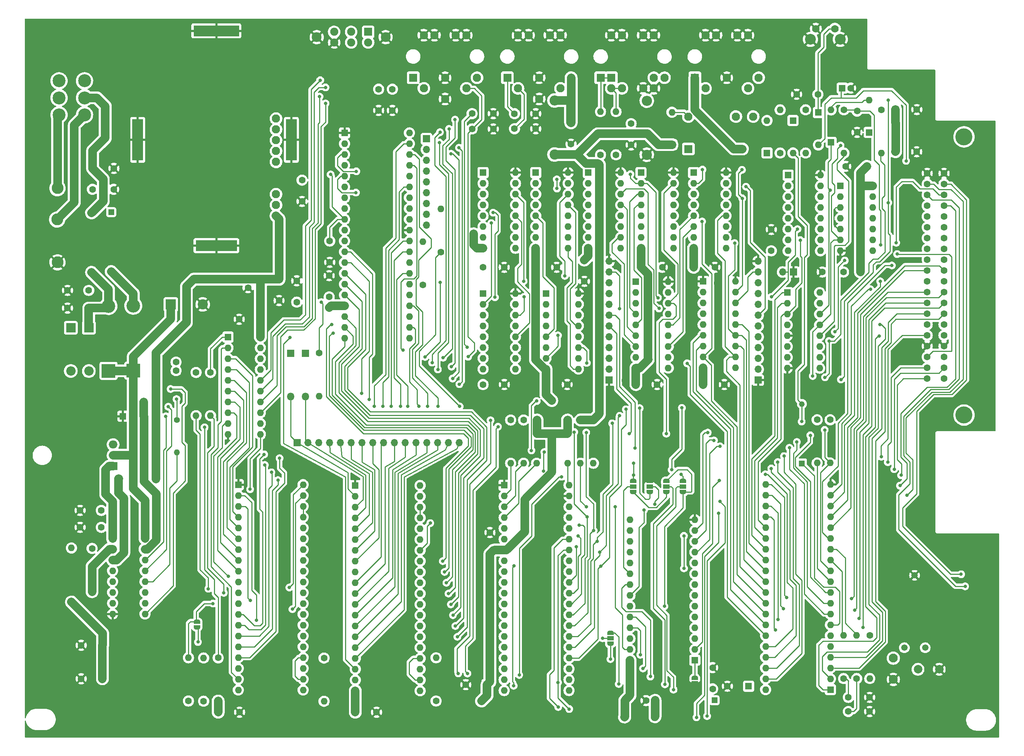
<source format=gbr>
%TF.GenerationSoftware,KiCad,Pcbnew,6.0.8-f2edbf62ab~116~ubuntu20.04.1*%
%TF.CreationDate,2022-10-23T21:23:00-04:00*%
%TF.ProjectId,coco2,636f636f-322e-46b6-9963-61645f706362,1.0.0*%
%TF.SameCoordinates,Original*%
%TF.FileFunction,Copper,L1,Top*%
%TF.FilePolarity,Positive*%
%FSLAX46Y46*%
G04 Gerber Fmt 4.6, Leading zero omitted, Abs format (unit mm)*
G04 Created by KiCad (PCBNEW 6.0.8-f2edbf62ab~116~ubuntu20.04.1) date 2022-10-23 21:23:00*
%MOMM*%
%LPD*%
G01*
G04 APERTURE LIST*
G04 Aperture macros list*
%AMFreePoly0*
4,1,22,0.550000,-0.750000,0.000000,-0.750000,0.000000,-0.745033,-0.079941,-0.743568,-0.215256,-0.701293,-0.333266,-0.622738,-0.424486,-0.514219,-0.481581,-0.384460,-0.499164,-0.250000,-0.500000,-0.250000,-0.500000,0.250000,-0.499164,0.250000,-0.499963,0.256109,-0.478152,0.396186,-0.417904,0.524511,-0.324060,0.630769,-0.204165,0.706417,-0.067858,0.745374,0.000000,0.744959,0.000000,0.750000,
0.550000,0.750000,0.550000,-0.750000,0.550000,-0.750000,$1*%
%AMFreePoly1*
4,1,20,0.000000,0.744959,0.073905,0.744508,0.209726,0.703889,0.328688,0.626782,0.421226,0.519385,0.479903,0.390333,0.500000,0.250000,0.500000,-0.250000,0.499851,-0.262216,0.476331,-0.402017,0.414519,-0.529596,0.319384,-0.634700,0.198574,-0.708877,0.061801,-0.746166,0.000000,-0.745033,0.000000,-0.750000,-0.550000,-0.750000,-0.550000,0.750000,0.000000,0.750000,0.000000,0.744959,
0.000000,0.744959,$1*%
%AMFreePoly2*
4,1,22,0.500000,-0.750000,0.000000,-0.750000,0.000000,-0.745033,-0.079941,-0.743568,-0.215256,-0.701293,-0.333266,-0.622738,-0.424486,-0.514219,-0.481581,-0.384460,-0.499164,-0.250000,-0.500000,-0.250000,-0.500000,0.250000,-0.499164,0.250000,-0.499963,0.256109,-0.478152,0.396186,-0.417904,0.524511,-0.324060,0.630769,-0.204165,0.706417,-0.067858,0.745374,0.000000,0.744959,0.000000,0.750000,
0.500000,0.750000,0.500000,-0.750000,0.500000,-0.750000,$1*%
%AMFreePoly3*
4,1,20,0.000000,0.744959,0.073905,0.744508,0.209726,0.703889,0.328688,0.626782,0.421226,0.519385,0.479903,0.390333,0.500000,0.250000,0.500000,-0.250000,0.499851,-0.262216,0.476331,-0.402017,0.414519,-0.529596,0.319384,-0.634700,0.198574,-0.708877,0.061801,-0.746166,0.000000,-0.745033,0.000000,-0.750000,-0.500000,-0.750000,-0.500000,0.750000,0.000000,0.750000,0.000000,0.744959,
0.000000,0.744959,$1*%
G04 Aperture macros list end*
%TA.AperFunction,ComponentPad*%
%ADD10C,1.600000*%
%TD*%
%TA.AperFunction,ComponentPad*%
%ADD11R,1.600000X1.600000*%
%TD*%
%TA.AperFunction,ComponentPad*%
%ADD12O,1.600000X1.600000*%
%TD*%
%TA.AperFunction,ComponentPad*%
%ADD13R,1.800000X1.800000*%
%TD*%
%TA.AperFunction,ComponentPad*%
%ADD14O,1.800000X1.800000*%
%TD*%
%TA.AperFunction,ComponentPad*%
%ADD15R,1.320800X1.320800*%
%TD*%
%TA.AperFunction,ComponentPad*%
%ADD16C,1.320800*%
%TD*%
%TA.AperFunction,SMDPad,CuDef*%
%ADD17FreePoly0,270.000000*%
%TD*%
%TA.AperFunction,SMDPad,CuDef*%
%ADD18R,1.500000X1.000000*%
%TD*%
%TA.AperFunction,SMDPad,CuDef*%
%ADD19FreePoly1,270.000000*%
%TD*%
%TA.AperFunction,SMDPad,CuDef*%
%ADD20FreePoly0,90.000000*%
%TD*%
%TA.AperFunction,SMDPad,CuDef*%
%ADD21FreePoly1,90.000000*%
%TD*%
%TA.AperFunction,SMDPad,CuDef*%
%ADD22FreePoly2,90.000000*%
%TD*%
%TA.AperFunction,SMDPad,CuDef*%
%ADD23FreePoly3,90.000000*%
%TD*%
%TA.AperFunction,ComponentPad*%
%ADD24R,2.000000X1.905000*%
%TD*%
%TA.AperFunction,ComponentPad*%
%ADD25O,2.000000X1.905000*%
%TD*%
%TA.AperFunction,ComponentPad*%
%ADD26C,2.400000*%
%TD*%
%TA.AperFunction,ComponentPad*%
%ADD27O,2.400000X2.400000*%
%TD*%
%TA.AperFunction,ComponentPad*%
%ADD28C,2.100000*%
%TD*%
%TA.AperFunction,ComponentPad*%
%ADD29R,1.950000X1.950000*%
%TD*%
%TA.AperFunction,ComponentPad*%
%ADD30C,1.950000*%
%TD*%
%TA.AperFunction,ComponentPad*%
%ADD31C,1.500000*%
%TD*%
%TA.AperFunction,ComponentPad*%
%ADD32C,1.778000*%
%TD*%
%TA.AperFunction,ComponentPad*%
%ADD33C,2.540000*%
%TD*%
%TA.AperFunction,ComponentPad*%
%ADD34R,2.200000X2.200000*%
%TD*%
%TA.AperFunction,ComponentPad*%
%ADD35O,2.200000X2.200000*%
%TD*%
%TA.AperFunction,ComponentPad*%
%ADD36R,1.700000X1.700000*%
%TD*%
%TA.AperFunction,ComponentPad*%
%ADD37O,1.700000X1.700000*%
%TD*%
%TA.AperFunction,ComponentPad*%
%ADD38R,2.500000X9.750000*%
%TD*%
%TA.AperFunction,ComponentPad*%
%ADD39R,9.750000X2.500000*%
%TD*%
%TA.AperFunction,ComponentPad*%
%ADD40R,10.750000X2.500000*%
%TD*%
%TA.AperFunction,ComponentPad*%
%ADD41R,3.200000X3.200000*%
%TD*%
%TA.AperFunction,ComponentPad*%
%ADD42O,3.200000X3.200000*%
%TD*%
%TA.AperFunction,ComponentPad*%
%ADD43R,2.400000X2.400000*%
%TD*%
%TA.AperFunction,ComponentPad*%
%ADD44C,3.044000*%
%TD*%
%TA.AperFunction,ComponentPad*%
%ADD45C,1.400000*%
%TD*%
%TA.AperFunction,ComponentPad*%
%ADD46O,1.400000X1.400000*%
%TD*%
%TA.AperFunction,ComponentPad*%
%ADD47C,4.000000*%
%TD*%
%TA.AperFunction,ComponentPad*%
%ADD48C,1.600200*%
%TD*%
%TA.AperFunction,ComponentPad*%
%ADD49C,2.000000*%
%TD*%
%TA.AperFunction,ComponentPad*%
%ADD50C,2.794000*%
%TD*%
%TA.AperFunction,SMDPad,CuDef*%
%ADD51FreePoly2,270.000000*%
%TD*%
%TA.AperFunction,SMDPad,CuDef*%
%ADD52FreePoly3,270.000000*%
%TD*%
%TA.AperFunction,ComponentPad*%
%ADD53R,1.905000X1.905000*%
%TD*%
%TA.AperFunction,ComponentPad*%
%ADD54C,1.905000*%
%TD*%
%TA.AperFunction,ComponentPad*%
%ADD55C,2.311400*%
%TD*%
%TA.AperFunction,ViaPad*%
%ADD56C,1.900000*%
%TD*%
%TA.AperFunction,ViaPad*%
%ADD57C,0.800000*%
%TD*%
%TA.AperFunction,Conductor*%
%ADD58C,2.000000*%
%TD*%
%TA.AperFunction,Conductor*%
%ADD59C,0.250000*%
%TD*%
G04 APERTURE END LIST*
D10*
%TO.P,C2,1*%
%TO.N,GNDS*%
X140276400Y-202359000D03*
%TO.P,C2,2*%
%TO.N,+5V*%
X135276400Y-202359000D03*
%TD*%
%TO.P,C4,1*%
%TO.N,+5V*%
X230826400Y-199609000D03*
%TO.P,C4,2*%
%TO.N,GNDS*%
X235826400Y-199609000D03*
%TD*%
%TO.P,C5,1*%
%TO.N,GNDS*%
X238436400Y-125329000D03*
%TO.P,C5,2*%
%TO.N,/dram/VCC1*%
X233436400Y-125329000D03*
%TD*%
%TO.P,C6,1*%
%TO.N,GNDS*%
X254236400Y-125329000D03*
%TO.P,C6,2*%
%TO.N,/dram/VCC1*%
X249236400Y-125329000D03*
%TD*%
%TO.P,C7,1*%
%TO.N,Net-(C7-Pad1)*%
X276226400Y-57099000D03*
%TO.P,C7,2*%
%TO.N,GNDS*%
X271226400Y-57099000D03*
%TD*%
D11*
%TO.P,C8,1*%
%TO.N,/~{RESET}*%
X281941288Y-55639000D03*
D10*
%TO.P,C8,2*%
%TO.N,GNDS*%
X283941288Y-55639000D03*
%TD*%
D11*
%TO.P,C9,1*%
%TO.N,+5V*%
X198456400Y-195879000D03*
D10*
%TO.P,C9,2*%
%TO.N,GNDS*%
X193456400Y-195879000D03*
%TD*%
%TO.P,C10,1*%
%TO.N,GNDS*%
X199126400Y-160119000D03*
%TO.P,C10,2*%
%TO.N,+5V*%
X199126400Y-165119000D03*
%TD*%
D11*
%TO.P,C11,1*%
%TO.N,Net-(C11-Pad1)*%
X259946400Y-196239000D03*
D10*
%TO.P,C11,2*%
%TO.N,GNDS*%
X254946400Y-196239000D03*
%TD*%
%TO.P,C14,1*%
%TO.N,GNDS*%
X288386400Y-202189000D03*
%TO.P,C14,2*%
%TO.N,/E*%
X283386400Y-202189000D03*
%TD*%
%TO.P,C15,1*%
%TO.N,GNDS*%
X288386400Y-198859000D03*
%TO.P,C15,2*%
%TO.N,/Q*%
X283386400Y-198859000D03*
%TD*%
%TO.P,C16,1*%
%TO.N,+5V*%
X282256400Y-98869000D03*
%TO.P,C16,2*%
%TO.N,GNDS*%
X277256400Y-98869000D03*
%TD*%
%TO.P,C17,1*%
%TO.N,GNDS*%
X285433066Y-66039000D03*
%TO.P,C17,2*%
%TO.N,/~{CTS}*%
X285433066Y-61039000D03*
%TD*%
%TO.P,C18,1*%
%TO.N,GNDS*%
X172486400Y-202349000D03*
%TO.P,C18,2*%
%TO.N,+5V*%
X167486400Y-202349000D03*
%TD*%
D11*
%TO.P,C19,1*%
%TO.N,+5V*%
X142266400Y-100553888D03*
D10*
%TO.P,C19,2*%
%TO.N,GNDS*%
X142266400Y-102553888D03*
%TD*%
%TO.P,C20,1*%
%TO.N,+5V*%
X149571400Y-100578888D03*
%TO.P,C20,2*%
%TO.N,GNDS*%
X149571400Y-105578888D03*
%TD*%
%TO.P,C21,1*%
%TO.N,GNDS*%
X153716400Y-100949000D03*
%TO.P,C21,2*%
%TO.N,Net-(C21-Pad2)*%
X153716400Y-105949000D03*
%TD*%
%TO.P,C22,1*%
%TO.N,Net-(C22-Pad1)*%
X161476400Y-91589000D03*
%TO.P,C22,2*%
%TO.N,GNDS*%
X161476400Y-96589000D03*
%TD*%
%TO.P,C23,1*%
%TO.N,GNDS*%
X154966400Y-82269000D03*
%TO.P,C23,2*%
%TO.N,Net-(C23-Pad2)*%
X154966400Y-77269000D03*
%TD*%
%TO.P,C25,1*%
%TO.N,Net-(C25-Pad1)*%
X194936400Y-65239000D03*
%TO.P,C25,2*%
%TO.N,GNDS*%
X199936400Y-65239000D03*
%TD*%
%TO.P,C24,1*%
%TO.N,Net-(C24-Pad1)*%
X194936400Y-61629000D03*
%TO.P,C24,2*%
%TO.N,GNDS*%
X199936400Y-61629000D03*
%TD*%
%TO.P,C26,1*%
%TO.N,Net-(C26-Pad1)*%
X218186400Y-63809000D03*
%TO.P,C26,2*%
%TO.N,GNDS*%
X218186400Y-68809000D03*
%TD*%
%TO.P,C27,1*%
%TO.N,/peripherals/JOY1*%
X204906400Y-65199000D03*
%TO.P,C27,2*%
%TO.N,GNDS*%
X209906400Y-65199000D03*
%TD*%
%TO.P,C28,1*%
%TO.N,GNDS*%
X209906400Y-61659000D03*
%TO.P,C28,2*%
%TO.N,/peripherals/JOY0*%
X204906400Y-61659000D03*
%TD*%
%TO.P,C29,1*%
%TO.N,/peripherals/JOY3*%
X176206400Y-55899000D03*
%TO.P,C29,2*%
%TO.N,GNDS*%
X176206400Y-60899000D03*
%TD*%
%TO.P,C30,1*%
%TO.N,GNDS*%
X172966400Y-60899000D03*
%TO.P,C30,2*%
%TO.N,/peripherals/JOY2*%
X172966400Y-55899000D03*
%TD*%
%TO.P,C31,1*%
%TO.N,+5V*%
X161346400Y-104719000D03*
%TO.P,C31,2*%
%TO.N,GNDS*%
X161346400Y-99719000D03*
%TD*%
%TO.P,C32,1*%
%TO.N,/peripherals/CASS_DATA_IN*%
X125356400Y-122049000D03*
%TO.P,C32,2*%
%TO.N,Net-(C32-Pad2)*%
X125356400Y-120049000D03*
%TD*%
%TO.P,C33,1*%
%TO.N,GNDS*%
X232316400Y-68999000D03*
%TO.P,C33,2*%
%TO.N,/peripherals/CASS_DATA_IN*%
X232316400Y-63999000D03*
%TD*%
D11*
%TO.P,C34,1*%
%TO.N,+5V*%
X108046400Y-186619000D03*
D10*
%TO.P,C34,2*%
%TO.N,GNDS*%
X103046400Y-186619000D03*
%TD*%
%TO.P,C35,1*%
%TO.N,GNDS*%
X103046400Y-194489000D03*
%TO.P,C35,2*%
%TO.N,+5V*%
X108046400Y-194489000D03*
%TD*%
%TO.P,C37,1*%
%TO.N,GNDS*%
X102786400Y-154909000D03*
%TO.P,C37,2*%
%TO.N,/peripherals/+SALT_VIN*%
X107786400Y-154909000D03*
%TD*%
D11*
%TO.P,C38,1*%
%TO.N,GNDS*%
X112863749Y-132779000D03*
D10*
%TO.P,C38,2*%
%TO.N,/peripherals/-SALT_VIN*%
X117863749Y-132779000D03*
%TD*%
%TO.P,C39,1*%
%TO.N,/peripherals/-SALT_VIN*%
X107786400Y-158889000D03*
%TO.P,C39,2*%
%TO.N,GNDS*%
X102786400Y-158889000D03*
%TD*%
%TO.P,C40,1*%
%TO.N,Net-(C40-Pad1)*%
X104826400Y-103189000D03*
%TO.P,C40,2*%
%TO.N,GNDS*%
X99826400Y-103189000D03*
%TD*%
%TO.P,C41,1*%
%TO.N,Net-(C41-Pad1)*%
X104826400Y-107349000D03*
%TO.P,C41,2*%
%TO.N,GNDS*%
X99826400Y-107349000D03*
%TD*%
%TO.P,C43,1*%
%TO.N,Net-(C43-Pad1)*%
X105686400Y-79439000D03*
%TO.P,C43,2*%
%TO.N,GNDS*%
X110686400Y-79439000D03*
%TD*%
%TO.P,C44,1*%
%TO.N,GNDS*%
X140191400Y-109974000D03*
%TO.P,C44,2*%
%TO.N,+5V*%
X145191400Y-109974000D03*
%TD*%
%TO.P,C55,1*%
%TO.N,+5V*%
X287766400Y-74029000D03*
%TO.P,C55,2*%
%TO.N,GNDS*%
X282766400Y-74029000D03*
%TD*%
%TO.P,C1,1*%
%TO.N,+5V*%
X294446400Y-70589000D03*
%TO.P,C1,2*%
%TO.N,GNDS*%
X299446400Y-70589000D03*
%TD*%
D11*
%TO.P,D1,1,K*%
%TO.N,Net-(C7-Pad1)*%
X276346400Y-61369000D03*
D12*
%TO.P,D1,2,A*%
%TO.N,/~{RESET}*%
X276346400Y-68989000D03*
%TD*%
D11*
%TO.P,D2,1,K*%
%TO.N,+5V*%
X264256400Y-70889000D03*
D12*
%TO.P,D2,2,A*%
%TO.N,Net-(C7-Pad1)*%
X264256400Y-63269000D03*
%TD*%
D11*
%TO.P,D3,1,K*%
%TO.N,Net-(C7-Pad1)*%
X270366400Y-63269000D03*
D12*
%TO.P,D3,2,A*%
%TO.N,/VDGCLK*%
X270366400Y-70889000D03*
%TD*%
D11*
%TO.P,D4,1,K*%
%TO.N,+5V*%
X241926400Y-68929000D03*
D12*
%TO.P,D4,2,A*%
%TO.N,/peripherals/CASS_MTR_OUT*%
X241926400Y-61309000D03*
%TD*%
D13*
%TO.P,D6,1,K*%
%TO.N,Net-(C25-Pad1)*%
X155786400Y-117979000D03*
D14*
%TO.P,D6,2,A*%
%TO.N,/peripherals/LSW*%
X155786400Y-128139000D03*
%TD*%
D15*
%TO.P,FB1,1*%
%TO.N,Net-(C43-Pad1)*%
X110106400Y-84779000D03*
D16*
%TO.P,FB1,2*%
%TO.N,Net-(C40-Pad1)*%
X110106400Y-98749000D03*
%TD*%
D15*
%TO.P,FB2,1*%
%TO.N,Net-(C42-Pad1)*%
X105486400Y-84969000D03*
D16*
%TO.P,FB2,2*%
%TO.N,Net-(C41-Pad1)*%
X105486400Y-98939000D03*
%TD*%
D15*
%TO.P,FB3,1*%
%TO.N,Net-(C11-Pad1)*%
X251926400Y-199549000D03*
D16*
%TO.P,FB3,2*%
%TO.N,+5V*%
X237956400Y-199549000D03*
%TD*%
D17*
%TO.P,J1,1,A*%
%TO.N,/A13*%
X227456400Y-183659000D03*
D18*
%TO.P,J1,2,C*%
%TO.N,/roms/A13_VCC*%
X227456400Y-184959000D03*
D19*
%TO.P,J1,3,B*%
%TO.N,+5V*%
X227456400Y-186259000D03*
%TD*%
D20*
%TO.P,J2,1,A*%
%TO.N,/roms/A11_OR_A12*%
X244536400Y-150579000D03*
D18*
%TO.P,J2,2,C*%
%TO.N,/A12*%
X244536400Y-149279000D03*
D21*
%TO.P,J2,3,B*%
%TO.N,/roms/A12_OR*%
X244536400Y-147979000D03*
%TD*%
D17*
%TO.P,J3,1,A*%
%TO.N,/roms/A11_OR_A12*%
X240633066Y-147979000D03*
D18*
%TO.P,J3,2,C*%
%TO.N,/A11*%
X240633066Y-149279000D03*
D19*
%TO.P,J3,3,B*%
%TO.N,Net-(J3-Pad3)*%
X240633066Y-150579000D03*
%TD*%
D17*
%TO.P,J4,1,A*%
%TO.N,GNDS*%
X236729733Y-147979000D03*
D18*
%TO.P,J4,2,C*%
%TO.N,/roms/~{ROM_OE}*%
X236729733Y-149279000D03*
D19*
%TO.P,J4,3,B*%
%TO.N,/roms/~{CS_BASIC}*%
X236729733Y-150579000D03*
%TD*%
D17*
%TO.P,J5,1,A*%
%TO.N,/roms/128K_ROM_~{CE}*%
X232826400Y-147979000D03*
D18*
%TO.P,J5,2,C*%
%TO.N,/roms/~{CE_}A11*%
X232826400Y-149279000D03*
D19*
%TO.P,J5,3,B*%
%TO.N,Net-(J3-Pad3)*%
X232826400Y-150579000D03*
%TD*%
D22*
%TO.P,J6,1,A*%
%TO.N,Net-(CN2-Pad15)*%
X130276400Y-182379000D03*
D23*
%TO.P,J6,2,B*%
%TO.N,Net-(IC4-Pad12)*%
X130276400Y-181079000D03*
%TD*%
D24*
%TO.P,Q1,1,B*%
%TO.N,Net-(IC7-Pad1)*%
X110556400Y-144509000D03*
D25*
%TO.P,Q1,2,C*%
%TO.N,/peripherals/+SALT_VIN*%
X110556400Y-141969000D03*
%TO.P,Q1,3,E*%
%TO.N,Net-(Q1-Pad3)*%
X110556400Y-139429000D03*
%TD*%
D10*
%TO.P,R1,1*%
%TO.N,+5V*%
X131836400Y-199759000D03*
D12*
%TO.P,R1,2*%
%TO.N,Net-(IC4-Pad22)*%
X131836400Y-189599000D03*
%TD*%
D10*
%TO.P,R2,1*%
%TO.N,/~{CART}*%
X160146400Y-189619000D03*
D12*
%TO.P,R2,2*%
%TO.N,+5V*%
X160146400Y-199779000D03*
%TD*%
D10*
%TO.P,R3,1*%
%TO.N,+5V*%
X128256400Y-199699000D03*
D12*
%TO.P,R3,2*%
%TO.N,Net-(IC4-Pad12)*%
X128256400Y-189539000D03*
%TD*%
D10*
%TO.P,R4,1*%
%TO.N,/peripherals/SND_OUT*%
X133446400Y-122479000D03*
D12*
%TO.P,R4,2*%
%TO.N,Net-(IC4-Pad11)*%
X133446400Y-132639000D03*
%TD*%
D26*
%TO.P,R5,1*%
%TO.N,+5V*%
X214316400Y-71249000D03*
D27*
%TO.P,R5,2*%
%TO.N,Net-(C26-Pad1)*%
X214316400Y-58549000D03*
%TD*%
D10*
%TO.P,R6,1*%
%TO.N,/video/~{BURST}PC*%
X183376400Y-101899000D03*
D12*
%TO.P,R6,2*%
%TO.N,Net-(IC3-Pad11)*%
X183376400Y-91739000D03*
%TD*%
D10*
%TO.P,R7,1*%
%TO.N,/VDGCLK*%
X187616400Y-94209000D03*
D12*
%TO.P,R7,2*%
%TO.N,Net-(IC3-Pad33)*%
X187616400Y-84049000D03*
%TD*%
D10*
%TO.P,R8,1*%
%TO.N,Net-(C21-Pad2)*%
X158956400Y-117889000D03*
D12*
%TO.P,R8,2*%
%TO.N,/VDGCLK*%
X158956400Y-128049000D03*
%TD*%
D10*
%TO.P,R9,1*%
%TO.N,+5V*%
X186476400Y-199709000D03*
D12*
%TO.P,R9,2*%
%TO.N,Net-(IC5-Pad22)*%
X186476400Y-189549000D03*
%TD*%
D10*
%TO.P,R10,1*%
%TO.N,/peripherals/SELB*%
X135256400Y-189569000D03*
D12*
%TO.P,R10,2*%
%TO.N,+5V*%
X135256400Y-199729000D03*
%TD*%
D10*
%TO.P,R11,1*%
%TO.N,/E*%
X285346400Y-194429000D03*
D12*
%TO.P,R11,2*%
%TO.N,Net-(IC2-Pad14)*%
X285346400Y-184269000D03*
%TD*%
D10*
%TO.P,R12,1*%
%TO.N,/Q*%
X282266400Y-194429000D03*
D12*
%TO.P,R12,2*%
%TO.N,Net-(IC2-Pad13)*%
X282266400Y-184269000D03*
%TD*%
D10*
%TO.P,R13,1*%
%TO.N,+5V*%
X267356400Y-70899000D03*
D12*
%TO.P,R13,2*%
%TO.N,Net-(C7-Pad1)*%
X267356400Y-60739000D03*
%TD*%
D10*
%TO.P,R14,1*%
%TO.N,+5V*%
X273336400Y-60739000D03*
D12*
%TO.P,R14,2*%
%TO.N,/~{RESET}*%
X273336400Y-70899000D03*
%TD*%
D10*
%TO.P,R15,1*%
%TO.N,+5V*%
X207056400Y-133659000D03*
D12*
%TO.P,R15,2*%
%TO.N,/~{IRQ}*%
X207056400Y-143819000D03*
%TD*%
D10*
%TO.P,R16,1*%
%TO.N,+5V*%
X210116400Y-133659000D03*
D12*
%TO.P,R16,2*%
%TO.N,/~{FIRQ}*%
X210116400Y-143819000D03*
%TD*%
D10*
%TO.P,R17,1*%
%TO.N,+5V*%
X204016400Y-133659000D03*
D12*
%TO.P,R17,2*%
%TO.N,/~{NMI}*%
X204016400Y-143819000D03*
%TD*%
D10*
%TO.P,R18,1*%
%TO.N,+5V*%
X217366400Y-133659000D03*
D12*
%TO.P,R18,2*%
%TO.N,/~{HALT}*%
X217366400Y-143819000D03*
%TD*%
D10*
%TO.P,R19,1*%
%TO.N,+5V*%
X291146398Y-60739000D03*
D12*
%TO.P,R19,2*%
%TO.N,/~{SLENB}*%
X291146398Y-70899000D03*
%TD*%
D10*
%TO.P,R20,1*%
%TO.N,+5V*%
X220406400Y-133659000D03*
D12*
%TO.P,R20,2*%
%TO.N,Net-(IC8-Pad27)*%
X220406400Y-143819000D03*
%TD*%
D10*
%TO.P,R21,1*%
%TO.N,Net-(IC2-Pad6)*%
X288426400Y-184269000D03*
D12*
%TO.P,R21,2*%
%TO.N,Net-(C13-Pad1)*%
X288426400Y-194429000D03*
%TD*%
D10*
%TO.P,R22,1*%
%TO.N,/peripherals/CASS_DATA_IN*%
X130046400Y-122479000D03*
D12*
%TO.P,R22,2*%
%TO.N,Net-(IC7-Pad11)*%
X130046400Y-132639000D03*
%TD*%
D26*
%TO.P,R23,1*%
%TO.N,GNDS*%
X235996400Y-71299000D03*
D27*
%TO.P,R23,2*%
%TO.N,/peripherals/CASS_DATA_IN*%
X235996400Y-58599000D03*
%TD*%
D10*
%TO.P,R24,1*%
%TO.N,Net-(Q1-Pad3)*%
X105606400Y-163859000D03*
D12*
%TO.P,R24,2*%
%TO.N,Net-(IC7-Pad2)*%
X105606400Y-174019000D03*
%TD*%
D10*
%TO.P,R25,1*%
%TO.N,+5V*%
X100756400Y-176449000D03*
D12*
%TO.P,R25,2*%
%TO.N,Net-(Q1-Pad3)*%
X100756400Y-163749000D03*
%TD*%
D10*
%TO.P,R26,1*%
%TO.N,/peripherals/SERIAL_DATA_IN*%
X228766400Y-71329000D03*
D12*
%TO.P,R26,2*%
%TO.N,Net-(JK3-Pad2)*%
X228766400Y-61169000D03*
%TD*%
D10*
%TO.P,R27,1*%
%TO.N,/peripherals/CD_IN*%
X225126400Y-71329000D03*
D12*
%TO.P,R27,2*%
%TO.N,Net-(JK3-Pad1)*%
X225126400Y-61169000D03*
%TD*%
D10*
%TO.P,R29,1*%
%TO.N,/~{CTS}*%
X282346400Y-60749000D03*
D12*
%TO.P,R29,2*%
%TO.N,Net-(IC12-Pad12)*%
X282346400Y-70909000D03*
%TD*%
D10*
%TO.P,R31,1*%
%TO.N,/dram/~{CAS}*%
X276046400Y-133609000D03*
D12*
%TO.P,R31,2*%
%TO.N,Net-(IC2-Pad11)*%
X276046400Y-143769000D03*
%TD*%
D28*
%TO.P,TC1,1*%
%TO.N,Net-(IC2-Pad5)*%
X293956400Y-189639000D03*
%TO.P,TC1,2*%
%TO.N,GNDS*%
X293956400Y-194639000D03*
%TD*%
D29*
%TO.P,JK3,1*%
%TO.N,Net-(JK3-Pad1)*%
X225166732Y-53199000D03*
X227666732Y-53199000D03*
D30*
%TO.P,JK3,2*%
%TO.N,Net-(JK3-Pad2)*%
X227666732Y-55699000D03*
X230166732Y-55699000D03*
%TO.P,JK3,3*%
%TO.N,GNDS*%
X235166732Y-55699000D03*
X237666732Y-55699000D03*
%TO.P,JK3,4*%
%TO.N,Net-(JK3-Pad4)*%
X240166732Y-53199000D03*
X237666732Y-53199000D03*
%TO.P,JK3,E1*%
%TO.N,GNDS*%
X235166732Y-43199000D03*
X237666732Y-43199000D03*
%TO.P,JK3,E2*%
X227666732Y-43199000D03*
X230166732Y-43199000D03*
%TD*%
D31*
%TO.P,X1,1,1*%
%TO.N,Net-(C13-Pad1)*%
X301456400Y-187179000D03*
%TO.P,X1,2,2*%
%TO.N,Net-(IC2-Pad5)*%
X296556400Y-187179000D03*
%TO.P,X1,3,3*%
%TO.N,GNDS*%
X298956400Y-170179000D03*
%TD*%
D11*
%TO.P,IC7,1,PASS_TRANS_BASE_DRIVE*%
%TO.N,Net-(IC7-Pad1)*%
X110436400Y-161479000D03*
D12*
%TO.P,IC7,2,PASS_TRANS_SENSE*%
%TO.N,Net-(IC7-Pad2)*%
X110436400Y-164019000D03*
%TO.P,IC7,3,CURRENT_LIMT*%
%TO.N,+5V*%
X110436400Y-166559000D03*
%TO.P,IC7,4,SER_DATA_OUT(TTL)*%
%TO.N,/peripherals/SER_DATA_OUT_TTL*%
X110436400Y-169099000D03*
%TO.P,IC7,5,CD_OUT(TTL)*%
%TO.N,/peripherals/CD_OUT_TTL*%
X110436400Y-171639000D03*
%TO.P,IC7,6,SER_DATA_IN_(TTL)*%
%TO.N,/peripherals/SER_DATA_IN_TTL*%
X110436400Y-174179000D03*
%TO.P,IC7,7,CASS_DATA_OUT(TTL)*%
%TO.N,/peripherals/CASS_DATA_OUT_TTL*%
X110436400Y-176719000D03*
%TO.P,IC7,8,GND*%
%TO.N,GNDS*%
X110436400Y-179259000D03*
%TO.P,IC7,9,CASS_MTR_OUT*%
%TO.N,/peripherals/CASS_MTR_OUT*%
X118056400Y-179259000D03*
%TO.P,IC7,10,CASS_MTR_IN(TTL)*%
%TO.N,/peripherals/CASS_M_IN_TTL*%
X118056400Y-176719000D03*
%TO.P,IC7,11,CASS_DATA_IN(0_CROSSING)*%
%TO.N,Net-(IC7-Pad11)*%
X118056400Y-174179000D03*
%TO.P,IC7,12,SER_DATA_OUT(RS232)*%
%TO.N,/peripherals/SER_DATA_OUT*%
X118056400Y-171639000D03*
%TO.P,IC7,13,CD_IN(RS-232)*%
%TO.N,/peripherals/CD_IN*%
X118056400Y-169099000D03*
%TO.P,IC7,14,SER_DATA_IN_(RS232)*%
%TO.N,/peripherals/SERIAL_DATA_IN*%
X118056400Y-166559000D03*
%TO.P,IC7,15,UN_REG_-V_IN*%
%TO.N,/peripherals/-SALT_VIN*%
X118056400Y-164019000D03*
%TO.P,IC7,16,UN_REG_+V_IN*%
%TO.N,/peripherals/+SALT_VIN*%
X118056400Y-161479000D03*
%TD*%
D32*
%TO.P,SW3,1,1*%
%TO.N,Net-(C7-Pad1)*%
X280236400Y-41679000D03*
%TO.P,SW3,2,2*%
%TO.N,GNDS*%
X275736400Y-41679000D03*
D33*
%TO.P,SW3,GNDS,GNDS*%
X281486400Y-44179000D03*
X274486400Y-44179000D03*
%TD*%
D11*
%TO.P,IC12,1,A0*%
%TO.N,Net-(IC12-Pad1)*%
X269016400Y-103699000D03*
D12*
%TO.P,IC12,2,A1*%
%TO.N,Net-(IC12-Pad2)*%
X269016400Y-106239000D03*
%TO.P,IC12,3,A2*%
%TO.N,Net-(IC12-Pad3)*%
X269016400Y-108779000D03*
%TO.P,IC12,4,E1*%
%TO.N,Net-(IC12-Pad4)*%
X269016400Y-111319000D03*
%TO.P,IC12,5,E2*%
%TO.N,GNDS*%
X269016400Y-113859000D03*
%TO.P,IC12,6,E3*%
%TO.N,/~{SLENB}*%
X269016400Y-116399000D03*
%TO.P,IC12,7,O7*%
%TO.N,unconnected-(IC12-Pad7)*%
X269016400Y-118939000D03*
%TO.P,IC12,8,GND*%
%TO.N,GNDS*%
X269016400Y-121479000D03*
%TO.P,IC12,9,O6*%
%TO.N,/~{SCS}*%
X276636400Y-121479000D03*
%TO.P,IC12,10,O5*%
%TO.N,/~{CSPIA1}*%
X276636400Y-118939000D03*
%TO.P,IC12,11,O4*%
%TO.N,/~{CS_PIA0}*%
X276636400Y-116399000D03*
%TO.P,IC12,12,O3*%
%TO.N,Net-(IC12-Pad12)*%
X276636400Y-113859000D03*
%TO.P,IC12,13,O2*%
%TO.N,/roms/~{CS_BASIC}*%
X276636400Y-111319000D03*
%TO.P,IC12,14,O1*%
%TO.N,/sam/~{CS_EXTENDED_BASIC}*%
X276636400Y-108779000D03*
%TO.P,IC12,15,O0*%
%TO.N,/sam/~{BUS_ENABLE}*%
X276636400Y-106239000D03*
%TO.P,IC12,16,VCC*%
%TO.N,+5V*%
X276636400Y-103699000D03*
%TD*%
D11*
%TO.P,IC6,1,SNDOUT*%
%TO.N,/peripherals/SND_OUT*%
X137556400Y-114159000D03*
D12*
%TO.P,IC6,2,SNDEN*%
%TO.N,Net-(IC4-Pad19)*%
X137556400Y-116699000D03*
%TO.P,IC6,3,D0*%
%TO.N,Net-(IC4-Pad4)*%
X137556400Y-119239000D03*
%TO.P,IC6,4,D1*%
%TO.N,Net-(IC4-Pad5)*%
X137556400Y-121779000D03*
%TO.P,IC6,5,D2*%
%TO.N,Net-(IC4-Pad6)*%
X137556400Y-124319000D03*
%TO.P,IC6,6,D3*%
%TO.N,Net-(IC4-Pad7)*%
X137556400Y-126859000D03*
%TO.P,IC6,7,D4*%
%TO.N,Net-(IC4-Pad8)*%
X137556400Y-129399000D03*
%TO.P,IC6,8,D5*%
%TO.N,Net-(IC4-Pad9)*%
X137556400Y-131939000D03*
%TO.P,IC6,9,HI/LO*%
%TO.N,/peripherals/HI_LO*%
X137556400Y-134479000D03*
%TO.P,IC6,10,GND*%
%TO.N,GNDS*%
X137556400Y-137019000D03*
%TO.P,IC6,11,SELA*%
%TO.N,/peripherals/SELA*%
X145176400Y-137019000D03*
%TO.P,IC6,12,SELB*%
%TO.N,/peripherals/SELB*%
X145176400Y-134479000D03*
%TO.P,IC6,13,JOY3*%
%TO.N,/peripherals/JOY3*%
X145176400Y-131939000D03*
%TO.P,IC6,14,JOY2*%
%TO.N,/peripherals/JOY2*%
X145176400Y-129399000D03*
%TO.P,IC6,15,JOY1*%
%TO.N,/peripherals/JOY1*%
X145176400Y-126859000D03*
%TO.P,IC6,16,JOY0*%
%TO.N,/peripherals/JOY0*%
X145176400Y-124319000D03*
%TO.P,IC6,17,CASOUT*%
%TO.N,Net-(IC6-Pad17)*%
X145176400Y-121779000D03*
%TO.P,IC6,18,SND2*%
%TO.N,/CART_SND*%
X145176400Y-119239000D03*
%TO.P,IC6,19,SND1*%
%TO.N,Net-(C32-Pad2)*%
X145176400Y-116699000D03*
%TO.P,IC6,20,VCC*%
%TO.N,+5V*%
X145176400Y-114159000D03*
%TD*%
D11*
%TO.P,IC8,1,VPP*%
%TO.N,Net-(IC8-Pad1)*%
X247296400Y-190129000D03*
D12*
%TO.P,IC8,2,A12*%
%TO.N,/roms/A12_OR*%
X247296400Y-187589000D03*
%TO.P,IC8,3,A7*%
%TO.N,/A7*%
X247296400Y-185049000D03*
%TO.P,IC8,4,A6*%
%TO.N,/A6*%
X247296400Y-182509000D03*
%TO.P,IC8,5,A5*%
%TO.N,/A5*%
X247296400Y-179969000D03*
%TO.P,IC8,6,A4*%
%TO.N,/A4*%
X247296400Y-177429000D03*
%TO.P,IC8,7,A3*%
%TO.N,/A3*%
X247296400Y-174889000D03*
%TO.P,IC8,8,A2*%
%TO.N,/A2*%
X247296400Y-172349000D03*
%TO.P,IC8,9,A1*%
%TO.N,/A1*%
X247296400Y-169809000D03*
%TO.P,IC8,10,A0*%
%TO.N,/A0*%
X247296400Y-167269000D03*
%TO.P,IC8,11,D0*%
%TO.N,/D0*%
X247296400Y-164729000D03*
%TO.P,IC8,12,D1*%
%TO.N,/D1*%
X247296400Y-162189000D03*
%TO.P,IC8,13,D2*%
%TO.N,/D2*%
X247296400Y-159649000D03*
%TO.P,IC8,14,GND*%
%TO.N,GNDS*%
X247296400Y-157109000D03*
%TO.P,IC8,15,D3*%
%TO.N,/D3*%
X232056400Y-157109000D03*
%TO.P,IC8,16,D4*%
%TO.N,/D4*%
X232056400Y-159649000D03*
%TO.P,IC8,17,D5*%
%TO.N,/D5*%
X232056400Y-162189000D03*
%TO.P,IC8,18,D6*%
%TO.N,/D6*%
X232056400Y-164729000D03*
%TO.P,IC8,19,D7*%
%TO.N,/D7*%
X232056400Y-167269000D03*
%TO.P,IC8,20,~{CE}*%
%TO.N,/roms/~{CE_}A11*%
X232056400Y-169809000D03*
%TO.P,IC8,21,A10*%
%TO.N,/A10*%
X232056400Y-172349000D03*
%TO.P,IC8,22,~{OE}*%
%TO.N,/roms/~{ROM_OE}*%
X232056400Y-174889000D03*
%TO.P,IC8,23,A11*%
%TO.N,/roms/A11_OR_A12*%
X232056400Y-177429000D03*
%TO.P,IC8,24,A9*%
%TO.N,/A9*%
X232056400Y-179969000D03*
%TO.P,IC8,25,A8*%
%TO.N,/A8*%
X232056400Y-182509000D03*
%TO.P,IC8,26,A13*%
%TO.N,/roms/A13_VCC*%
X232056400Y-185049000D03*
%TO.P,IC8,27,~{PGM}*%
%TO.N,Net-(IC8-Pad27)*%
X232056400Y-187589000D03*
%TO.P,IC8,28,VCC*%
%TO.N,+5V*%
X232056400Y-190129000D03*
%TD*%
D11*
%TO.P,IC11,1,~{OE}*%
%TO.N,GNDS*%
X249236400Y-101071500D03*
D12*
%TO.P,IC11,2,DQ1*%
%TO.N,/dram/DD4*%
X249236400Y-103611500D03*
%TO.P,IC11,3,DQ2*%
%TO.N,/dram/DD5*%
X249236400Y-106151500D03*
%TO.P,IC11,4,~{WE}*%
%TO.N,/dram/~{WE}*%
X249236400Y-108691500D03*
%TO.P,IC11,5,~{RAS}*%
%TO.N,/dram/~{RAS}*%
X249236400Y-111231500D03*
%TO.P,IC11,6,A6*%
%TO.N,/dram/MA6*%
X249236400Y-113771500D03*
%TO.P,IC11,7,A5*%
%TO.N,/dram/MA5*%
X249236400Y-116311500D03*
%TO.P,IC11,8,A4*%
%TO.N,/dram/MA4*%
X249236400Y-118851500D03*
%TO.P,IC11,9,VCC*%
%TO.N,/dram/VCC1*%
X249236400Y-121391500D03*
%TO.P,IC11,10,A7*%
%TO.N,/dram/MA7*%
X256856400Y-121391500D03*
%TO.P,IC11,11,A3*%
%TO.N,/dram/MA3*%
X256856400Y-118851500D03*
%TO.P,IC11,12,A2*%
%TO.N,/dram/MA2*%
X256856400Y-116311500D03*
%TO.P,IC11,13,A1*%
%TO.N,/dram/MA1*%
X256856400Y-113771500D03*
%TO.P,IC11,14,A0*%
%TO.N,/dram/MA0*%
X256856400Y-111231500D03*
%TO.P,IC11,15,DQ3*%
%TO.N,/dram/DD6*%
X256856400Y-108691500D03*
%TO.P,IC11,16,~{CAS}*%
%TO.N,/dram/~{CAS}*%
X256856400Y-106151500D03*
%TO.P,IC11,17,DQ4*%
%TO.N,/dram/DD7*%
X256856400Y-103611500D03*
%TO.P,IC11,18,VSS*%
%TO.N,GNDS*%
X256856400Y-101071500D03*
%TD*%
D34*
%TO.P,D9,1,K*%
%TO.N,Net-(C41-Pad1)*%
X104846400Y-111989000D03*
D35*
%TO.P,D9,2,A*%
%TO.N,/peripherals/-SALT_VIN*%
X104846400Y-122149000D03*
%TD*%
D36*
%TO.P,CN2,1,Pin_1*%
%TO.N,/peripherals/RSW*%
X153826400Y-139029000D03*
D37*
%TO.P,CN2,2,Pin_2*%
%TO.N,/peripherals/LSW*%
X156366400Y-139029000D03*
%TO.P,CN2,3,Pin_3*%
%TO.N,unconnected-(CN2-Pad3)*%
X158906400Y-139029000D03*
%TO.P,CN2,4,Pin_4*%
%TO.N,/peripherals/KR3*%
X161446400Y-139029000D03*
%TO.P,CN2,5,Pin_5*%
%TO.N,/peripherals/KR4*%
X163986400Y-139029000D03*
%TO.P,CN2,6,Pin_6*%
%TO.N,/peripherals/KR5*%
X166526400Y-139029000D03*
%TO.P,CN2,7,Pin_7*%
%TO.N,/peripherals/KR6*%
X169066400Y-139029000D03*
%TO.P,CN2,8,Pin_8*%
%TO.N,/peripherals/KR7*%
X171606400Y-139029000D03*
%TO.P,CN2,9,Pin_9*%
%TO.N,Net-(CN2-Pad9)*%
X174146400Y-139029000D03*
%TO.P,CN2,10,Pin_10*%
%TO.N,Net-(CN2-Pad10)*%
X176686400Y-139029000D03*
%TO.P,CN2,11,Pin_11*%
%TO.N,Net-(CN2-Pad11)*%
X179226400Y-139029000D03*
%TO.P,CN2,12,Pin_12*%
%TO.N,Net-(CN2-Pad12)*%
X181766400Y-139029000D03*
%TO.P,CN2,13,Pin_13*%
%TO.N,Net-(CN2-Pad13)*%
X184306400Y-139029000D03*
%TO.P,CN2,14,Pin_14*%
%TO.N,Net-(CN2-Pad14)*%
X186846400Y-139029000D03*
%TO.P,CN2,15,Pin_15*%
%TO.N,Net-(CN2-Pad15)*%
X189386400Y-139029000D03*
%TO.P,CN2,16,Pin_16*%
%TO.N,Net-(CN2-Pad16)*%
X191926400Y-139029000D03*
%TD*%
D11*
%TO.P,IC2,1,A11*%
%TO.N,/A11*%
X279176400Y-197039000D03*
D12*
%TO.P,IC2,2,A10*%
%TO.N,/A10*%
X279176400Y-194499000D03*
%TO.P,IC2,3,A9*%
%TO.N,/A9*%
X279176400Y-191959000D03*
%TO.P,IC2,4,A8*%
%TO.N,/A8*%
X279176400Y-189419000D03*
%TO.P,IC2,5,OSCIN*%
%TO.N,Net-(IC2-Pad5)*%
X279176400Y-186879000D03*
%TO.P,IC2,6,OSCOUT*%
%TO.N,Net-(IC2-Pad6)*%
X279176400Y-184339000D03*
%TO.P,IC2,7,VCLK*%
%TO.N,Net-(FB4-Pad1)*%
X279176400Y-181799000D03*
%TO.P,IC2,8,DA0*%
%TO.N,/sam/DA0*%
X279176400Y-179259000D03*
%TO.P,IC2,9,~{HS}*%
%TO.N,/~{HS}*%
X279176400Y-176719000D03*
%TO.P,IC2,10,~{WE}*%
%TO.N,/dram/~{WE}*%
X279176400Y-174179000D03*
%TO.P,IC2,11,~{CAS}*%
%TO.N,Net-(IC2-Pad11)*%
X279176400Y-171639000D03*
%TO.P,IC2,12,~{RAS0}*%
%TO.N,/sam/~{RAS_}CP*%
X279176400Y-169099000D03*
%TO.P,IC2,13,Q*%
%TO.N,Net-(IC2-Pad13)*%
X279176400Y-166559000D03*
%TO.P,IC2,14,E*%
%TO.N,Net-(IC2-Pad14)*%
X279176400Y-164019000D03*
%TO.P,IC2,15,R/~{W}*%
%TO.N,/R~{W}*%
X279176400Y-161479000D03*
%TO.P,IC2,16,A0*%
%TO.N,/A0*%
X279176400Y-158939000D03*
%TO.P,IC2,17,A1*%
%TO.N,/A1*%
X279176400Y-156399000D03*
%TO.P,IC2,18,A2*%
%TO.N,/A2*%
X279176400Y-153859000D03*
%TO.P,IC2,19,A3*%
%TO.N,/A3*%
X279176400Y-151319000D03*
%TO.P,IC2,20,GND*%
%TO.N,GNDS*%
X279176400Y-148779000D03*
%TO.P,IC2,21,A4*%
%TO.N,/A4*%
X263936400Y-148779000D03*
%TO.P,IC2,22,A5*%
%TO.N,/A5*%
X263936400Y-151319000D03*
%TO.P,IC2,23,A6*%
%TO.N,/A6*%
X263936400Y-153859000D03*
%TO.P,IC2,24,A7*%
%TO.N,/A7*%
X263936400Y-156399000D03*
%TO.P,IC2,25,S2*%
%TO.N,Net-(IC12-Pad3)*%
X263936400Y-158939000D03*
%TO.P,IC2,26,S1*%
%TO.N,Net-(IC12-Pad2)*%
X263936400Y-161479000D03*
%TO.P,IC2,27,S0*%
%TO.N,Net-(IC12-Pad1)*%
X263936400Y-164019000D03*
%TO.P,IC2,28,Z0*%
%TO.N,/dram/MA0*%
X263936400Y-166559000D03*
%TO.P,IC2,29,Z1*%
%TO.N,/dram/MA1*%
X263936400Y-169099000D03*
%TO.P,IC2,30,Z2*%
%TO.N,/dram/MA2*%
X263936400Y-171639000D03*
%TO.P,IC2,31,Z3*%
%TO.N,/dram/MA3*%
X263936400Y-174179000D03*
%TO.P,IC2,32,Z4*%
%TO.N,/dram/MA4*%
X263936400Y-176719000D03*
%TO.P,IC2,33,Z5*%
%TO.N,/dram/MA5*%
X263936400Y-179259000D03*
%TO.P,IC2,34,Z6*%
%TO.N,/dram/MA6*%
X263936400Y-181799000D03*
%TO.P,IC2,35,Z7(~{RAS1})*%
%TO.N,/dram/MA7*%
X263936400Y-184339000D03*
%TO.P,IC2,36,A15*%
%TO.N,/A15*%
X263936400Y-186879000D03*
%TO.P,IC2,37,A14*%
%TO.N,/A14*%
X263936400Y-189419000D03*
%TO.P,IC2,38,A13*%
%TO.N,/A13*%
X263936400Y-191959000D03*
%TO.P,IC2,39,A12*%
%TO.N,/A12*%
X263936400Y-194499000D03*
%TO.P,IC2,40,VCC*%
%TO.N,Net-(C11-Pad1)*%
X263936400Y-197039000D03*
%TD*%
D30*
%TO.P,MDV-6,1,B+*%
%TO.N,+5V*%
X148846400Y-85679000D03*
%TO.P,MDV-6,2,CH_SEL*%
%TO.N,Net-(MDV-6-Pad2)*%
X148846400Y-83139000D03*
%TO.P,MDV-6,3,CLK*%
%TO.N,Net-(C21-Pad2)*%
X148846400Y-80599000D03*
%TO.P,MDV-6,4,0B*%
%TO.N,Net-(IC3-Pad10)*%
X148846400Y-72979000D03*
%TO.P,MDV-6,5,CHB*%
%TO.N,Net-(C22-Pad1)*%
X148846400Y-70439000D03*
%TO.P,MDV-6,6,0A*%
%TO.N,Net-(IC3-Pad11)*%
X148846400Y-67899000D03*
%TO.P,MDV-6,7,Y*%
%TO.N,Net-(C23-Pad2)*%
X148846400Y-65359000D03*
%TO.P,MDV-6,8,SND*%
%TO.N,/peripherals/SND_OUT*%
X148846400Y-62819000D03*
D38*
%TO.P,MDV-6,9,GND*%
%TO.N,GNDS*%
X116346400Y-67799000D03*
X152446400Y-67799000D03*
D39*
X134821400Y-92674000D03*
D40*
X134821400Y-42174000D03*
%TD*%
D36*
%TO.P,CN3,1,Pin_1*%
%TO.N,GNDS*%
X227176400Y-124281500D03*
D37*
%TO.P,CN3,2,Pin_2*%
%TO.N,/dram/VCC1*%
X227176400Y-121741500D03*
%TO.P,CN3,3,Pin_3*%
%TO.N,/dram/MA4*%
X227176400Y-119201500D03*
%TO.P,CN3,4,Pin_4*%
%TO.N,/dram/MA5*%
X227176400Y-116661500D03*
%TO.P,CN3,5,Pin_5*%
%TO.N,/dram/MA6*%
X227176400Y-114121500D03*
%TO.P,CN3,6,Pin_6*%
%TO.N,/dram/~{RAS}*%
X227176400Y-111581500D03*
%TO.P,CN3,7,Pin_7*%
%TO.N,/dram/~{WE}*%
X227176400Y-109041500D03*
%TO.P,CN3,8,Pin_8*%
%TO.N,/dram/DD1*%
X227176400Y-106501500D03*
%TO.P,CN3,9,Pin_9*%
%TO.N,/dram/DD0*%
X227176400Y-103961500D03*
%TO.P,CN3,10,Pin_10*%
%TO.N,/dram/DD3*%
X227176400Y-101421500D03*
%TO.P,CN3,11,Pin_11*%
%TO.N,/dram/DD2*%
X227176400Y-98881500D03*
%TO.P,CN3,12,Pin_12*%
%TO.N,GNDS*%
X227176400Y-96341500D03*
%TD*%
D11*
%TO.P,IC1,1,VSS*%
%TO.N,GNDS*%
X202486400Y-148989000D03*
D12*
%TO.P,IC1,2,~{NMI}*%
%TO.N,/~{NMI}*%
X202486400Y-151529000D03*
%TO.P,IC1,3,~{IRQ}*%
%TO.N,/~{IRQ}*%
X202486400Y-154069000D03*
%TO.P,IC1,4,~{FIRQ}*%
%TO.N,/~{FIRQ}*%
X202486400Y-156609000D03*
%TO.P,IC1,5,BS*%
%TO.N,unconnected-(IC1-Pad5)*%
X202486400Y-159149000D03*
%TO.P,IC1,6,BA*%
%TO.N,unconnected-(IC1-Pad6)*%
X202486400Y-161689000D03*
%TO.P,IC1,7,VCC*%
%TO.N,+5V*%
X202486400Y-164229000D03*
%TO.P,IC1,8,A0*%
%TO.N,/A0*%
X202486400Y-166769000D03*
%TO.P,IC1,9,A1*%
%TO.N,/A1*%
X202486400Y-169309000D03*
%TO.P,IC1,10,A2*%
%TO.N,/A2*%
X202486400Y-171849000D03*
%TO.P,IC1,11,A3*%
%TO.N,/A3*%
X202486400Y-174389000D03*
%TO.P,IC1,12,A4*%
%TO.N,/A4*%
X202486400Y-176929000D03*
%TO.P,IC1,13,A5*%
%TO.N,/A5*%
X202486400Y-179469000D03*
%TO.P,IC1,14,A6*%
%TO.N,/A6*%
X202486400Y-182009000D03*
%TO.P,IC1,15,A7*%
%TO.N,/A7*%
X202486400Y-184549000D03*
%TO.P,IC1,16,A8*%
%TO.N,/A8*%
X202486400Y-187089000D03*
%TO.P,IC1,17,A9*%
%TO.N,/A9*%
X202486400Y-189629000D03*
%TO.P,IC1,18,A10*%
%TO.N,/A10*%
X202486400Y-192169000D03*
%TO.P,IC1,19,A11*%
%TO.N,/A11*%
X202486400Y-194709000D03*
%TO.P,IC1,20,A12*%
%TO.N,/A12*%
X202486400Y-197249000D03*
%TO.P,IC1,21,A13*%
%TO.N,/A13*%
X217726400Y-197249000D03*
%TO.P,IC1,22,A14*%
%TO.N,/A14*%
X217726400Y-194709000D03*
%TO.P,IC1,23,A15*%
%TO.N,/A15*%
X217726400Y-192169000D03*
%TO.P,IC1,24,D7*%
%TO.N,/D7*%
X217726400Y-189629000D03*
%TO.P,IC1,25,D6*%
%TO.N,/D6*%
X217726400Y-187089000D03*
%TO.P,IC1,26,D5*%
%TO.N,/D5*%
X217726400Y-184549000D03*
%TO.P,IC1,27,D4*%
%TO.N,/D4*%
X217726400Y-182009000D03*
%TO.P,IC1,28,D3*%
%TO.N,/D3*%
X217726400Y-179469000D03*
%TO.P,IC1,29,D2*%
%TO.N,/D2*%
X217726400Y-176929000D03*
%TO.P,IC1,30,D1*%
%TO.N,/D1*%
X217726400Y-174389000D03*
%TO.P,IC1,31,D0*%
%TO.N,/D0*%
X217726400Y-171849000D03*
%TO.P,IC1,32,R/~{W}*%
%TO.N,/R~{W}*%
X217726400Y-169309000D03*
%TO.P,IC1,33,BUSY*%
%TO.N,unconnected-(IC1-Pad33)*%
X217726400Y-166769000D03*
%TO.P,IC1,34,E*%
%TO.N,/E*%
X217726400Y-164229000D03*
%TO.P,IC1,35,Q*%
%TO.N,/Q*%
X217726400Y-161689000D03*
%TO.P,IC1,36,AVMA*%
%TO.N,unconnected-(IC1-Pad36)*%
X217726400Y-159149000D03*
%TO.P,IC1,37,~{RESET}*%
%TO.N,/~{RESET}*%
X217726400Y-156609000D03*
%TO.P,IC1,38,LIC*%
%TO.N,unconnected-(IC1-Pad38)*%
X217726400Y-154069000D03*
%TO.P,IC1,39,TSC*%
%TO.N,GNDS*%
X217726400Y-151529000D03*
%TO.P,IC1,40,~{HALT}*%
%TO.N,/~{HALT}*%
X217726400Y-148989000D03*
%TD*%
D41*
%TO.P,D11,1,K*%
%TO.N,/peripherals/+SALT_VIN*%
X109486400Y-122109000D03*
D42*
%TO.P,D11,2,A*%
%TO.N,Net-(C41-Pad1)*%
X109486400Y-106869000D03*
%TD*%
D11*
%TO.P,IC4,1,VSS*%
%TO.N,GNDS*%
X139976400Y-148869000D03*
D12*
%TO.P,IC4,2,PA0*%
%TO.N,/peripherals/CASS_DATA_OUT_TTL*%
X139976400Y-151409000D03*
%TO.P,IC4,3,PA1*%
%TO.N,/peripherals/SER_DATA_IN_TTL*%
X139976400Y-153949000D03*
%TO.P,IC4,4,PA2*%
%TO.N,Net-(IC4-Pad4)*%
X139976400Y-156489000D03*
%TO.P,IC4,5,PA3*%
%TO.N,Net-(IC4-Pad5)*%
X139976400Y-159029000D03*
%TO.P,IC4,6,PA4*%
%TO.N,Net-(IC4-Pad6)*%
X139976400Y-161569000D03*
%TO.P,IC4,7,PA5*%
%TO.N,Net-(IC4-Pad7)*%
X139976400Y-164109000D03*
%TO.P,IC4,8,PA6*%
%TO.N,Net-(IC4-Pad8)*%
X139976400Y-166649000D03*
%TO.P,IC4,9,PA7*%
%TO.N,Net-(IC4-Pad9)*%
X139976400Y-169189000D03*
%TO.P,IC4,10,PB0*%
%TO.N,/peripherals/SER_DATA_OUT_TTL*%
X139976400Y-171729000D03*
%TO.P,IC4,11,PB1*%
%TO.N,Net-(IC4-Pad11)*%
X139976400Y-174269000D03*
%TO.P,IC4,12,PB2*%
%TO.N,Net-(IC4-Pad12)*%
X139976400Y-176809000D03*
%TO.P,IC4,13,PB3*%
%TO.N,/peripherals/CSS*%
X139976400Y-179349000D03*
%TO.P,IC4,14,PB4*%
%TO.N,/video/~{INT}_EXT*%
X139976400Y-181889000D03*
%TO.P,IC4,15,PB5*%
%TO.N,/peripherals/GM1*%
X139976400Y-184429000D03*
%TO.P,IC4,16,PB6*%
%TO.N,/peripherals/GM2*%
X139976400Y-186969000D03*
%TO.P,IC4,17,PB7*%
%TO.N,/peripherals/~{A}_G*%
X139976400Y-189509000D03*
%TO.P,IC4,18,CB1*%
%TO.N,/~{CART}*%
X139976400Y-192049000D03*
%TO.P,IC4,19,CB2*%
%TO.N,Net-(IC4-Pad19)*%
X139976400Y-194589000D03*
%TO.P,IC4,20,VCC*%
%TO.N,+5V*%
X139976400Y-197129000D03*
%TO.P,IC4,21,R/~{W}*%
%TO.N,/R~{W}*%
X155216400Y-197129000D03*
%TO.P,IC4,22,CS0*%
%TO.N,Net-(IC4-Pad22)*%
X155216400Y-194589000D03*
%TO.P,IC4,23,~{CS2}*%
%TO.N,/~{CSPIA1}*%
X155216400Y-192049000D03*
%TO.P,IC4,24,CS1*%
%TO.N,Net-(IC4-Pad22)*%
X155216400Y-189509000D03*
%TO.P,IC4,25,ENABLE*%
%TO.N,/E*%
X155216400Y-186969000D03*
%TO.P,IC4,26,D7*%
%TO.N,/D7*%
X155216400Y-184429000D03*
%TO.P,IC4,27,D6*%
%TO.N,/D6*%
X155216400Y-181889000D03*
%TO.P,IC4,28,D5*%
%TO.N,/D5*%
X155216400Y-179349000D03*
%TO.P,IC4,29,D4*%
%TO.N,/D4*%
X155216400Y-176809000D03*
%TO.P,IC4,30,D3*%
%TO.N,/D3*%
X155216400Y-174269000D03*
%TO.P,IC4,31,D2*%
%TO.N,/D2*%
X155216400Y-171729000D03*
%TO.P,IC4,32,D1*%
%TO.N,/D1*%
X155216400Y-169189000D03*
%TO.P,IC4,33,D0*%
%TO.N,/D0*%
X155216400Y-166649000D03*
%TO.P,IC4,34,~{RESET}*%
%TO.N,/~{RESET}*%
X155216400Y-164109000D03*
%TO.P,IC4,35,RS1*%
%TO.N,/A1*%
X155216400Y-161569000D03*
%TO.P,IC4,36,RS0*%
%TO.N,/A0*%
X155216400Y-159029000D03*
%TO.P,IC4,37,~{IRQB}*%
%TO.N,/~{FIRQ}*%
X155216400Y-156489000D03*
%TO.P,IC4,38,~{IRQA}*%
X155216400Y-153949000D03*
%TO.P,IC4,39,CA2*%
%TO.N,/peripherals/CASS_M_IN_TTL*%
X155216400Y-151409000D03*
%TO.P,IC4,40,CA1*%
%TO.N,/peripherals/CD_OUT_TTL*%
X155216400Y-148869000D03*
%TD*%
D11*
%TO.P,IC5,1,VSS*%
%TO.N,GNDS*%
X167486400Y-149059000D03*
D12*
%TO.P,IC5,2,PA0*%
%TO.N,/peripherals/RSW*%
X167486400Y-151599000D03*
%TO.P,IC5,3,PA1*%
%TO.N,/peripherals/LSW*%
X167486400Y-154139000D03*
%TO.P,IC5,4,PA2*%
%TO.N,/peripherals/KR3*%
X167486400Y-156679000D03*
%TO.P,IC5,5,PA3*%
%TO.N,/peripherals/KR4*%
X167486400Y-159219000D03*
%TO.P,IC5,6,PA4*%
%TO.N,/peripherals/KR5*%
X167486400Y-161759000D03*
%TO.P,IC5,7,PA5*%
%TO.N,/peripherals/KR6*%
X167486400Y-164299000D03*
%TO.P,IC5,8,PA6*%
%TO.N,/peripherals/KR7*%
X167486400Y-166839000D03*
%TO.P,IC5,9,PA7*%
%TO.N,/peripherals/HI_LO*%
X167486400Y-169379000D03*
%TO.P,IC5,10,PB0*%
%TO.N,Net-(CN2-Pad9)*%
X167486400Y-171919000D03*
%TO.P,IC5,11,PB1*%
%TO.N,Net-(CN2-Pad10)*%
X167486400Y-174459000D03*
%TO.P,IC5,12,PB2*%
%TO.N,Net-(CN2-Pad11)*%
X167486400Y-176999000D03*
%TO.P,IC5,13,PB3*%
%TO.N,Net-(CN2-Pad12)*%
X167486400Y-179539000D03*
%TO.P,IC5,14,PB4*%
%TO.N,Net-(CN2-Pad13)*%
X167486400Y-182079000D03*
%TO.P,IC5,15,PB5*%
%TO.N,Net-(CN2-Pad14)*%
X167486400Y-184619000D03*
%TO.P,IC5,16,PB6*%
%TO.N,Net-(CN2-Pad15)*%
X167486400Y-187159000D03*
%TO.P,IC5,17,PB7*%
%TO.N,Net-(CN2-Pad16)*%
X167486400Y-189699000D03*
%TO.P,IC5,18,CB1*%
%TO.N,/~{FS}*%
X167486400Y-192239000D03*
%TO.P,IC5,19,CB2*%
%TO.N,/peripherals/SELB*%
X167486400Y-194779000D03*
%TO.P,IC5,20,VCC*%
%TO.N,+5V*%
X167486400Y-197319000D03*
%TO.P,IC5,21,R/~{W}*%
%TO.N,/R~{W}*%
X182726400Y-197319000D03*
%TO.P,IC5,22,CS0*%
%TO.N,Net-(IC5-Pad22)*%
X182726400Y-194779000D03*
%TO.P,IC5,23,~{CS2}*%
%TO.N,/~{CS_PIA0}*%
X182726400Y-192239000D03*
%TO.P,IC5,24,CS1*%
%TO.N,Net-(IC5-Pad22)*%
X182726400Y-189699000D03*
%TO.P,IC5,25,ENABLE*%
%TO.N,/E*%
X182726400Y-187159000D03*
%TO.P,IC5,26,D7*%
%TO.N,/D7*%
X182726400Y-184619000D03*
%TO.P,IC5,27,D6*%
%TO.N,/D6*%
X182726400Y-182079000D03*
%TO.P,IC5,28,D5*%
%TO.N,/D5*%
X182726400Y-179539000D03*
%TO.P,IC5,29,D4*%
%TO.N,/D4*%
X182726400Y-176999000D03*
%TO.P,IC5,30,D3*%
%TO.N,/D3*%
X182726400Y-174459000D03*
%TO.P,IC5,31,D2*%
%TO.N,/D2*%
X182726400Y-171919000D03*
%TO.P,IC5,32,D1*%
%TO.N,/D1*%
X182726400Y-169379000D03*
%TO.P,IC5,33,D0*%
%TO.N,/D0*%
X182726400Y-166839000D03*
%TO.P,IC5,34,~{RESET}*%
%TO.N,/~{RESET}*%
X182726400Y-164299000D03*
%TO.P,IC5,35,RS1*%
%TO.N,/A1*%
X182726400Y-161759000D03*
%TO.P,IC5,36,RS0*%
%TO.N,/A0*%
X182726400Y-159219000D03*
%TO.P,IC5,37,~{IRQB}*%
%TO.N,/~{IRQ}*%
X182726400Y-156679000D03*
%TO.P,IC5,38,~{IRQA}*%
X182726400Y-154139000D03*
%TO.P,IC5,39,CA2*%
%TO.N,/peripherals/SELA*%
X182726400Y-151599000D03*
%TO.P,IC5,40,CA1*%
%TO.N,/~{HS}*%
X182726400Y-149059000D03*
%TD*%
D41*
%TO.P,D10,1,K*%
%TO.N,/peripherals/+SALT_VIN*%
X115296400Y-122049000D03*
D42*
%TO.P,D10,2,A*%
%TO.N,Net-(C40-Pad1)*%
X115296400Y-106809000D03*
%TD*%
D29*
%TO.P,JK4,1*%
%TO.N,Net-(JK4-Pad1)*%
X247296400Y-53199000D03*
D30*
%TO.P,JK4,2*%
%TO.N,GNDS*%
X254796400Y-53199000D03*
%TO.P,JK4,3*%
%TO.N,Net-(JK4-Pad3)*%
X262296400Y-53199000D03*
%TO.P,JK4,4*%
%TO.N,/peripherals/CASS_DATA_IN*%
X249796400Y-55699000D03*
%TO.P,JK4,5*%
%TO.N,Net-(IC6-Pad17)*%
X259796400Y-55699000D03*
%TO.P,JK4,E1*%
%TO.N,GNDS*%
X259796400Y-43199000D03*
X257296400Y-43199000D03*
%TO.P,JK4,E2*%
X252296400Y-43199000D03*
X249796400Y-43199000D03*
%TD*%
D34*
%TO.P,D8,1,K*%
%TO.N,Net-(C40-Pad1)*%
X100606400Y-111969000D03*
D35*
%TO.P,D8,2,A*%
%TO.N,/peripherals/-SALT_VIN*%
X100606400Y-122129000D03*
%TD*%
D29*
%TO.P,JK2,1*%
%TO.N,/peripherals/JOY2*%
X181096400Y-53199000D03*
D30*
%TO.P,JK2,2*%
%TO.N,/peripherals/JOY3*%
X183596400Y-55699000D03*
%TO.P,JK2,3*%
%TO.N,GNDS*%
X188596400Y-53199000D03*
%TO.P,JK2,4*%
%TO.N,Net-(C25-Pad1)*%
X193596400Y-55699000D03*
%TO.P,JK2,5*%
%TO.N,Net-(C26-Pad1)*%
X196096400Y-53199000D03*
%TO.P,JK2,6*%
%TO.N,GNDS*%
X188596400Y-58199000D03*
%TO.P,JK2,E1*%
X193596400Y-43199000D03*
X191096400Y-43199000D03*
%TO.P,JK2,E2*%
X186096400Y-43199000D03*
X183596400Y-43199000D03*
%TD*%
D29*
%TO.P,JK1,1*%
%TO.N,/peripherals/JOY0*%
X203226066Y-53199000D03*
D30*
%TO.P,JK1,2*%
%TO.N,/peripherals/JOY1*%
X205726066Y-55699000D03*
%TO.P,JK1,3*%
%TO.N,GNDS*%
X210726066Y-53199000D03*
%TO.P,JK1,4*%
%TO.N,Net-(C24-Pad1)*%
X215726066Y-55699000D03*
%TO.P,JK1,5*%
%TO.N,Net-(C26-Pad1)*%
X218226066Y-53199000D03*
%TO.P,JK1,6*%
%TO.N,GNDS*%
X210726066Y-58199000D03*
%TO.P,JK1,E1*%
X215726066Y-43199000D03*
X213226066Y-43199000D03*
%TO.P,JK1,E2*%
X208226066Y-43199000D03*
X205726066Y-43199000D03*
%TD*%
D11*
%TO.P,IC10,1,~{OE}*%
%TO.N,GNDS*%
X233436400Y-101121500D03*
D12*
%TO.P,IC10,2,DQ1*%
%TO.N,/dram/DD0*%
X233436400Y-103661500D03*
%TO.P,IC10,3,DQ2*%
%TO.N,/dram/DD1*%
X233436400Y-106201500D03*
%TO.P,IC10,4,~{WE}*%
%TO.N,/dram/~{WE}*%
X233436400Y-108741500D03*
%TO.P,IC10,5,~{RAS}*%
%TO.N,/dram/~{RAS}*%
X233436400Y-111281500D03*
%TO.P,IC10,6,A6*%
%TO.N,/dram/MA6*%
X233436400Y-113821500D03*
%TO.P,IC10,7,A5*%
%TO.N,/dram/MA5*%
X233436400Y-116361500D03*
%TO.P,IC10,8,A4*%
%TO.N,/dram/MA4*%
X233436400Y-118901500D03*
%TO.P,IC10,9,VCC*%
%TO.N,/dram/VCC1*%
X233436400Y-121441500D03*
%TO.P,IC10,10,A7*%
%TO.N,/dram/MA7*%
X241056400Y-121441500D03*
%TO.P,IC10,11,A3*%
%TO.N,/dram/MA3*%
X241056400Y-118901500D03*
%TO.P,IC10,12,A2*%
%TO.N,/dram/MA2*%
X241056400Y-116361500D03*
%TO.P,IC10,13,A1*%
%TO.N,/dram/MA1*%
X241056400Y-113821500D03*
%TO.P,IC10,14,A0*%
%TO.N,/dram/MA0*%
X241056400Y-111281500D03*
%TO.P,IC10,15,DQ3*%
%TO.N,/dram/DD2*%
X241056400Y-108741500D03*
%TO.P,IC10,16,~{CAS}*%
%TO.N,/dram/~{CAS}*%
X241056400Y-106201500D03*
%TO.P,IC10,17,DQ4*%
%TO.N,/dram/DD3*%
X241056400Y-103661500D03*
%TO.P,IC10,18,VSS*%
%TO.N,GNDS*%
X241056400Y-101121500D03*
%TD*%
D43*
%TO.P,C36,1*%
%TO.N,/peripherals/+SALT_VIN*%
X124116400Y-106489000D03*
D26*
%TO.P,C36,2*%
%TO.N,GNDS*%
X131616400Y-106489000D03*
%TD*%
D30*
%TO.P,RY1,11*%
%TO.N,Net-(JK4-Pad1)*%
X258476400Y-69949000D03*
%TO.P,RY1,12*%
%TO.N,unconnected-(RY1-Pad12)*%
X256952400Y-62329000D03*
%TO.P,RY1,14*%
%TO.N,Net-(JK4-Pad3)*%
X261016400Y-62329000D03*
D29*
%TO.P,RY1,A1*%
%TO.N,+5V*%
X245776400Y-69949000D03*
D30*
%TO.P,RY1,A2*%
%TO.N,/peripherals/CASS_MTR_OUT*%
X245776400Y-62329000D03*
%TD*%
D36*
%TO.P,CN4,1,Pin_1*%
%TO.N,GNDS*%
X262176400Y-124281500D03*
D37*
%TO.P,CN4,2,Pin_2*%
%TO.N,/dram/MA7*%
X262176400Y-121741500D03*
%TO.P,CN4,3,Pin_3*%
%TO.N,/dram/MA3*%
X262176400Y-119201500D03*
%TO.P,CN4,4,Pin_4*%
%TO.N,/dram/MA2*%
X262176400Y-116661500D03*
%TO.P,CN4,5,Pin_5*%
%TO.N,/dram/MA1*%
X262176400Y-114121500D03*
%TO.P,CN4,6,Pin_6*%
%TO.N,/dram/MA0*%
X262176400Y-111581500D03*
%TO.P,CN4,7,Pin_7*%
%TO.N,/dram/DD6*%
X262176400Y-109041500D03*
%TO.P,CN4,8,Pin_8*%
%TO.N,/dram/DD5*%
X262176400Y-106501500D03*
%TO.P,CN4,9,Pin_9*%
%TO.N,/dram/DD7*%
X262176400Y-103961500D03*
%TO.P,CN4,10,Pin_10*%
%TO.N,/dram/DD4*%
X262176400Y-101421500D03*
%TO.P,CN4,11,Pin_11*%
%TO.N,/dram/~{CAS}*%
X262176400Y-98881500D03*
%TO.P,CN4,12,Pin_12*%
%TO.N,GNDS*%
X262176400Y-96341500D03*
%TD*%
D44*
%TO.P,SW1,1,A*%
%TO.N,unconnected-(SW1-Pad1)*%
X97840000Y-53929000D03*
%TO.P,SW1,2,B*%
%TO.N,Net-(C43-Pad1)*%
X97840000Y-57929000D03*
%TO.P,SW1,3,C*%
%TO.N,Net-(A1-Pad1)*%
X97840000Y-61929000D03*
%TO.P,SW1,4,A*%
%TO.N,unconnected-(SW1-Pad4)*%
X103840000Y-53929000D03*
%TO.P,SW1,5,B*%
%TO.N,Net-(C42-Pad1)*%
X103840000Y-57929000D03*
%TO.P,SW1,6,C*%
%TO.N,Net-(A2-Pad1)*%
X103840000Y-61929000D03*
%TD*%
D10*
%TO.P,C42,1*%
%TO.N,Net-(C42-Pad1)*%
X105736400Y-74519000D03*
%TO.P,C42,2*%
%TO.N,GNDS*%
X110736400Y-74519000D03*
%TD*%
D45*
%TO.P,R28,1*%
%TO.N,Net-(JK3-Pad4)*%
X125546400Y-133629000D03*
D46*
%TO.P,R28,2*%
%TO.N,/peripherals/SER_DATA_OUT*%
X125546400Y-141249000D03*
%TD*%
D13*
%TO.P,D5,1,K*%
%TO.N,Net-(C24-Pad1)*%
X152296400Y-118019000D03*
D14*
%TO.P,D5,2,A*%
%TO.N,/peripherals/RSW*%
X152296400Y-128179000D03*
%TD*%
D47*
%TO.P,CN1,*%
%TO.N,*%
X310575400Y-132501500D03*
X310575400Y-67096500D03*
D48*
%TO.P,CN1,1,Pin_1*%
%TO.N,GNDS*%
X301914000Y-75669000D03*
%TO.P,CN1,2,Pin_2*%
X305876400Y-75669000D03*
%TO.P,CN1,3,Pin_3*%
%TO.N,/~{HALT}*%
X301914000Y-78209000D03*
%TO.P,CN1,4,Pin_4*%
%TO.N,/~{NMI}*%
X305876400Y-78209000D03*
%TO.P,CN1,5,Pin_5*%
%TO.N,/~{RESET}*%
X301914000Y-80749000D03*
%TO.P,CN1,6,Pin_6*%
%TO.N,/E*%
X305876400Y-80749000D03*
%TO.P,CN1,7,Pin_7*%
%TO.N,/Q*%
X301914000Y-83289000D03*
%TO.P,CN1,8,Pin_8*%
%TO.N,/~{CART}*%
X305876400Y-83289000D03*
%TO.P,CN1,9,Pin_9*%
%TO.N,+5V*%
X301914000Y-85829000D03*
%TO.P,CN1,10,Pin_10*%
%TO.N,/D0*%
X305876400Y-85829000D03*
%TO.P,CN1,11,Pin_11*%
%TO.N,/D1*%
X301914000Y-88369000D03*
%TO.P,CN1,12,Pin_12*%
%TO.N,/D2*%
X305876400Y-88369000D03*
%TO.P,CN1,13,Pin_13*%
%TO.N,/D3*%
X301914000Y-90909000D03*
%TO.P,CN1,14,Pin_14*%
%TO.N,/D4*%
X305876400Y-90909000D03*
%TO.P,CN1,15,Pin_15*%
%TO.N,/D5*%
X301914000Y-93449000D03*
%TO.P,CN1,16,Pin_16*%
%TO.N,/D6*%
X305876400Y-93449000D03*
%TO.P,CN1,17,Pin_17*%
%TO.N,/D7*%
X301914000Y-95989000D03*
%TO.P,CN1,18,Pin_18*%
%TO.N,/R~{W}*%
X305876400Y-95989000D03*
%TO.P,CN1,19,Pin_19*%
%TO.N,/A0*%
X301914000Y-98529000D03*
%TO.P,CN1,20,Pin_20*%
%TO.N,/A1*%
X305876400Y-98529000D03*
%TO.P,CN1,21,Pin_21*%
%TO.N,/A2*%
X301914000Y-101069000D03*
%TO.P,CN1,22,Pin_22*%
%TO.N,/A3*%
X305876400Y-101069000D03*
%TO.P,CN1,23,Pin_23*%
%TO.N,/A4*%
X301914000Y-103609000D03*
%TO.P,CN1,24,Pin_24*%
%TO.N,/A5*%
X305876400Y-103609000D03*
%TO.P,CN1,25,Pin_25*%
%TO.N,/A6*%
X301914000Y-106149000D03*
%TO.P,CN1,26,Pin_26*%
%TO.N,/A7*%
X305876400Y-106149000D03*
%TO.P,CN1,27,Pin_27*%
%TO.N,/A8*%
X301914000Y-108689000D03*
%TO.P,CN1,28,Pin_28*%
%TO.N,/A9*%
X305876400Y-108689000D03*
%TO.P,CN1,29,Pin_29*%
%TO.N,/A10*%
X301914000Y-111229000D03*
%TO.P,CN1,30,Pin_30*%
%TO.N,/A11*%
X305876400Y-111229000D03*
%TO.P,CN1,31,Pin_31*%
%TO.N,/A12*%
X301914000Y-113769000D03*
%TO.P,CN1,32,Pin_32*%
%TO.N,/~{CTS}*%
X305876400Y-113769000D03*
%TO.P,CN1,33,Pin_33*%
%TO.N,GNDS*%
X301914000Y-116309000D03*
%TO.P,CN1,34,Pin_34*%
X305876400Y-116309000D03*
%TO.P,CN1,35,Pin_35*%
%TO.N,/CART_SND*%
X301914000Y-118849000D03*
%TO.P,CN1,36,Pin_36*%
%TO.N,/~{SCS}*%
X305876400Y-118849000D03*
%TO.P,CN1,37,Pin_37*%
%TO.N,/A13*%
X301914000Y-121389000D03*
%TO.P,CN1,38,Pin_38*%
%TO.N,/A14*%
X305876400Y-121389000D03*
%TO.P,CN1,39,Pin_39*%
%TO.N,/A15*%
X301914000Y-123929000D03*
%TO.P,CN1,40,Pin_40*%
%TO.N,/~{SLENB}*%
X305876400Y-123929000D03*
%TD*%
D10*
%TO.P,R30,1*%
%TO.N,/dram/~{RAS}*%
X279106400Y-133609000D03*
D12*
%TO.P,R30,2*%
%TO.N,/sam/~{RAS_}CP*%
X279106400Y-143769000D03*
%TD*%
D15*
%TO.P,FB5,1*%
%TO.N,/dram/VCC1*%
X213676400Y-129089000D03*
D16*
%TO.P,FB5,2*%
%TO.N,+5V*%
X213676400Y-143059000D03*
%TD*%
D49*
%TO.P,C13,1*%
%TO.N,Net-(C13-Pad1)*%
X299746400Y-192269000D03*
%TO.P,C13,2*%
%TO.N,GNDS*%
X304746400Y-192269000D03*
%TD*%
D15*
%TO.P,FB4,1*%
%TO.N,Net-(FB4-Pad1)*%
X272476400Y-143859000D03*
D16*
%TO.P,FB4,2*%
%TO.N,/VDGCLK*%
X272476400Y-129889000D03*
%TD*%
D10*
%TO.P,C12,1*%
%TO.N,GNDS*%
X251486400Y-191869000D03*
%TO.P,C12,2*%
%TO.N,Net-(C11-Pad1)*%
X251486400Y-196869000D03*
%TD*%
D50*
%TO.P,A1,1,Pin_1*%
%TO.N,Net-(A1-Pad1)*%
X97476400Y-79169000D03*
%TD*%
%TO.P,A2,1,Pin_1*%
%TO.N,Net-(A2-Pad1)*%
X97406400Y-86529000D03*
%TD*%
%TO.P,A3,1,Pin_1*%
%TO.N,GNDS*%
X97476400Y-96599000D03*
%TD*%
D51*
%TO.P,JP8,1,A*%
%TO.N,Net-(IC8-Pad1)*%
X247276400Y-194269000D03*
D52*
%TO.P,JP8,2,B*%
%TO.N,GNDS*%
X247276400Y-195569000D03*
%TD*%
D11*
%TO.P,IC14,1,NC*%
%TO.N,unconnected-(IC14-Pad1)*%
X197516400Y-103899000D03*
D12*
%TO.P,IC14,2,Din*%
%TO.N,/dram/DD0*%
X197516400Y-106439000D03*
%TO.P,IC14,3,~{WE}*%
%TO.N,/dram/~{WE}*%
X197516400Y-108979000D03*
%TO.P,IC14,4,~{RAS}*%
%TO.N,/dram/~{RAS}*%
X197516400Y-111519000D03*
%TO.P,IC14,5,A0*%
%TO.N,/dram/MA0*%
X197516400Y-114059000D03*
%TO.P,IC14,6,A2*%
%TO.N,/dram/MA2*%
X197516400Y-116599000D03*
%TO.P,IC14,7,A1*%
%TO.N,/dram/MA1*%
X197516400Y-119139000D03*
%TO.P,IC14,8,VDD*%
%TO.N,/dram/VCC1*%
X197516400Y-121679000D03*
%TO.P,IC14,9,A7*%
%TO.N,/dram/MA7*%
X205136400Y-121679000D03*
%TO.P,IC14,10,A5*%
%TO.N,/dram/MA5*%
X205136400Y-119139000D03*
%TO.P,IC14,11,A4*%
%TO.N,/dram/MA4*%
X205136400Y-116599000D03*
%TO.P,IC14,12,A3*%
%TO.N,/dram/MA3*%
X205136400Y-114059000D03*
%TO.P,IC14,13,A6*%
%TO.N,/dram/MA6*%
X205136400Y-111519000D03*
%TO.P,IC14,14,Dout*%
%TO.N,/dram/DD0*%
X205136400Y-108979000D03*
%TO.P,IC14,15,~{CAS}*%
%TO.N,/dram/~{CAS}*%
X205136400Y-106439000D03*
%TO.P,IC14,16,VSS*%
%TO.N,GNDS*%
X205136400Y-103899000D03*
%TD*%
D10*
%TO.P,C50,1*%
%TO.N,GNDS*%
X252006400Y-97759000D03*
%TO.P,C50,2*%
%TO.N,/dram/VCC1*%
X247006400Y-97759000D03*
%TD*%
D11*
%TO.P,D7,1,K*%
%TO.N,/sam/~{CS_EXTENDED_BASIC}*%
X279326400Y-68379000D03*
D12*
%TO.P,D7,2,A*%
%TO.N,/roms/128K_ROM_~{CE}*%
X279326400Y-60759000D03*
%TD*%
D10*
%TO.P,C45,1*%
%TO.N,GNDS*%
X217306400Y-125329000D03*
%TO.P,C45,2*%
%TO.N,/dram/VCC1*%
X212306400Y-125329000D03*
%TD*%
%TO.P,C53,1*%
%TO.N,GNDS*%
X202516400Y-125329000D03*
%TO.P,C53,2*%
%TO.N,/dram/VCC1*%
X197516400Y-125329000D03*
%TD*%
D11*
%TO.P,IC22,1*%
%TO.N,Net-(IC22-Pad1)*%
X281516400Y-78599000D03*
D12*
%TO.P,IC22,2*%
%TO.N,/sam/~{CS_EXTENDED_BASIC}*%
X281516400Y-81139000D03*
%TO.P,IC22,3*%
%TO.N,GNDS*%
X281516400Y-83679000D03*
%TO.P,IC22,4*%
%TO.N,Net-(IC22-Pad11)*%
X281516400Y-86219000D03*
%TO.P,IC22,5*%
%TO.N,GNDS*%
X281516400Y-88759000D03*
%TO.P,IC22,6*%
%TO.N,/roms/~{CS_BASIC}*%
X281516400Y-91299000D03*
%TO.P,IC22,7,GND*%
%TO.N,GNDS*%
X281516400Y-93839000D03*
%TO.P,IC22,8*%
%TO.N,/E*%
X289136400Y-93839000D03*
%TO.P,IC22,9*%
%TO.N,Net-(IC12-Pad3)*%
X289136400Y-91299000D03*
%TO.P,IC22,10*%
%TO.N,Net-(IC12-Pad4)*%
X289136400Y-88759000D03*
%TO.P,IC22,11*%
%TO.N,Net-(IC22-Pad11)*%
X289136400Y-86219000D03*
%TO.P,IC22,12*%
%TO.N,Net-(IC22-Pad1)*%
X289136400Y-83679000D03*
%TO.P,IC22,13*%
%TO.N,/roms/128K_ROM_~{CE}*%
X289136400Y-81139000D03*
%TO.P,IC22,14,VCC*%
%TO.N,+5V*%
X289136400Y-78599000D03*
%TD*%
D11*
%TO.P,IC16,1,NC*%
%TO.N,unconnected-(IC16-Pad1)*%
X209891400Y-75499000D03*
D12*
%TO.P,IC16,2,Din*%
%TO.N,/dram/DD2*%
X209891400Y-78039000D03*
%TO.P,IC16,3,~{WE}*%
%TO.N,/dram/~{WE}*%
X209891400Y-80579000D03*
%TO.P,IC16,4,~{RAS}*%
%TO.N,/dram/~{RAS}*%
X209891400Y-83119000D03*
%TO.P,IC16,5,A0*%
%TO.N,/dram/MA0*%
X209891400Y-85659000D03*
%TO.P,IC16,6,A2*%
%TO.N,/dram/MA2*%
X209891400Y-88199000D03*
%TO.P,IC16,7,A1*%
%TO.N,/dram/MA1*%
X209891400Y-90739000D03*
%TO.P,IC16,8,VDD*%
%TO.N,/dram/VCC1*%
X209891400Y-93279000D03*
%TO.P,IC16,9,A7*%
%TO.N,/dram/MA7*%
X217511400Y-93279000D03*
%TO.P,IC16,10,A5*%
%TO.N,/dram/MA5*%
X217511400Y-90739000D03*
%TO.P,IC16,11,A4*%
%TO.N,/dram/MA4*%
X217511400Y-88199000D03*
%TO.P,IC16,12,A3*%
%TO.N,/dram/MA3*%
X217511400Y-85659000D03*
%TO.P,IC16,13,A6*%
%TO.N,/dram/MA6*%
X217511400Y-83119000D03*
%TO.P,IC16,14,Dout*%
%TO.N,/dram/DD2*%
X217511400Y-80579000D03*
%TO.P,IC16,15,~{CAS}*%
%TO.N,/dram/~{CAS}*%
X217511400Y-78039000D03*
%TO.P,IC16,16,VSS*%
%TO.N,GNDS*%
X217511400Y-75499000D03*
%TD*%
D11*
%TO.P,IC20,1,NC*%
%TO.N,unconnected-(IC20-Pad1)*%
X247016400Y-75499000D03*
D12*
%TO.P,IC20,2,Din*%
%TO.N,/dram/DD6*%
X247016400Y-78039000D03*
%TO.P,IC20,3,~{WE}*%
%TO.N,/dram/~{WE}*%
X247016400Y-80579000D03*
%TO.P,IC20,4,~{RAS}*%
%TO.N,/dram/~{RAS}*%
X247016400Y-83119000D03*
%TO.P,IC20,5,A0*%
%TO.N,/dram/MA0*%
X247016400Y-85659000D03*
%TO.P,IC20,6,A2*%
%TO.N,/dram/MA2*%
X247016400Y-88199000D03*
%TO.P,IC20,7,A1*%
%TO.N,/dram/MA1*%
X247016400Y-90739000D03*
%TO.P,IC20,8,VDD*%
%TO.N,/dram/VCC1*%
X247016400Y-93279000D03*
%TO.P,IC20,9,A7*%
%TO.N,/dram/MA7*%
X254636400Y-93279000D03*
%TO.P,IC20,10,A5*%
%TO.N,/dram/MA5*%
X254636400Y-90739000D03*
%TO.P,IC20,11,A4*%
%TO.N,/dram/MA4*%
X254636400Y-88199000D03*
%TO.P,IC20,12,A3*%
%TO.N,/dram/MA3*%
X254636400Y-85659000D03*
%TO.P,IC20,13,A6*%
%TO.N,/dram/MA6*%
X254636400Y-83119000D03*
%TO.P,IC20,14,Dout*%
%TO.N,/dram/DD6*%
X254636400Y-80579000D03*
%TO.P,IC20,15,~{CAS}*%
%TO.N,/dram/~{CAS}*%
X254636400Y-78039000D03*
%TO.P,IC20,16,VSS*%
%TO.N,GNDS*%
X254636400Y-75499000D03*
%TD*%
D11*
%TO.P,C54,1*%
%TO.N,+5V*%
X294483749Y-60679000D03*
D10*
%TO.P,C54,2*%
%TO.N,GNDS*%
X299483749Y-60679000D03*
%TD*%
D11*
%TO.P,IC19,1,NC*%
%TO.N,unconnected-(IC19-Pad1)*%
X222266400Y-75499000D03*
D12*
%TO.P,IC19,2,Din*%
%TO.N,/dram/DD5*%
X222266400Y-78039000D03*
%TO.P,IC19,3,~{WE}*%
%TO.N,/dram/~{WE}*%
X222266400Y-80579000D03*
%TO.P,IC19,4,~{RAS}*%
%TO.N,/dram/~{RAS}*%
X222266400Y-83119000D03*
%TO.P,IC19,5,A0*%
%TO.N,/dram/MA0*%
X222266400Y-85659000D03*
%TO.P,IC19,6,A2*%
%TO.N,/dram/MA2*%
X222266400Y-88199000D03*
%TO.P,IC19,7,A1*%
%TO.N,/dram/MA1*%
X222266400Y-90739000D03*
%TO.P,IC19,8,VDD*%
%TO.N,/dram/VCC1*%
X222266400Y-93279000D03*
%TO.P,IC19,9,A7*%
%TO.N,/dram/MA7*%
X229886400Y-93279000D03*
%TO.P,IC19,10,A5*%
%TO.N,/dram/MA5*%
X229886400Y-90739000D03*
%TO.P,IC19,11,A4*%
%TO.N,/dram/MA4*%
X229886400Y-88199000D03*
%TO.P,IC19,12,A3*%
%TO.N,/dram/MA3*%
X229886400Y-85659000D03*
%TO.P,IC19,13,A6*%
%TO.N,/dram/MA6*%
X229886400Y-83119000D03*
%TO.P,IC19,14,Dout*%
%TO.N,/dram/DD5*%
X229886400Y-80579000D03*
%TO.P,IC19,15,~{CAS}*%
%TO.N,/dram/~{CAS}*%
X229886400Y-78039000D03*
%TO.P,IC19,16,VSS*%
%TO.N,GNDS*%
X229886400Y-75499000D03*
%TD*%
D11*
%TO.P,IC17,1,NC*%
%TO.N,unconnected-(IC17-Pad1)*%
X197516400Y-75499000D03*
D12*
%TO.P,IC17,2,Din*%
%TO.N,/dram/DD3*%
X197516400Y-78039000D03*
%TO.P,IC17,3,~{WE}*%
%TO.N,/dram/~{WE}*%
X197516400Y-80579000D03*
%TO.P,IC17,4,~{RAS}*%
%TO.N,/dram/~{RAS}*%
X197516400Y-83119000D03*
%TO.P,IC17,5,A0*%
%TO.N,/dram/MA0*%
X197516400Y-85659000D03*
%TO.P,IC17,6,A2*%
%TO.N,/dram/MA2*%
X197516400Y-88199000D03*
%TO.P,IC17,7,A1*%
%TO.N,/dram/MA1*%
X197516400Y-90739000D03*
%TO.P,IC17,8,VDD*%
%TO.N,/dram/VCC1*%
X197516400Y-93279000D03*
%TO.P,IC17,9,A7*%
%TO.N,/dram/MA7*%
X205136400Y-93279000D03*
%TO.P,IC17,10,A5*%
%TO.N,/dram/MA5*%
X205136400Y-90739000D03*
%TO.P,IC17,11,A4*%
%TO.N,/dram/MA4*%
X205136400Y-88199000D03*
%TO.P,IC17,12,A3*%
%TO.N,/dram/MA3*%
X205136400Y-85659000D03*
%TO.P,IC17,13,A6*%
%TO.N,/dram/MA6*%
X205136400Y-83119000D03*
%TO.P,IC17,14,Dout*%
%TO.N,/dram/DD3*%
X205136400Y-80579000D03*
%TO.P,IC17,15,~{CAS}*%
%TO.N,/dram/~{CAS}*%
X205136400Y-78039000D03*
%TO.P,IC17,16,VSS*%
%TO.N,GNDS*%
X205136400Y-75499000D03*
%TD*%
D10*
%TO.P,C48,1*%
%TO.N,GNDS*%
X239646400Y-97759000D03*
%TO.P,C48,2*%
%TO.N,/dram/VCC1*%
X234646400Y-97759000D03*
%TD*%
D11*
%TO.P,D12,1,K*%
%TO.N,/roms/~{CS_BASIC}*%
X288286400Y-66049000D03*
D12*
%TO.P,D12,2,A*%
%TO.N,/roms/128K_ROM_~{CE}*%
X288286400Y-58429000D03*
%TD*%
D10*
%TO.P,C46,1*%
%TO.N,GNDS*%
X214836400Y-97759000D03*
%TO.P,C46,2*%
%TO.N,/dram/VCC1*%
X209836400Y-97759000D03*
%TD*%
D36*
%TO.P,J7,1,Pin_1*%
%TO.N,GNDS*%
X270456400Y-98869000D03*
D37*
%TO.P,J7,2,Pin_2*%
%TO.N,Net-(IC12-Pad4)*%
X267916400Y-98869000D03*
%TD*%
D36*
%TO.P,J8,1,Pin_1*%
%TO.N,/dram/DD7*%
X184216400Y-67549000D03*
D37*
%TO.P,J8,2,Pin_2*%
%TO.N,/dram/DD6*%
X184216400Y-70089000D03*
%TO.P,J8,3,Pin_3*%
%TO.N,/dram/DD4*%
X184216400Y-72629000D03*
%TO.P,J8,4,Pin_4*%
%TO.N,/dram/DD5*%
X184216400Y-75169000D03*
%TO.P,J8,5,Pin_5*%
%TO.N,/dram/DD2*%
X184216400Y-77709000D03*
%TO.P,J8,6,Pin_6*%
%TO.N,/dram/DD3*%
X184216400Y-80249000D03*
%TO.P,J8,7,Pin_7*%
%TO.N,/dram/DD1*%
X184216400Y-82789000D03*
%TO.P,J8,8,Pin_8*%
%TO.N,/dram/DD0*%
X184216400Y-85329000D03*
%TO.P,J8,9,Pin_9*%
%TO.N,/dram/VCC1*%
X184216400Y-87869000D03*
%TD*%
D10*
%TO.P,C51,1*%
%TO.N,GNDS*%
X265266400Y-88879000D03*
%TO.P,C51,2*%
%TO.N,/dram/VCC1*%
X265266400Y-93879000D03*
%TD*%
D11*
%TO.P,IC21,1,NC*%
%TO.N,unconnected-(IC21-Pad1)*%
X269216400Y-76099000D03*
D12*
%TO.P,IC21,2,Din*%
%TO.N,/dram/DD7*%
X269216400Y-78639000D03*
%TO.P,IC21,3,~{WE}*%
%TO.N,/dram/~{WE}*%
X269216400Y-81179000D03*
%TO.P,IC21,4,~{RAS}*%
%TO.N,/dram/~{RAS}*%
X269216400Y-83719000D03*
%TO.P,IC21,5,A0*%
%TO.N,/dram/MA0*%
X269216400Y-86259000D03*
%TO.P,IC21,6,A2*%
%TO.N,/dram/MA2*%
X269216400Y-88799000D03*
%TO.P,IC21,7,A1*%
%TO.N,/dram/MA1*%
X269216400Y-91339000D03*
%TO.P,IC21,8,VDD*%
%TO.N,/dram/VCC1*%
X269216400Y-93879000D03*
%TO.P,IC21,9,A7*%
%TO.N,/dram/MA7*%
X276836400Y-93879000D03*
%TO.P,IC21,10,A5*%
%TO.N,/dram/MA5*%
X276836400Y-91339000D03*
%TO.P,IC21,11,A4*%
%TO.N,/dram/MA4*%
X276836400Y-88799000D03*
%TO.P,IC21,12,A3*%
%TO.N,/dram/MA3*%
X276836400Y-86259000D03*
%TO.P,IC21,13,A6*%
%TO.N,/dram/MA6*%
X276836400Y-83719000D03*
%TO.P,IC21,14,Dout*%
%TO.N,/dram/DD7*%
X276836400Y-81179000D03*
%TO.P,IC21,15,~{CAS}*%
%TO.N,/dram/~{CAS}*%
X276836400Y-78639000D03*
%TO.P,IC21,16,VSS*%
%TO.N,GNDS*%
X276836400Y-76099000D03*
%TD*%
D53*
%TO.P,SW2,1,A*%
%TO.N,unconnected-(SW2-Pad1)*%
X170516400Y-42409000D03*
D54*
%TO.P,SW2,2,B*%
%TO.N,unconnected-(SW2-Pad2)*%
X166516400Y-42409000D03*
%TO.P,SW2,3,C*%
%TO.N,unconnected-(SW2-Pad3)*%
X162516401Y-42409000D03*
%TO.P,SW2,4,A*%
%TO.N,GNDS*%
X162516401Y-44909000D03*
%TO.P,SW2,5,B*%
%TO.N,Net-(MDV-6-Pad2)*%
X166516400Y-44909000D03*
%TO.P,SW2,6,C*%
%TO.N,unconnected-(SW2-Pad6)*%
X170516400Y-44909000D03*
D55*
%TO.P,SW2,7,GNDS*%
%TO.N,GNDS*%
X174616401Y-43659000D03*
%TO.P,SW2,8,GNDS*%
X158416400Y-43659000D03*
%TD*%
D10*
%TO.P,R32,1*%
%TO.N,+5V*%
X223456400Y-133659000D03*
D12*
%TO.P,R32,2*%
%TO.N,/roms/128K_ROM_~{CE}*%
X223456400Y-143819000D03*
%TD*%
D11*
%TO.P,IC18,1,NC*%
%TO.N,unconnected-(IC18-Pad1)*%
X234641400Y-75499000D03*
D12*
%TO.P,IC18,2,Din*%
%TO.N,/dram/DD4*%
X234641400Y-78039000D03*
%TO.P,IC18,3,~{WE}*%
%TO.N,/dram/~{WE}*%
X234641400Y-80579000D03*
%TO.P,IC18,4,~{RAS}*%
%TO.N,/dram/~{RAS}*%
X234641400Y-83119000D03*
%TO.P,IC18,5,A0*%
%TO.N,/dram/MA0*%
X234641400Y-85659000D03*
%TO.P,IC18,6,A2*%
%TO.N,/dram/MA2*%
X234641400Y-88199000D03*
%TO.P,IC18,7,A1*%
%TO.N,/dram/MA1*%
X234641400Y-90739000D03*
%TO.P,IC18,8,VDD*%
%TO.N,/dram/VCC1*%
X234641400Y-93279000D03*
%TO.P,IC18,9,A7*%
%TO.N,/dram/MA7*%
X242261400Y-93279000D03*
%TO.P,IC18,10,A5*%
%TO.N,/dram/MA5*%
X242261400Y-90739000D03*
%TO.P,IC18,11,A4*%
%TO.N,/dram/MA4*%
X242261400Y-88199000D03*
%TO.P,IC18,12,A3*%
%TO.N,/dram/MA3*%
X242261400Y-85659000D03*
%TO.P,IC18,13,A6*%
%TO.N,/dram/MA6*%
X242261400Y-83119000D03*
%TO.P,IC18,14,Dout*%
%TO.N,/dram/DD4*%
X242261400Y-80579000D03*
%TO.P,IC18,15,~{CAS}*%
%TO.N,/dram/~{CAS}*%
X242261400Y-78039000D03*
%TO.P,IC18,16,VSS*%
%TO.N,GNDS*%
X242261400Y-75499000D03*
%TD*%
D10*
%TO.P,C49,1*%
%TO.N,GNDS*%
X221336400Y-101059000D03*
%TO.P,C49,2*%
%TO.N,/dram/VCC1*%
X221336400Y-96059000D03*
%TD*%
%TO.P,C47,1*%
%TO.N,GNDS*%
X202496400Y-97759000D03*
%TO.P,C47,2*%
%TO.N,/dram/VCC1*%
X197496400Y-97759000D03*
%TD*%
D11*
%TO.P,IC3,1,VSS*%
%TO.N,GNDS*%
X164966400Y-66174000D03*
D12*
%TO.P,IC3,2,DD6*%
%TO.N,/dram/DD6*%
X164966400Y-68714000D03*
%TO.P,IC3,3,DD5*%
%TO.N,/dram/DD5*%
X164966400Y-71254000D03*
%TO.P,IC3,4,DD4*%
%TO.N,/dram/DD4*%
X164966400Y-73794000D03*
%TO.P,IC3,5,DD3*%
%TO.N,/dram/DD3*%
X164966400Y-76334000D03*
%TO.P,IC3,6,DD2*%
%TO.N,/dram/DD2*%
X164966400Y-78874000D03*
%TO.P,IC3,7,DD1*%
%TO.N,/dram/DD1*%
X164966400Y-81414000D03*
%TO.P,IC3,8,DD0*%
%TO.N,/dram/DD0*%
X164966400Y-83954000D03*
%TO.P,IC3,9,CHB*%
%TO.N,Net-(C22-Pad1)*%
X164966400Y-86494000D03*
%TO.P,IC3,10,0B*%
%TO.N,Net-(IC3-Pad10)*%
X164966400Y-89034000D03*
%TO.P,IC3,11,0A*%
%TO.N,Net-(IC3-Pad11)*%
X164966400Y-91574000D03*
%TO.P,IC3,12,~{WE}*%
%TO.N,/dram/~{WE}*%
X164966400Y-94114000D03*
%TO.P,IC3,13,DDCLK*%
%TO.N,/sam/~{RAS_}CP*%
X164966400Y-96654000D03*
%TO.P,IC3,14,DI/O7*%
%TO.N,/D7*%
X164966400Y-99194000D03*
%TO.P,IC3,15,DI/O6*%
%TO.N,/D6*%
X164966400Y-101734000D03*
%TO.P,IC3,16,DI/O5*%
%TO.N,/D5*%
X164966400Y-104274000D03*
%TO.P,IC3,17,VCC*%
%TO.N,+5V*%
X164966400Y-106814000D03*
%TO.P,IC3,18,DI/O4*%
%TO.N,/D4*%
X164966400Y-109354000D03*
%TO.P,IC3,19,DI/03*%
%TO.N,/D3*%
X164966400Y-111894000D03*
%TO.P,IC3,20,DI/O2*%
%TO.N,/D2*%
X164966400Y-114434000D03*
%TO.P,IC3,21,DI/O1*%
%TO.N,/D1*%
X180206400Y-114434000D03*
%TO.P,IC3,22,DA0*%
%TO.N,/sam/DA0*%
X180206400Y-111894000D03*
%TO.P,IC3,23,DI/O0*%
%TO.N,/D0*%
X180206400Y-109354000D03*
%TO.P,IC3,24,~{MRD}*%
%TO.N,/sam/~{BUS_ENABLE}*%
X180206400Y-106814000D03*
%TO.P,IC3,25,~{BURSTP}C*%
%TO.N,/video/~{BURST}PC*%
X180206400Y-104274000D03*
%TO.P,IC3,26,BURST*%
%TO.N,unconnected-(IC3-Pad26)*%
X180206400Y-101734000D03*
%TO.P,IC3,27,GM2*%
%TO.N,/peripherals/GM2*%
X180206400Y-99194000D03*
%TO.P,IC3,28,Y*%
%TO.N,Net-(C23-Pad2)*%
X180206400Y-96654000D03*
%TO.P,IC3,29,GM1*%
%TO.N,/peripherals/GM1*%
X180206400Y-94114000D03*
%TO.P,IC3,30,GM0*%
%TO.N,/video/~{INT}_EXT*%
X180206400Y-91574000D03*
%TO.P,IC3,31,~{INT}/EXT*%
%TO.N,GNDS*%
X180206400Y-89034000D03*
%TO.P,IC3,32,NC*%
%TO.N,unconnected-(IC3-Pad32)*%
X180206400Y-86494000D03*
%TO.P,IC3,33,VCLK*%
%TO.N,Net-(IC3-Pad33)*%
X180206400Y-83954000D03*
%TO.P,IC3,34,NC*%
%TO.N,unconnected-(IC3-Pad34)*%
X180206400Y-81414000D03*
%TO.P,IC3,35,~{A}/G*%
%TO.N,/peripherals/~{A}_G*%
X180206400Y-78874000D03*
%TO.P,IC3,36,~{RP}*%
%TO.N,unconnected-(IC3-Pad36)*%
X180206400Y-76334000D03*
%TO.P,IC3,37,~{FS}*%
%TO.N,/~{FS}*%
X180206400Y-73794000D03*
%TO.P,IC3,38,~{HS}*%
%TO.N,/~{HS}*%
X180206400Y-71254000D03*
%TO.P,IC3,39,CSS*%
%TO.N,/peripherals/CSS*%
X180206400Y-68714000D03*
%TO.P,IC3,40,DD7*%
%TO.N,/dram/DD7*%
X180206400Y-66174000D03*
%TD*%
D11*
%TO.P,IC15,1,NC*%
%TO.N,unconnected-(IC15-Pad1)*%
X212316400Y-103899000D03*
D12*
%TO.P,IC15,2,Din*%
%TO.N,/dram/DD1*%
X212316400Y-106439000D03*
%TO.P,IC15,3,~{WE}*%
%TO.N,/dram/~{WE}*%
X212316400Y-108979000D03*
%TO.P,IC15,4,~{RAS}*%
%TO.N,/dram/~{RAS}*%
X212316400Y-111519000D03*
%TO.P,IC15,5,A0*%
%TO.N,/dram/MA0*%
X212316400Y-114059000D03*
%TO.P,IC15,6,A2*%
%TO.N,/dram/MA2*%
X212316400Y-116599000D03*
%TO.P,IC15,7,A1*%
%TO.N,/dram/MA1*%
X212316400Y-119139000D03*
%TO.P,IC15,8,VDD*%
%TO.N,/dram/VCC1*%
X212316400Y-121679000D03*
%TO.P,IC15,9,A7*%
%TO.N,/dram/MA7*%
X219936400Y-121679000D03*
%TO.P,IC15,10,A5*%
%TO.N,/dram/MA5*%
X219936400Y-119139000D03*
%TO.P,IC15,11,A4*%
%TO.N,/dram/MA4*%
X219936400Y-116599000D03*
%TO.P,IC15,12,A3*%
%TO.N,/dram/MA3*%
X219936400Y-114059000D03*
%TO.P,IC15,13,A6*%
%TO.N,/dram/MA6*%
X219936400Y-111519000D03*
%TO.P,IC15,14,Dout*%
%TO.N,/dram/DD1*%
X219936400Y-108979000D03*
%TO.P,IC15,15,~{CAS}*%
%TO.N,/dram/~{CAS}*%
X219936400Y-106439000D03*
%TO.P,IC15,16,VSS*%
%TO.N,GNDS*%
X219936400Y-103899000D03*
%TD*%
D56*
%TO.N,+5V*%
X286226400Y-98849000D03*
X237896400Y-203479000D03*
X120666400Y-147499000D03*
X197146400Y-199709000D03*
D57*
X227456400Y-189869000D03*
D56*
X111876400Y-147459000D03*
X161346400Y-107209000D03*
X230776400Y-203479000D03*
%TO.N,/dram/VCC1*%
X195271400Y-89899000D03*
D57*
%TO.N,/~{RESET}*%
X310836400Y-172759000D03*
X296956400Y-72739000D03*
X252886400Y-155549000D03*
X185106400Y-157899000D03*
X247686400Y-203549000D03*
%TO.N,/E*%
X294656400Y-91999000D03*
X215146400Y-195359000D03*
X217766400Y-201609000D03*
%TO.N,/Q*%
X215186400Y-201129000D03*
%TO.N,/~{CTS}*%
X291006400Y-92539000D03*
X280216400Y-112939000D03*
X282536400Y-96179000D03*
%TO.N,Net-(C21-Pad2)*%
X159486400Y-105949000D03*
%TO.N,Net-(C22-Pad1)*%
X161686400Y-75929000D03*
%TO.N,Net-(C24-Pad1)*%
X193806400Y-116509000D03*
%TO.N,Net-(C25-Pad1)*%
X194016400Y-118779000D03*
%TO.N,/peripherals/JOY1*%
X160486400Y-55479000D03*
%TO.N,/peripherals/JOY0*%
X159236400Y-53789000D03*
%TO.N,/peripherals/JOY3*%
X160486400Y-59249000D03*
%TO.N,/peripherals/JOY2*%
X159076400Y-57629000D03*
%TO.N,/peripherals/CASS_DATA_IN*%
X185526400Y-120169000D03*
X187391400Y-65994000D03*
D56*
%TO.N,/peripherals/+SALT_VIN*%
X118056400Y-155039000D03*
%TO.N,/peripherals/-SALT_VIN*%
X117786400Y-129389000D03*
X120736400Y-158959000D03*
%TO.N,GNDS*%
X231036400Y-124339000D03*
X252676400Y-101499000D03*
D57*
X296946400Y-92409000D03*
X283706400Y-93729000D03*
D56*
X291666400Y-148759000D03*
D57*
X297226400Y-95879000D03*
X284016400Y-96899000D03*
X292506400Y-99229000D03*
%TO.N,Net-(CN2-Pad15)*%
X130501400Y-185844000D03*
%TO.N,/dram/MA4*%
X249016400Y-86999000D03*
X221886400Y-120249000D03*
%TO.N,/dram/~{RAS}*%
X231906400Y-136909000D03*
%TO.N,/dram/~{WE}*%
X170766400Y-128809000D03*
X274446400Y-137259000D03*
X233276400Y-140299000D03*
%TO.N,/dram/~{CAS}*%
X240596400Y-136869000D03*
%TO.N,/dram/MA1*%
X215126400Y-113749000D03*
X256646400Y-92069000D03*
%TO.N,/dram/MA7*%
X245486400Y-120339000D03*
%TO.N,/VDGCLK*%
X272406400Y-134019000D03*
X192001400Y-130474000D03*
%TO.N,/peripherals/CASS_MTR_OUT*%
X124076400Y-126369000D03*
X189516400Y-65229000D03*
X188136400Y-118999000D03*
%TO.N,/peripherals/CSS*%
X146056400Y-141739000D03*
X171946400Y-130474000D03*
%TO.N,/peripherals/SERIAL_DATA_IN*%
X191946400Y-125249000D03*
X122936400Y-132789000D03*
X191856400Y-69649000D03*
%TO.N,/peripherals/CD_IN*%
X123526400Y-130529000D03*
X190366400Y-123899000D03*
X190006400Y-71079000D03*
%TO.N,/A13*%
X229406400Y-195709000D03*
X266786400Y-143539000D03*
X292666400Y-143579000D03*
%TO.N,/~{NMI}*%
X250176400Y-203259000D03*
X309886400Y-169929000D03*
X253216400Y-152829000D03*
%TO.N,/A14*%
X294156400Y-145229000D03*
X265266400Y-145059000D03*
%TO.N,/A15*%
X295786400Y-146639000D03*
X263866400Y-146429000D03*
%TO.N,/D7*%
X225216400Y-168009000D03*
X231096400Y-131149000D03*
X191486400Y-184619000D03*
%TO.N,/D6*%
X190996400Y-182079000D03*
X229626400Y-132679000D03*
X224896400Y-164719000D03*
%TO.N,/D5*%
X190446400Y-179539000D03*
X227876400Y-134449000D03*
X224346400Y-162179000D03*
%TO.N,/D4*%
X223496400Y-159639000D03*
X189936400Y-176999000D03*
X221776400Y-136599000D03*
%TO.N,/D3*%
X218965900Y-136499000D03*
X189386400Y-174459000D03*
X222006400Y-156429000D03*
%TO.N,/D2*%
X188896400Y-171919000D03*
X250326400Y-136609000D03*
X220146400Y-158359000D03*
%TO.N,/A2*%
X290886400Y-101049000D03*
%TO.N,/D1*%
X188466400Y-169379000D03*
X219876400Y-160889000D03*
X251786400Y-138459000D03*
X162246400Y-113209000D03*
%TO.N,/A3*%
X288576400Y-102919000D03*
%TO.N,/D0*%
X253236400Y-139839000D03*
X219406400Y-163479000D03*
X188046400Y-166839000D03*
X161916400Y-111189000D03*
%TO.N,/A4*%
X284131400Y-175684000D03*
X268906400Y-175409000D03*
%TO.N,/R~{W}*%
X293606400Y-97329000D03*
X204706400Y-196119000D03*
X244736400Y-160879000D03*
X244746400Y-168529000D03*
X204756400Y-167979000D03*
%TO.N,/A5*%
X268136400Y-177979000D03*
X284866400Y-178319000D03*
%TO.N,/A6*%
X285931400Y-180324000D03*
X266846400Y-180539000D03*
%TO.N,/A7*%
X286806400Y-182419000D03*
X266256400Y-183039000D03*
%TO.N,/A8*%
X234476400Y-188839000D03*
%TO.N,/A9*%
X235116400Y-192069000D03*
%TO.N,/A10*%
X236846400Y-193969000D03*
X290846400Y-111209000D03*
%TO.N,/A11*%
X240263900Y-195796500D03*
X290646400Y-113899000D03*
%TO.N,/A12*%
X291146400Y-142299000D03*
X242286400Y-197049000D03*
X268256400Y-142159000D03*
%TO.N,/~{HALT}*%
X297166400Y-151369000D03*
%TO.N,/sam/~{RAS_}CP*%
X277826400Y-135999000D03*
X169006400Y-127429000D03*
%TO.N,/~{HS}*%
X271276400Y-138829000D03*
X211736400Y-145649000D03*
X186896400Y-130474000D03*
X211906400Y-141199000D03*
%TO.N,/sam/DA0*%
X269536400Y-140189000D03*
X182406400Y-130474000D03*
%TO.N,Net-(IC12-Pad3)*%
X272076400Y-91369000D03*
%TO.N,/peripherals/GM2*%
X149316400Y-147789000D03*
X179836400Y-130474000D03*
%TO.N,/peripherals/GM1*%
X147776400Y-145959000D03*
X178156400Y-130474000D03*
%TO.N,/~{FS}*%
X178676400Y-117219000D03*
X152146400Y-114239000D03*
%TO.N,/peripherals/~{A}_G*%
X149686400Y-142629000D03*
X173956400Y-130474000D03*
%TO.N,/peripherals/CD_OUT_TTL*%
X151976400Y-173029000D03*
%TO.N,/peripherals/CASS_M_IN_TTL*%
X152706400Y-178119000D03*
%TO.N,/~{CART}*%
X206021400Y-193584000D03*
X295526400Y-149099000D03*
X215966400Y-147009000D03*
%TO.N,Net-(IC4-Pad12)*%
X134036400Y-176809000D03*
%TO.N,Net-(IC4-Pad11)*%
X136576400Y-174279000D03*
%TO.N,/~{CSPIA1}*%
X193846400Y-193259000D03*
X201026400Y-135239000D03*
%TO.N,/peripherals/SER_DATA_IN_TTL*%
X142776400Y-176079000D03*
%TO.N,/peripherals/CASS_DATA_OUT_TTL*%
X144226400Y-180749000D03*
%TO.N,/~{CS_PIA0}*%
X191696400Y-193219000D03*
X199276400Y-133719000D03*
%TO.N,/peripherals/HI_LO*%
X137636400Y-170439000D03*
%TO.N,/peripherals/SELB*%
X132046400Y-135379000D03*
%TO.N,/peripherals/SELA*%
X142756400Y-149929000D03*
%TO.N,Net-(IC6-Pad17)*%
X186896400Y-121779000D03*
X187226400Y-68419000D03*
%TO.N,/CART_SND*%
X294856400Y-94649000D03*
X183886400Y-118819000D03*
X187416400Y-101289000D03*
%TO.N,/roms/A12_OR*%
X244076400Y-146479000D03*
X253036400Y-147899000D03*
%TO.N,/roms/~{ROM_OE}*%
X237896400Y-153469000D03*
X235343106Y-154824500D03*
%TO.N,/roms/A11_OR_A12*%
X240156400Y-177439000D03*
%TO.N,/roms/A13_VCC*%
X225616400Y-184959000D03*
%TO.N,Net-(IC8-Pad27)*%
X228576400Y-154069000D03*
X221776400Y-154069000D03*
%TO.N,/sam/~{CS_EXTENDED_BASIC}*%
X279136400Y-79649000D03*
%TO.N,/~{SLENB}*%
X277896400Y-123639000D03*
X278836400Y-115089000D03*
%TO.N,/roms/~{CS_BASIC}*%
X234326400Y-130859000D03*
X281556400Y-69119000D03*
X275006400Y-123319000D03*
%TO.N,Net-(IC12-Pad4)*%
X265306400Y-104739000D03*
X271426400Y-88789000D03*
%TO.N,/roms/128K_ROM_~{CE}*%
X241866400Y-145349000D03*
X232896400Y-143829000D03*
X232896400Y-146599000D03*
X244256400Y-130799000D03*
X281636400Y-124139000D03*
X292756400Y-82559000D03*
X292756400Y-58449000D03*
%TO.N,Net-(JK3-Pad4)*%
X190096400Y-121119000D03*
X125461400Y-128734000D03*
X190926400Y-63059000D03*
%TO.N,Net-(IC7-Pad11)*%
X132936400Y-173339000D03*
%TO.N,/dram/DD6*%
X259326400Y-78809000D03*
X249086400Y-74789000D03*
%TO.N,/dram/DD5*%
X167716400Y-75199000D03*
X214856400Y-77079000D03*
X214886400Y-79249000D03*
X238866400Y-107439000D03*
%TO.N,/dram/DD4*%
X238626400Y-104929000D03*
X232156400Y-75879000D03*
%TO.N,/dram/DD3*%
X167616400Y-80199000D03*
X207056400Y-101039000D03*
%TO.N,/dram/DD2*%
X229596400Y-107479000D03*
X216746400Y-99789000D03*
%TO.N,/dram/DD1*%
X199886400Y-84909000D03*
X200306400Y-104809000D03*
%TO.N,/dram/DD0*%
X199456400Y-87379000D03*
X207136400Y-104729000D03*
%TO.N,/sam/~{BUS_ENABLE}*%
X208886400Y-140819000D03*
X210136400Y-129189000D03*
X184506400Y-130474000D03*
%TO.N,/video/~{INT}_EXT*%
X175926400Y-130474000D03*
X146216400Y-144229000D03*
%TO.N,/dram/DD7*%
X258376400Y-74849000D03*
X258446400Y-81559000D03*
%TD*%
D58*
%TO.N,Net-(A1-Pad1)*%
X97476400Y-62292600D02*
X97840000Y-61929000D01*
X97476400Y-79169000D02*
X97476400Y-62292600D01*
%TO.N,Net-(A2-Pad1)*%
X101436400Y-64332600D02*
X103840000Y-61929000D01*
X97406400Y-86529000D02*
X101436400Y-82499000D01*
X101436400Y-82499000D02*
X101436400Y-64332600D01*
%TO.N,+5V*%
X289136400Y-78599000D02*
X286616400Y-78599000D01*
X294503749Y-70531651D02*
X294446400Y-70589000D01*
X127796400Y-110699000D02*
X120666400Y-117829000D01*
X213676400Y-143059000D02*
X213676400Y-136879000D01*
X294483749Y-60679000D02*
X294483749Y-63759000D01*
X135256400Y-202339000D02*
X135276400Y-202359000D01*
X230826400Y-203429000D02*
X230776400Y-203479000D01*
X219616400Y-71249000D02*
X224486400Y-66379000D01*
X213676400Y-136879000D02*
X213716400Y-136839000D01*
X148846400Y-85679000D02*
X149571400Y-86404000D01*
X210211400Y-136804000D02*
X210211400Y-133659000D01*
X223466400Y-133659000D02*
X224876400Y-132249000D01*
X145191400Y-101064000D02*
X145701512Y-100553888D01*
X129521512Y-100553888D02*
X127796400Y-102279000D01*
X149571400Y-100578888D02*
X149546400Y-100553888D01*
X213716400Y-136839000D02*
X210246400Y-136839000D01*
X164951400Y-106799000D02*
X164966400Y-106814000D01*
X113076400Y-164869000D02*
X111386400Y-166559000D01*
X145191400Y-114144000D02*
X145176400Y-114159000D01*
X161346400Y-107209000D02*
X161756400Y-106799000D01*
X145191400Y-109974000D02*
X145191400Y-114144000D01*
X108086400Y-186579000D02*
X108046400Y-186619000D01*
X202486400Y-164229000D02*
X203026400Y-164229000D01*
X108086400Y-183779000D02*
X108086400Y-186579000D01*
X294503749Y-63779000D02*
X294503749Y-70531651D01*
X224876400Y-73659000D02*
X224546400Y-73329000D01*
X224876400Y-132249000D02*
X224876400Y-73659000D01*
X221696400Y-73329000D02*
X219616400Y-71249000D01*
X286226400Y-98849000D02*
X286226400Y-78989000D01*
X198456400Y-195879000D02*
X198456400Y-198399000D01*
X111386400Y-166559000D02*
X110436400Y-166559000D01*
D59*
X227456400Y-186259000D02*
X227456400Y-189869000D01*
D58*
X217296400Y-136839000D02*
X217366400Y-136769000D01*
X161756400Y-106799000D02*
X164951400Y-106799000D01*
X149571400Y-86404000D02*
X149571400Y-100578888D01*
X207296400Y-159959000D02*
X207296400Y-152351742D01*
X217366400Y-136769000D02*
X217366400Y-133659000D01*
X286616400Y-78599000D02*
X286226400Y-78989000D01*
X214316400Y-71249000D02*
X219616400Y-71249000D01*
X111876400Y-147459000D02*
X111856400Y-147479000D01*
X237956400Y-199549000D02*
X237956400Y-203329000D01*
X111856400Y-150839000D02*
X113076400Y-152059000D01*
X286226400Y-75569000D02*
X287766400Y-74029000D01*
X232056400Y-190129000D02*
X232056400Y-198379000D01*
X213676400Y-145971742D02*
X213676400Y-143059000D01*
X127796400Y-102279000D02*
X127796400Y-110699000D01*
X203026400Y-164229000D02*
X207296400Y-159959000D01*
X230826400Y-199609000D02*
X230826400Y-203429000D01*
X224546400Y-73329000D02*
X221696400Y-73329000D01*
X199126400Y-165119000D02*
X199946400Y-164299000D01*
X199126400Y-195209000D02*
X198456400Y-195879000D01*
X236186400Y-66379000D02*
X238736400Y-68929000D01*
X238736400Y-68929000D02*
X241926400Y-68929000D01*
X286226400Y-78989000D02*
X286226400Y-75569000D01*
X100756400Y-176449000D02*
X108086400Y-183779000D01*
X135256400Y-199729000D02*
X135256400Y-202339000D01*
X200126400Y-164299000D02*
X200196400Y-164229000D01*
X199126400Y-165119000D02*
X199126400Y-195209000D01*
X294483749Y-63759000D02*
X294503749Y-63779000D01*
X111856400Y-147479000D02*
X111856400Y-150839000D01*
X207296400Y-152351742D02*
X213676400Y-145971742D01*
X237956400Y-203329000D02*
X237946400Y-203339000D01*
X210246400Y-136839000D02*
X210211400Y-136804000D01*
X149546400Y-100553888D02*
X145701512Y-100553888D01*
X213716400Y-136839000D02*
X217296400Y-136839000D01*
X108046400Y-186619000D02*
X108046400Y-194489000D01*
X200196400Y-164229000D02*
X202486400Y-164229000D01*
X113076400Y-152059000D02*
X113076400Y-164869000D01*
X232056400Y-198379000D02*
X230826400Y-199609000D01*
X120666400Y-117829000D02*
X120666400Y-147499000D01*
X199946400Y-164299000D02*
X200126400Y-164299000D01*
X220406400Y-133659000D02*
X223466400Y-133659000D01*
X224486400Y-66379000D02*
X236186400Y-66379000D01*
X142266400Y-100553888D02*
X129521512Y-100553888D01*
X145701512Y-100553888D02*
X142266400Y-100553888D01*
X198456400Y-198399000D02*
X197146400Y-199709000D01*
X167486400Y-197319000D02*
X167486400Y-202349000D01*
X145191400Y-109974000D02*
X145191400Y-101064000D01*
%TO.N,/dram/VCC1*%
X236326400Y-119469000D02*
X236291400Y-119434000D01*
X236291400Y-119434000D02*
X236291400Y-99404000D01*
X247016400Y-97749000D02*
X247006400Y-97759000D01*
X234353900Y-121441500D02*
X236326400Y-119469000D01*
X233436400Y-121441500D02*
X233436400Y-125329000D01*
X209891400Y-97704000D02*
X209836400Y-97759000D01*
X197516400Y-93279000D02*
X196066400Y-93279000D01*
X249236400Y-121391500D02*
X249236400Y-125329000D01*
X209836400Y-119487428D02*
X212027972Y-121679000D01*
X247016400Y-93279000D02*
X247016400Y-97749000D01*
X212316400Y-121679000D02*
X212316400Y-125319000D01*
X212316400Y-125319000D02*
X212306400Y-125329000D01*
X209836400Y-97759000D02*
X209836400Y-119487428D01*
X234641400Y-97650168D02*
X234698316Y-97707084D01*
X209891400Y-93279000D02*
X209891400Y-97704000D01*
X212027972Y-121679000D02*
X212316400Y-121679000D01*
X234641400Y-93279000D02*
X234641400Y-97650168D01*
X236291400Y-99404000D02*
X234646400Y-97759000D01*
X222266400Y-93279000D02*
X222266400Y-95129000D01*
X222266400Y-95129000D02*
X221336400Y-96059000D01*
X212306400Y-127719000D02*
X213676400Y-129089000D01*
X233436400Y-121441500D02*
X234353900Y-121441500D01*
X195271400Y-92484000D02*
X195271400Y-89899000D01*
X196066400Y-93279000D02*
X195271400Y-92484000D01*
X212306400Y-125329000D02*
X212306400Y-127719000D01*
D59*
%TO.N,Net-(C7-Pad1)*%
X276226400Y-57099000D02*
X276226400Y-61249000D01*
X277596400Y-46039000D02*
X277596400Y-42989000D01*
X276226400Y-47409000D02*
X277596400Y-46039000D01*
X278906400Y-41679000D02*
X280236400Y-41679000D01*
X276226400Y-61249000D02*
X276346400Y-61369000D01*
X277596400Y-42989000D02*
X278906400Y-41679000D01*
X276226400Y-57099000D02*
X276226400Y-47409000D01*
%TO.N,/~{RESET}*%
X297866400Y-148649000D02*
X295216400Y-151299000D01*
X281656400Y-55923888D02*
X281941288Y-55639000D01*
X252886400Y-155549000D02*
X252886400Y-162479000D01*
X249616400Y-198359000D02*
X247686400Y-200289000D01*
X281656400Y-57929000D02*
X281656400Y-55923888D01*
X184386400Y-162639000D02*
X184386400Y-158619000D01*
X293556400Y-56239000D02*
X286886400Y-56239000D01*
X307596400Y-81909000D02*
X309466400Y-83779000D01*
X295216400Y-151299000D02*
X295216400Y-159399000D01*
X309466400Y-83779000D02*
X309466400Y-124029000D01*
X281656400Y-57929000D02*
X279346400Y-57929000D01*
X286886400Y-56239000D02*
X285196400Y-57929000D01*
X302716400Y-126489000D02*
X296376400Y-132829000D01*
X252886400Y-162479000D02*
X249616400Y-165749000D01*
X285196400Y-57929000D02*
X281656400Y-57929000D01*
X295216400Y-159399000D02*
X308576400Y-172759000D01*
X297866400Y-143559000D02*
X297866400Y-148649000D01*
X296956400Y-72739000D02*
X296956400Y-59639000D01*
X303074000Y-81909000D02*
X307596400Y-81909000D01*
X279346400Y-57929000D02*
X277846400Y-59429000D01*
X184386400Y-158619000D02*
X185106400Y-157899000D01*
X301914000Y-80749000D02*
X303074000Y-81909000D01*
X296376400Y-132829000D02*
X296376400Y-142069000D01*
X247686400Y-200289000D02*
X247686400Y-203549000D01*
X309466400Y-124029000D02*
X307006400Y-126489000D01*
X307006400Y-126489000D02*
X302716400Y-126489000D01*
X308576400Y-172759000D02*
X310836400Y-172759000D01*
X296956400Y-59639000D02*
X293556400Y-56239000D01*
X182726400Y-164299000D02*
X184386400Y-162639000D01*
X277846400Y-59429000D02*
X277846400Y-67489000D01*
X277846400Y-67489000D02*
X276346400Y-68989000D01*
X249616400Y-165749000D02*
X249616400Y-198359000D01*
X296376400Y-142069000D02*
X297866400Y-143559000D01*
%TO.N,/E*%
X294656400Y-91999000D02*
X294656400Y-78889000D01*
X284666400Y-202189000D02*
X285346400Y-201509000D01*
X294656400Y-78889000D02*
X295946400Y-77599000D01*
X215146400Y-198989000D02*
X215146400Y-195359000D01*
X217726400Y-164229000D02*
X216446400Y-164229000D01*
X304706400Y-80749000D02*
X305876400Y-80749000D01*
X285346400Y-201509000D02*
X285346400Y-194429000D01*
X216446400Y-164229000D02*
X215146400Y-165529000D01*
X300221500Y-79334100D02*
X303291500Y-79334100D01*
X217766400Y-201609000D02*
X215146400Y-198989000D01*
X298486400Y-77599000D02*
X300221500Y-79334100D01*
X215146400Y-165529000D02*
X215146400Y-195359000D01*
X283386400Y-202189000D02*
X284666400Y-202189000D01*
X295946400Y-77599000D02*
X298486400Y-77599000D01*
X303291500Y-79334100D02*
X304706400Y-80749000D01*
%TO.N,/Q*%
X283426400Y-195029000D02*
X283386400Y-195069000D01*
X214196400Y-163739000D02*
X214196400Y-192489000D01*
X213136400Y-193549000D02*
X213136400Y-199079000D01*
X216246400Y-161689000D02*
X214196400Y-163739000D01*
X283386400Y-195069000D02*
X283386400Y-198859000D01*
X282266400Y-194429000D02*
X282826400Y-194429000D01*
X213136400Y-199079000D02*
X215186400Y-201129000D01*
X282826400Y-194429000D02*
X283426400Y-195029000D01*
X214196400Y-192489000D02*
X213136400Y-193549000D01*
X217726400Y-161689000D02*
X216246400Y-161689000D01*
%TO.N,/~{CTS}*%
X282466400Y-96179000D02*
X282536400Y-96179000D01*
X289436400Y-62019000D02*
X288456400Y-61039000D01*
X280956400Y-97689000D02*
X282466400Y-96179000D01*
X290636400Y-84109000D02*
X290636400Y-73749000D01*
X288456400Y-61039000D02*
X285433066Y-61039000D01*
X285143066Y-60749000D02*
X285433066Y-61039000D01*
X280956400Y-112109000D02*
X280956400Y-97689000D01*
X282346400Y-60749000D02*
X285143066Y-60749000D01*
X291006400Y-84479000D02*
X290636400Y-84109000D01*
X280216400Y-112849000D02*
X280956400Y-112109000D01*
X291006400Y-92539000D02*
X291006400Y-84479000D01*
X290636400Y-73749000D02*
X289436400Y-72549000D01*
X289436400Y-72549000D02*
X289436400Y-62019000D01*
X280216400Y-112939000D02*
X280216400Y-112849000D01*
%TO.N,Net-(C21-Pad2)*%
X158956400Y-112009000D02*
X158956400Y-117889000D01*
X159486400Y-105949000D02*
X159826400Y-106289000D01*
X159826400Y-111139000D02*
X158956400Y-112009000D01*
X159826400Y-106289000D02*
X159826400Y-111139000D01*
%TO.N,Net-(C22-Pad1)*%
X161686400Y-75929000D02*
X162036400Y-76279000D01*
X161476400Y-88339000D02*
X163321400Y-86494000D01*
X162036400Y-76279000D02*
X162036400Y-83564000D01*
X161476400Y-91589000D02*
X161476400Y-88339000D01*
X163321400Y-86494000D02*
X164966400Y-86494000D01*
X162036400Y-83564000D02*
X164966400Y-86494000D01*
%TO.N,Net-(C24-Pad1)*%
X193066400Y-63499000D02*
X194936400Y-61629000D01*
X193066400Y-115769000D02*
X193066400Y-63499000D01*
X193806400Y-116509000D02*
X193066400Y-115769000D01*
%TO.N,Net-(C25-Pad1)*%
X193946400Y-114059000D02*
X195456400Y-115569000D01*
X195456400Y-115569000D02*
X195456400Y-117339000D01*
X194936400Y-65239000D02*
X197176400Y-62999000D01*
X195456400Y-117339000D02*
X194016400Y-118779000D01*
X197176400Y-57419000D02*
X195456400Y-55699000D01*
X197176400Y-62999000D02*
X197176400Y-57419000D01*
X194936400Y-65239000D02*
X193946400Y-66229000D01*
X195456400Y-55699000D02*
X193596400Y-55699000D01*
X193946400Y-66229000D02*
X193946400Y-114059000D01*
D58*
%TO.N,Net-(C26-Pad1)*%
X217986400Y-58549000D02*
X218106400Y-58669000D01*
X214316400Y-58549000D02*
X217986400Y-58549000D01*
X218106400Y-58669000D02*
X218106400Y-63729000D01*
X218226066Y-63769334D02*
X218186400Y-63809000D01*
X218106400Y-63729000D02*
X218186400Y-63809000D01*
X218226066Y-53199000D02*
X218226066Y-63769334D01*
D59*
%TO.N,/peripherals/JOY1*%
X204906400Y-65199000D02*
X207146400Y-62959000D01*
X156656400Y-88389000D02*
X156656400Y-109389000D01*
X148076400Y-113979000D02*
X148076400Y-123959000D01*
X158926400Y-55479000D02*
X157836400Y-56569000D01*
X157836400Y-87209000D02*
X156656400Y-88389000D01*
X156666400Y-109399000D02*
X155036400Y-111029000D01*
X207146400Y-62959000D02*
X207146400Y-57119334D01*
X156656400Y-109389000D02*
X156666400Y-109399000D01*
X207146400Y-57119334D02*
X205726066Y-55699000D01*
X157836400Y-56569000D02*
X157836400Y-87209000D01*
X151026400Y-111029000D02*
X148076400Y-113979000D01*
X148076400Y-123959000D02*
X145176400Y-126859000D01*
X155036400Y-111029000D02*
X151026400Y-111029000D01*
X160486400Y-55479000D02*
X158926400Y-55479000D01*
%TO.N,/peripherals/JOY0*%
X203226066Y-59978666D02*
X204906400Y-61659000D01*
X157116400Y-86669000D02*
X157116400Y-55889000D01*
X203226066Y-53199000D02*
X203226066Y-59978666D01*
X145176400Y-124319000D02*
X147606400Y-121889000D01*
X147606400Y-113179000D02*
X150646400Y-110139000D01*
X159216400Y-53789000D02*
X159236400Y-53789000D01*
X155746400Y-108929000D02*
X155746400Y-88039000D01*
X150646400Y-110139000D02*
X154536400Y-110139000D01*
X147606400Y-121889000D02*
X147606400Y-113179000D01*
X154536400Y-110139000D02*
X155746400Y-108929000D01*
X155746400Y-88039000D02*
X157116400Y-86669000D01*
X157116400Y-55889000D02*
X159216400Y-53789000D01*
%TO.N,/peripherals/JOY3*%
X159436400Y-64669000D02*
X160486400Y-63619000D01*
X149916400Y-114109000D02*
X151516400Y-112509000D01*
X145176400Y-131939000D02*
X149916400Y-127199000D01*
X159436400Y-87499000D02*
X159436400Y-64669000D01*
X151516400Y-112509000D02*
X155376400Y-112509000D01*
X158036400Y-109849000D02*
X158036400Y-88899000D01*
X158036400Y-88899000D02*
X159436400Y-87499000D01*
X149916400Y-127199000D02*
X149916400Y-114109000D01*
X155376400Y-112509000D02*
X158036400Y-109849000D01*
X160486400Y-63619000D02*
X160486400Y-59249000D01*
%TO.N,/peripherals/JOY2*%
X149046400Y-125529000D02*
X149046400Y-113839000D01*
X157386400Y-88619000D02*
X158706400Y-87299000D01*
X145176400Y-129399000D02*
X149046400Y-125529000D01*
X159076400Y-63719000D02*
X159076400Y-57629000D01*
X151166400Y-111719000D02*
X155416400Y-111719000D01*
X157386400Y-109749000D02*
X157386400Y-88619000D01*
X158706400Y-87299000D02*
X158706400Y-64089000D01*
X149046400Y-113839000D02*
X151166400Y-111719000D01*
X158706400Y-64089000D02*
X159076400Y-63719000D01*
X155416400Y-111719000D02*
X157386400Y-109749000D01*
%TO.N,/peripherals/CASS_DATA_IN*%
X188776400Y-114979000D02*
X188776400Y-76419000D01*
X185526400Y-120169000D02*
X185526400Y-118229000D01*
X185526400Y-118229000D02*
X188776400Y-114979000D01*
X186136400Y-73779000D02*
X186136400Y-67249000D01*
X186136400Y-67249000D02*
X187391400Y-65994000D01*
X188776400Y-76419000D02*
X186136400Y-73779000D01*
D58*
%TO.N,/peripherals/+SALT_VIN*%
X118056400Y-152569000D02*
X118056400Y-155039000D01*
X109486400Y-122109000D02*
X115236400Y-122109000D01*
X115296400Y-118729000D02*
X124116400Y-109909000D01*
X115236400Y-122109000D02*
X115296400Y-122049000D01*
X118056400Y-155039000D02*
X118056400Y-161479000D01*
X115296400Y-122049000D02*
X115296400Y-118729000D01*
X115296400Y-149809000D02*
X118056400Y-152569000D01*
X124116400Y-109909000D02*
X124116400Y-106489000D01*
X115296400Y-142099000D02*
X115296400Y-149809000D01*
X110556400Y-141969000D02*
X115166400Y-141969000D01*
X115166400Y-141969000D02*
X115296400Y-142099000D01*
X115296400Y-122049000D02*
X115296400Y-142099000D01*
%TO.N,/peripherals/-SALT_VIN*%
X120736400Y-158959000D02*
X120736400Y-150979000D01*
X117936400Y-148179000D02*
X117886400Y-148179000D01*
X120736400Y-161910270D02*
X120736400Y-158959000D01*
X118627670Y-164019000D02*
X120736400Y-161910270D01*
X120736400Y-150979000D02*
X117936400Y-148179000D01*
X117863749Y-148156349D02*
X117863749Y-132779000D01*
X117786400Y-129389000D02*
X117786400Y-132701651D01*
X117886400Y-148179000D02*
X117863749Y-148156349D01*
X118056400Y-164019000D02*
X118627670Y-164019000D01*
X117786400Y-132701651D02*
X117863749Y-132779000D01*
%TO.N,Net-(C40-Pad1)*%
X115296400Y-103999000D02*
X115296400Y-106809000D01*
X115326400Y-103969000D02*
X115296400Y-103999000D01*
X115326400Y-103969000D02*
X110106400Y-98749000D01*
%TO.N,Net-(C41-Pad1)*%
X105486400Y-98939000D02*
X109486400Y-102939000D01*
X104826400Y-111969000D02*
X104846400Y-111989000D01*
X109006400Y-107349000D02*
X109486400Y-106869000D01*
X109486400Y-102939000D02*
X109486400Y-106869000D01*
X104826400Y-107349000D02*
X104826400Y-111969000D01*
X104826400Y-107349000D02*
X109006400Y-107349000D01*
%TO.N,Net-(C42-Pad1)*%
X103840000Y-57929000D02*
X106746400Y-57929000D01*
X108236400Y-82239000D02*
X105506400Y-84969000D01*
X105506400Y-84969000D02*
X105486400Y-84969000D01*
X108236400Y-77019000D02*
X108236400Y-82239000D01*
X105736400Y-70349000D02*
X105736400Y-74519000D01*
X105736400Y-74519000D02*
X108236400Y-77019000D01*
X108716400Y-67369000D02*
X105736400Y-70349000D01*
X106746400Y-57929000D02*
X108716400Y-59899000D01*
X108716400Y-59899000D02*
X108716400Y-67369000D01*
D59*
%TO.N,GNDS*%
X280956400Y-88759000D02*
X281516400Y-88759000D01*
X281516400Y-83679000D02*
X280426400Y-83679000D01*
X279936400Y-87739000D02*
X280956400Y-88759000D01*
X280426400Y-83679000D02*
X279936400Y-84169000D01*
X279936400Y-84169000D02*
X279936400Y-87739000D01*
%TO.N,/peripherals/RSW*%
X152296400Y-137219000D02*
X152296400Y-128179000D01*
X153826400Y-139029000D02*
X165736400Y-146009000D01*
X165736400Y-149849000D02*
X167486400Y-151599000D01*
X153826400Y-139029000D02*
X152286400Y-137489000D01*
X152286400Y-137489000D02*
X152286400Y-137229000D01*
X165736400Y-146009000D02*
X165736400Y-149849000D01*
X152286400Y-137229000D02*
X152296400Y-137219000D01*
%TO.N,/peripherals/KR3*%
X169936400Y-146599000D02*
X169936400Y-154229000D01*
X161446400Y-139029000D02*
X161506400Y-141269000D01*
X169936400Y-154229000D02*
X167486400Y-156679000D01*
X161506400Y-141269000D02*
X169936400Y-146599000D01*
%TO.N,/peripherals/KR4*%
X170776400Y-146289000D02*
X170776400Y-155929000D01*
X163986400Y-139029000D02*
X164286400Y-142279000D01*
X164286400Y-142279000D02*
X170776400Y-146289000D01*
X170776400Y-155929000D02*
X167486400Y-159219000D01*
%TO.N,/peripherals/KR5*%
X166536400Y-142849000D02*
X171486400Y-145899000D01*
X171486400Y-145899000D02*
X171486400Y-157759000D01*
X166526400Y-139029000D02*
X166536400Y-142849000D01*
X171486400Y-157759000D02*
X167486400Y-161759000D01*
%TO.N,/peripherals/KR6*%
X172046400Y-145299000D02*
X172046400Y-159739000D01*
X172046400Y-159739000D02*
X167486400Y-164299000D01*
X169066400Y-139029000D02*
X169056400Y-143549000D01*
X169056400Y-143549000D02*
X172046400Y-145299000D01*
%TO.N,/peripherals/KR7*%
X171606400Y-139029000D02*
X171626400Y-143929000D01*
X171626400Y-143929000D02*
X172996400Y-145299000D01*
X172996400Y-145299000D02*
X172996400Y-161329000D01*
X172996400Y-161329000D02*
X167486400Y-166839000D01*
%TO.N,Net-(CN2-Pad9)*%
X173566400Y-139609000D02*
X173566400Y-165839000D01*
X174146400Y-139029000D02*
X173566400Y-139609000D01*
X173566400Y-165839000D02*
X167486400Y-171919000D01*
%TO.N,Net-(CN2-Pad10)*%
X174516400Y-144689000D02*
X174516400Y-167429000D01*
X176686400Y-139029000D02*
X176676400Y-143369000D01*
X174516400Y-167429000D02*
X167486400Y-174459000D01*
X176676400Y-143369000D02*
X174516400Y-144689000D01*
%TO.N,Net-(CN2-Pad11)*%
X179226400Y-139029000D02*
X179226400Y-142379000D01*
X175306400Y-145039000D02*
X175306400Y-169179000D01*
X175306400Y-169179000D02*
X167486400Y-176999000D01*
X179226400Y-142379000D02*
X175306400Y-145039000D01*
%TO.N,Net-(CN2-Pad12)*%
X176266400Y-170759000D02*
X167486400Y-179539000D01*
X181766400Y-139029000D02*
X181766400Y-141879000D01*
X176266400Y-145329000D02*
X176266400Y-170759000D01*
X181766400Y-141879000D02*
X176266400Y-145329000D01*
%TO.N,Net-(CN2-Pad13)*%
X176736400Y-172829000D02*
X167486400Y-182079000D01*
X176736400Y-145919000D02*
X176736400Y-172829000D01*
X184306400Y-139029000D02*
X184316400Y-141379000D01*
X184316400Y-141379000D02*
X176736400Y-145919000D01*
%TO.N,Net-(CN2-Pad14)*%
X186836400Y-140679000D02*
X177556400Y-146149000D01*
X177556400Y-146149000D02*
X177556400Y-174549000D01*
X177556400Y-174549000D02*
X167486400Y-184619000D01*
X186846400Y-139029000D02*
X186836400Y-140679000D01*
%TO.N,Net-(CN2-Pad15)*%
X178312418Y-146525018D02*
X178312418Y-176332982D01*
X178312418Y-176332982D02*
X167486400Y-187159000D01*
X188586400Y-140709000D02*
X178312418Y-146525018D01*
X130501400Y-182604000D02*
X130276400Y-182379000D01*
X189386400Y-139029000D02*
X188586400Y-140709000D01*
X130501400Y-185844000D02*
X130501400Y-182604000D01*
%TO.N,Net-(CN2-Pad16)*%
X178936400Y-178249000D02*
X167486400Y-189699000D01*
X178936400Y-147029000D02*
X178936400Y-178249000D01*
X191306400Y-140389000D02*
X178936400Y-147029000D01*
X191926400Y-139029000D02*
X191306400Y-140389000D01*
%TO.N,/dram/MA4*%
X249016400Y-97019000D02*
X251256400Y-99259000D01*
X251186400Y-129189000D02*
X251186400Y-120809000D01*
X249016400Y-86999000D02*
X249016400Y-97019000D01*
X251186400Y-120809000D02*
X249236400Y-118859000D01*
X251256400Y-99259000D02*
X251256400Y-116831500D01*
X219936400Y-116599000D02*
X221026400Y-116599000D01*
X251256400Y-116831500D02*
X249236400Y-118851500D01*
X221886400Y-117459000D02*
X221886400Y-120249000D01*
X249236400Y-118859000D02*
X249236400Y-118851500D01*
X221026400Y-116599000D02*
X221886400Y-117459000D01*
X257226400Y-170009000D02*
X257226400Y-135229000D01*
X257226400Y-135229000D02*
X251186400Y-129189000D01*
X263936400Y-176719000D02*
X257226400Y-170009000D01*
%TO.N,/dram/MA5*%
X229336400Y-90739000D02*
X229886400Y-90739000D01*
X230666400Y-97009000D02*
X227816400Y-94159000D01*
X230666400Y-113591500D02*
X230666400Y-97009000D01*
X263936400Y-179259000D02*
X256356400Y-171679000D01*
X248553900Y-116311500D02*
X249236400Y-116311500D01*
X247656400Y-126719000D02*
X247656400Y-117209000D01*
X227816400Y-94159000D02*
X227816400Y-92259000D01*
X247656400Y-117209000D02*
X248553900Y-116311500D01*
X256356400Y-135419000D02*
X247656400Y-126719000D01*
X233436400Y-116361500D02*
X230666400Y-113591500D01*
X227816400Y-92259000D02*
X229336400Y-90739000D01*
X256356400Y-171679000D02*
X256356400Y-135419000D01*
%TO.N,/dram/MA6*%
X248653900Y-113771500D02*
X249236400Y-113771500D01*
X231376400Y-84179000D02*
X230316400Y-83119000D01*
X230316400Y-83119000D02*
X229886400Y-83119000D01*
X255676400Y-173539000D02*
X255676400Y-135749000D01*
X255676400Y-135749000D02*
X246896400Y-126969000D01*
X263936400Y-181799000D02*
X255676400Y-173539000D01*
X219446400Y-111519000D02*
X219936400Y-111519000D01*
X217511400Y-83119000D02*
X219236400Y-84844000D01*
X219236400Y-84844000D02*
X219236400Y-101579000D01*
X246896400Y-126969000D02*
X246896400Y-115529000D01*
X218016400Y-102799000D02*
X218016400Y-110089000D01*
X246896400Y-115529000D02*
X248653900Y-113771500D01*
X233436400Y-113821500D02*
X231376400Y-111761500D01*
X219236400Y-101579000D02*
X218016400Y-102799000D01*
X218016400Y-110089000D02*
X219446400Y-111519000D01*
X231376400Y-111761500D02*
X231376400Y-84179000D01*
%TO.N,/dram/~{RAS}*%
X228936400Y-126399000D02*
X232326400Y-129789000D01*
X233006400Y-83909000D02*
X233796400Y-83119000D01*
X233436400Y-111281500D02*
X234766400Y-109951500D01*
X233006400Y-98469000D02*
X233006400Y-83909000D01*
X234766400Y-100229000D02*
X233006400Y-98469000D01*
X228936400Y-113341500D02*
X228936400Y-126399000D01*
X232326400Y-136489000D02*
X231906400Y-136909000D01*
X233796400Y-83119000D02*
X234641400Y-83119000D01*
X232326400Y-129789000D02*
X232326400Y-136489000D01*
X234766400Y-109951500D02*
X234766400Y-100229000D01*
X227176400Y-111581500D02*
X228936400Y-113341500D01*
%TO.N,/dram/~{WE}*%
X233706400Y-80579000D02*
X234641400Y-80579000D01*
X166321400Y-94114000D02*
X171536400Y-99329000D01*
X170766400Y-118939000D02*
X170766400Y-128809000D01*
X270916400Y-142449000D02*
X274446400Y-138919000D01*
X171536400Y-99329000D02*
X171536400Y-118169000D01*
X233276400Y-140299000D02*
X233276400Y-129489000D01*
X229566400Y-125779000D02*
X229566400Y-110029000D01*
X229566400Y-110029000D02*
X228578900Y-109041500D01*
X171536400Y-118169000D02*
X170766400Y-118939000D01*
X274456400Y-148089000D02*
X270916400Y-144549000D01*
X231946400Y-107251500D02*
X231946400Y-82339000D01*
X270916400Y-144549000D02*
X270916400Y-142449000D01*
X279176400Y-174179000D02*
X278045030Y-174179000D01*
X233276400Y-129489000D02*
X229566400Y-125779000D01*
X274456400Y-170590370D02*
X274456400Y-148089000D01*
X233436400Y-108741500D02*
X231946400Y-107251500D01*
X228578900Y-109041500D02*
X227176400Y-109041500D01*
X231946400Y-82339000D02*
X233706400Y-80579000D01*
X164966400Y-94114000D02*
X166321400Y-94114000D01*
X274446400Y-138919000D02*
X274446400Y-137259000D01*
X278045030Y-174179000D02*
X274456400Y-170590370D01*
%TO.N,/dram/~{CAS}*%
X243326400Y-103859000D02*
X243326400Y-96969000D01*
X256856400Y-106151500D02*
X259716400Y-103291500D01*
X240016400Y-80284000D02*
X242261400Y-78039000D01*
X243326400Y-96969000D02*
X240016400Y-93659000D01*
X240596400Y-124079000D02*
X240596400Y-136869000D01*
X241056400Y-106201500D02*
X242936400Y-104321500D01*
X238876400Y-122359000D02*
X240596400Y-124079000D01*
X242916400Y-109169000D02*
X242166400Y-109919000D01*
X239716400Y-109919000D02*
X238876400Y-110759000D01*
X240016400Y-93659000D02*
X240016400Y-80284000D01*
X259716400Y-103291500D02*
X259716400Y-100049000D01*
X242318900Y-106201500D02*
X242916400Y-106799000D01*
X242166400Y-109919000D02*
X239716400Y-109919000D01*
X241056400Y-106201500D02*
X242318900Y-106201500D01*
X259716400Y-100049000D02*
X260883900Y-98881500D01*
X260883900Y-98881500D02*
X262176400Y-98881500D01*
X242936400Y-104321500D02*
X242936400Y-104249000D01*
X238876400Y-110759000D02*
X238876400Y-122359000D01*
X242916400Y-106799000D02*
X242916400Y-109169000D01*
X242936400Y-104249000D02*
X243326400Y-103859000D01*
%TO.N,/dram/MA0*%
X211586400Y-87354000D02*
X211586400Y-99969000D01*
X214156400Y-102539000D02*
X214156400Y-112219000D01*
X260026400Y-162649000D02*
X260026400Y-112839000D01*
X214156400Y-112219000D02*
X212316400Y-114059000D01*
X243776400Y-88899000D02*
X243776400Y-109649000D01*
X242143900Y-111281500D02*
X241056400Y-111281500D01*
X243776400Y-109649000D02*
X242143900Y-111281500D01*
X260026400Y-112839000D02*
X258418900Y-111231500D01*
X209891400Y-85659000D02*
X211586400Y-87354000D01*
X263936400Y-166559000D02*
X260026400Y-162649000D01*
X258418900Y-111231500D02*
X256856400Y-111231500D01*
X247016400Y-85659000D02*
X243776400Y-88899000D01*
X211586400Y-99969000D02*
X214156400Y-102539000D01*
%TO.N,/dram/MA1*%
X255176400Y-99799000D02*
X255176400Y-112219000D01*
X215126400Y-116329000D02*
X215126400Y-113749000D01*
X259396400Y-164559000D02*
X259396400Y-114849000D01*
X256646400Y-98329000D02*
X255176400Y-99799000D01*
X259396400Y-114849000D02*
X258318900Y-113771500D01*
X255176400Y-112219000D02*
X256728900Y-113771500D01*
X256646400Y-92069000D02*
X256646400Y-98329000D01*
X256728900Y-113771500D02*
X256856400Y-113771500D01*
X258318900Y-113771500D02*
X256856400Y-113771500D01*
X212316400Y-119139000D02*
X215126400Y-116329000D01*
X263936400Y-169099000D02*
X259396400Y-164559000D01*
%TO.N,/dram/MA2*%
X258806400Y-166509000D02*
X258806400Y-117059000D01*
X258058900Y-116311500D02*
X256856400Y-116311500D01*
X263936400Y-171639000D02*
X258806400Y-166509000D01*
X247016400Y-88199000D02*
X244496400Y-90719000D01*
X244496400Y-112921500D02*
X241056400Y-116361500D01*
X244496400Y-90719000D02*
X244496400Y-112921500D01*
X258806400Y-117059000D02*
X258058900Y-116311500D01*
%TO.N,/dram/MA3*%
X254396400Y-96219000D02*
X252646400Y-94469000D01*
X254706400Y-119559000D02*
X255413900Y-118851500D01*
X253726400Y-85659000D02*
X254636400Y-85659000D01*
X206606400Y-87129000D02*
X206606400Y-97019000D01*
X263936400Y-174179000D02*
X257886400Y-168129000D01*
X257886400Y-168129000D02*
X257886400Y-125429000D01*
X252646400Y-94469000D02*
X252646400Y-86739000D01*
X252646400Y-86739000D02*
X253726400Y-85659000D01*
X206606400Y-97019000D02*
X205606400Y-98019000D01*
X254706400Y-122249000D02*
X254706400Y-119559000D01*
X254396400Y-116391500D02*
X254396400Y-96219000D01*
X205606400Y-101159000D02*
X208436400Y-103989000D01*
X205136400Y-85659000D02*
X206606400Y-87129000D01*
X208436400Y-110759000D02*
X205136400Y-114059000D01*
X255413900Y-118851500D02*
X256856400Y-118851500D01*
X256856400Y-118851500D02*
X254396400Y-116391500D01*
X205606400Y-98019000D02*
X205606400Y-101159000D01*
X208436400Y-103989000D02*
X208436400Y-110759000D01*
X257886400Y-125429000D02*
X254706400Y-122249000D01*
%TO.N,/dram/MA7*%
X217511400Y-95374000D02*
X218506400Y-96369000D01*
X218796400Y-121679000D02*
X219936400Y-121679000D01*
X263936400Y-184339000D02*
X254886400Y-175289000D01*
X218506400Y-96369000D02*
X218506400Y-101279000D01*
X254886400Y-136329000D02*
X246196400Y-127639000D01*
X218506400Y-101279000D02*
X217236400Y-102549000D01*
X218006400Y-111149000D02*
X218006400Y-120889000D01*
X246196400Y-127639000D02*
X246196400Y-121049000D01*
X217236400Y-102549000D02*
X217236400Y-110379000D01*
X217236400Y-110379000D02*
X218006400Y-111149000D01*
X246196400Y-121049000D02*
X245486400Y-120339000D01*
X217511400Y-93279000D02*
X217511400Y-95374000D01*
X218006400Y-120889000D02*
X218796400Y-121679000D01*
X254886400Y-175289000D02*
X254886400Y-136329000D01*
%TO.N,/VDGCLK*%
X273706400Y-94809000D02*
X273706400Y-87969000D01*
X273706400Y-87969000D02*
X271566400Y-85829000D01*
X272476400Y-129889000D02*
X272476400Y-133949000D01*
X192001400Y-130474000D02*
X182486400Y-120959000D01*
X271566400Y-85829000D02*
X271566400Y-72089000D01*
X271566400Y-72089000D02*
X270366400Y-70889000D01*
X272476400Y-133949000D02*
X272406400Y-134019000D01*
X272476400Y-129889000D02*
X271506400Y-128919000D01*
X182486400Y-120959000D02*
X182486400Y-117459000D01*
X273066400Y-95449000D02*
X273706400Y-94809000D01*
X271506400Y-122169000D02*
X273066400Y-120609000D01*
X273066400Y-120609000D02*
X273066400Y-95449000D01*
X271506400Y-128919000D02*
X271506400Y-122169000D01*
X186346400Y-95479000D02*
X187616400Y-94209000D01*
X182486400Y-117459000D02*
X186346400Y-113599000D01*
X186346400Y-113599000D02*
X186346400Y-95479000D01*
%TO.N,/peripherals/CASS_MTR_OUT*%
X126746400Y-130439000D02*
X127486400Y-129699000D01*
X241926400Y-61309000D02*
X244756400Y-61309000D01*
X127486400Y-139649000D02*
X126746400Y-138909000D01*
X127486400Y-127219000D02*
X126636400Y-126369000D01*
X124676400Y-150809000D02*
X127486400Y-147999000D01*
X189516400Y-67709000D02*
X188046400Y-69179000D01*
X118056400Y-179259000D02*
X124676400Y-172639000D01*
X188196400Y-118999000D02*
X188136400Y-118999000D01*
X126746400Y-138909000D02*
X126746400Y-130439000D01*
X127486400Y-129699000D02*
X127486400Y-127219000D01*
X188046400Y-73549000D02*
X190276400Y-75779000D01*
X189516400Y-65229000D02*
X189516400Y-67709000D01*
X188046400Y-69179000D02*
X188046400Y-73549000D01*
X124676400Y-172639000D02*
X124676400Y-150809000D01*
X127486400Y-147999000D02*
X127486400Y-139649000D01*
X126636400Y-126369000D02*
X124076400Y-126369000D01*
X190276400Y-116919000D02*
X188196400Y-118999000D01*
X244756400Y-61309000D02*
X245776400Y-62329000D01*
X190276400Y-75779000D02*
X190276400Y-116919000D01*
%TO.N,/peripherals/CSS*%
X144986400Y-154589000D02*
X144986400Y-142809000D01*
X145686400Y-155289000D02*
X144986400Y-154589000D01*
X180206400Y-68714000D02*
X178891400Y-68714000D01*
X144986400Y-142809000D02*
X146056400Y-141739000D01*
X177006400Y-70599000D02*
X177006400Y-90879000D01*
X145686400Y-181419000D02*
X145686400Y-155289000D01*
X171946400Y-125619000D02*
X171946400Y-130474000D01*
X145096400Y-182009000D02*
X145686400Y-181419000D01*
X178891400Y-68714000D02*
X177006400Y-70599000D01*
X174606400Y-93279000D02*
X174606400Y-122959000D01*
X174606400Y-122959000D02*
X171946400Y-125619000D01*
X143756400Y-182009000D02*
X145096400Y-182009000D01*
X139976400Y-179349000D02*
X141096400Y-179349000D01*
X177006400Y-90879000D02*
X174606400Y-93279000D01*
X141096400Y-179349000D02*
X143756400Y-182009000D01*
%TO.N,/peripherals/SERIAL_DATA_IN*%
X192616400Y-70409000D02*
X191856400Y-69649000D01*
X118056400Y-166559000D02*
X122376400Y-162239000D01*
X122376400Y-140779000D02*
X122986400Y-140169000D01*
X191966400Y-125249000D02*
X192616400Y-124599000D01*
X192616400Y-124599000D02*
X192616400Y-70409000D01*
X122986400Y-140169000D02*
X122986400Y-132839000D01*
X122376400Y-162239000D02*
X122376400Y-140779000D01*
X122986400Y-132839000D02*
X122936400Y-132789000D01*
X191946400Y-125249000D02*
X191966400Y-125249000D01*
%TO.N,/peripherals/CD_IN*%
X123066400Y-164089000D02*
X123066400Y-140929000D01*
X191846400Y-72519000D02*
X190406400Y-71079000D01*
X123066400Y-140929000D02*
X124256400Y-139739000D01*
X124256400Y-139739000D02*
X124256400Y-131259000D01*
X190406400Y-71079000D02*
X190006400Y-71079000D01*
X118056400Y-169099000D02*
X123066400Y-164089000D01*
X124256400Y-131259000D02*
X123526400Y-130529000D01*
X190366400Y-123899000D02*
X190366400Y-123879000D01*
X190366400Y-123879000D02*
X191846400Y-122399000D01*
X191846400Y-122399000D02*
X191846400Y-72519000D01*
%TO.N,Net-(FB4-Pad1)*%
X277576400Y-172979000D02*
X280276400Y-172979000D01*
X280926400Y-181799000D02*
X279176400Y-181799000D01*
X275396400Y-146779000D02*
X275396400Y-170799000D01*
X272476400Y-143859000D02*
X275396400Y-146779000D01*
X275396400Y-170799000D02*
X277576400Y-172979000D01*
X281286400Y-173989000D02*
X281286400Y-181439000D01*
X281286400Y-181439000D02*
X280926400Y-181799000D01*
X280276400Y-172979000D02*
X281286400Y-173989000D01*
%TO.N,/A13*%
X266786400Y-145919000D02*
X270396400Y-149529000D01*
X293446400Y-138799000D02*
X292666400Y-139579000D01*
X295736400Y-121389000D02*
X301914000Y-121389000D01*
X270396400Y-149529000D02*
X270396400Y-170919000D01*
X229406400Y-195709000D02*
X229406400Y-184649000D01*
X295736400Y-121389000D02*
X293446400Y-123679000D01*
X293446400Y-123679000D02*
X293446400Y-138799000D01*
X266786400Y-143539000D02*
X266786400Y-145919000D01*
X266546400Y-191959000D02*
X263936400Y-191959000D01*
X270396400Y-170919000D02*
X271826400Y-172349000D01*
X271826400Y-172349000D02*
X271826400Y-186679000D01*
X228416400Y-183659000D02*
X227456400Y-183659000D01*
X271826400Y-186679000D02*
X266546400Y-191959000D01*
X229406400Y-184649000D02*
X228416400Y-183659000D01*
X292666400Y-139579000D02*
X292666400Y-143579000D01*
%TO.N,/~{NMI}*%
X254406400Y-154019000D02*
X253216400Y-152829000D01*
X296166400Y-154289000D02*
X296166400Y-158669000D01*
X307426400Y-169929000D02*
X309886400Y-169929000D01*
X204016400Y-149999000D02*
X204016400Y-143819000D01*
X311156400Y-81899000D02*
X311156400Y-124229000D01*
X303406400Y-127659000D02*
X299406400Y-131659000D01*
X307466400Y-78209000D02*
X311156400Y-81899000D01*
X296166400Y-158669000D02*
X307426400Y-169929000D01*
X250176400Y-166769000D02*
X254406400Y-162539000D01*
X299406400Y-151049000D02*
X296166400Y-154289000D01*
X307726400Y-127659000D02*
X303406400Y-127659000D01*
X250176400Y-203259000D02*
X250176400Y-166769000D01*
X202486400Y-151529000D02*
X204016400Y-149999000D01*
X254406400Y-162539000D02*
X254406400Y-154019000D01*
X299406400Y-131659000D02*
X299406400Y-151049000D01*
X311156400Y-124229000D02*
X307726400Y-127659000D01*
X305876400Y-78209000D02*
X307466400Y-78209000D01*
%TO.N,/A14*%
X263936400Y-189419000D02*
X266046400Y-189419000D01*
X305876400Y-121389000D02*
X304656400Y-122609000D01*
X271076400Y-172549000D02*
X269606400Y-171079000D01*
X266046400Y-189419000D02*
X271076400Y-184389000D01*
X265266400Y-145919000D02*
X265266400Y-145059000D01*
X269606400Y-171079000D02*
X269606400Y-150259000D01*
X304656400Y-122609000D02*
X295636400Y-122609000D01*
X294156400Y-124089000D02*
X294156400Y-145229000D01*
X271076400Y-184389000D02*
X271076400Y-172549000D01*
X269606400Y-150259000D02*
X265266400Y-145919000D01*
X295636400Y-122609000D02*
X294156400Y-124089000D01*
%TO.N,/~{IRQ}*%
X182726400Y-154139000D02*
X182726400Y-156679000D01*
X202486400Y-154069000D02*
X205116400Y-151439000D01*
X205116400Y-151439000D02*
X205116400Y-145759000D01*
X205116400Y-145759000D02*
X207056400Y-143819000D01*
%TO.N,/A15*%
X266156400Y-186879000D02*
X263936400Y-186879000D01*
X294856400Y-125419000D02*
X294856400Y-142859000D01*
X268946400Y-171799000D02*
X270296400Y-173149000D01*
X263866400Y-146429000D02*
X264386400Y-146429000D01*
X296346400Y-123929000D02*
X294856400Y-125419000D01*
X264386400Y-146429000D02*
X268946400Y-150989000D01*
X301914000Y-123929000D02*
X296346400Y-123929000D01*
X270296400Y-182739000D02*
X266156400Y-186879000D01*
X270296400Y-173149000D02*
X270296400Y-182739000D01*
X268946400Y-150989000D02*
X268946400Y-171799000D01*
X294856400Y-142929000D02*
X295896400Y-143969000D01*
X295896400Y-146529000D02*
X295786400Y-146639000D01*
X294856400Y-142859000D02*
X294856400Y-142929000D01*
X295896400Y-143969000D02*
X295896400Y-146529000D01*
%TO.N,/~{FIRQ}*%
X205896400Y-153199000D02*
X205896400Y-148039000D01*
X202486400Y-156609000D02*
X205896400Y-153199000D01*
X155216400Y-153949000D02*
X155216400Y-156489000D01*
X205896400Y-148039000D02*
X210116400Y-143819000D01*
%TO.N,/D7*%
X224536400Y-168619000D02*
X225146400Y-168009000D01*
X191486400Y-184619000D02*
X193666400Y-182439000D01*
X230026400Y-135859000D02*
X230026400Y-148979000D01*
X170996400Y-131729000D02*
X165636400Y-126369000D01*
X169896400Y-104124000D02*
X164966400Y-99194000D01*
X231096400Y-131149000D02*
X231096400Y-134789000D01*
X194776400Y-131729000D02*
X170996400Y-131729000D01*
X224536400Y-185119000D02*
X224536400Y-168619000D01*
X169896400Y-117029000D02*
X169896400Y-104124000D01*
X198356400Y-135309000D02*
X194776400Y-131729000D01*
X217726400Y-189629000D02*
X220026400Y-189629000D01*
X227226400Y-165999000D02*
X225216400Y-168009000D01*
X193756400Y-147699000D02*
X198356400Y-143099000D01*
X193756400Y-182439000D02*
X193756400Y-147699000D01*
X193666400Y-182439000D02*
X193756400Y-182439000D01*
X220026400Y-189629000D02*
X224536400Y-185119000D01*
X165636400Y-121289000D02*
X169896400Y-117029000D01*
X225146400Y-168009000D02*
X225216400Y-168009000D01*
X231096400Y-134789000D02*
X230026400Y-135859000D01*
X165636400Y-126369000D02*
X165636400Y-121289000D01*
X227226400Y-151779000D02*
X227226400Y-165999000D01*
X198356400Y-143099000D02*
X198356400Y-135309000D01*
X230026400Y-148979000D02*
X227226400Y-151779000D01*
%TO.N,/D6*%
X229616400Y-132679000D02*
X229266400Y-133029000D01*
X229266400Y-148599000D02*
X226456400Y-151409000D01*
X197676400Y-142559000D02*
X197676400Y-135689000D01*
X223656400Y-182519000D02*
X223656400Y-166769000D01*
X219086400Y-187089000D02*
X223656400Y-182519000D01*
X217726400Y-187089000D02*
X219086400Y-187089000D01*
X169066400Y-116899000D02*
X169066400Y-105834000D01*
X224896400Y-165529000D02*
X224896400Y-164719000D01*
X164956400Y-121009000D02*
X169066400Y-116899000D01*
X229266400Y-133029000D02*
X229266400Y-148599000D01*
X164956400Y-126599000D02*
X164956400Y-121009000D01*
X226456400Y-163159000D02*
X224896400Y-164719000D01*
X194526400Y-132539000D02*
X170896400Y-132539000D01*
X190996400Y-182079000D02*
X191076400Y-182079000D01*
X192976400Y-180179000D02*
X192976400Y-147259000D01*
X229626400Y-132679000D02*
X229616400Y-132679000D01*
X226456400Y-151409000D02*
X226456400Y-163159000D01*
X223656400Y-166769000D02*
X224896400Y-165529000D01*
X192976400Y-147259000D02*
X197676400Y-142559000D01*
X170896400Y-132539000D02*
X164956400Y-126599000D01*
X191076400Y-182079000D02*
X192976400Y-180179000D01*
X197676400Y-135689000D02*
X194526400Y-132539000D01*
X169066400Y-105834000D02*
X164966400Y-101734000D01*
%TO.N,/D5*%
X222866400Y-181459000D02*
X219776400Y-184549000D01*
X224186400Y-162179000D02*
X223416400Y-162949000D01*
X222816400Y-166849000D02*
X222816400Y-181409000D01*
X170696400Y-133269000D02*
X164246400Y-126819000D01*
X225666400Y-151079000D02*
X227966400Y-148779000D01*
X222816400Y-181409000D02*
X222866400Y-181459000D01*
X224346400Y-161289000D02*
X225666400Y-159969000D01*
X168376400Y-116359000D02*
X168376400Y-107684000D01*
X164246400Y-126819000D02*
X164246400Y-120489000D01*
X223416400Y-166249000D02*
X222816400Y-166849000D01*
X190446400Y-179539000D02*
X192286400Y-177699000D01*
X164246400Y-120489000D02*
X168376400Y-116359000D01*
X194216400Y-133269000D02*
X170696400Y-133269000D01*
X227966400Y-148779000D02*
X227966400Y-134539000D01*
X196846400Y-135899000D02*
X194216400Y-133269000D01*
X192286400Y-177699000D02*
X192286400Y-146669000D01*
X192286400Y-146669000D02*
X196846400Y-142109000D01*
X196846400Y-142109000D02*
X196846400Y-135899000D01*
X224346400Y-162179000D02*
X224346400Y-161289000D01*
X219776400Y-184549000D02*
X217726400Y-184549000D01*
X223416400Y-162949000D02*
X223416400Y-166249000D01*
X168376400Y-107684000D02*
X164966400Y-104274000D01*
X227966400Y-134539000D02*
X227876400Y-134449000D01*
X224346400Y-162179000D02*
X224186400Y-162179000D01*
X225666400Y-159969000D02*
X225666400Y-151079000D01*
%TO.N,/D4*%
X196216400Y-136209000D02*
X194026400Y-134019000D01*
X223496400Y-159639000D02*
X223456400Y-159639000D01*
X189936400Y-176999000D02*
X189976400Y-176999000D01*
X223456400Y-159639000D02*
X222666400Y-160429000D01*
X170396400Y-134019000D02*
X163616400Y-127239000D01*
X221756400Y-151659000D02*
X223496400Y-153399000D01*
X222106400Y-166639000D02*
X222106400Y-178929000D01*
X222666400Y-160429000D02*
X222666400Y-166079000D01*
X167656400Y-116109000D02*
X167656400Y-112044000D01*
X163616400Y-120149000D02*
X167656400Y-116109000D01*
X191726400Y-146089000D02*
X196216400Y-141599000D01*
X219026400Y-182009000D02*
X217726400Y-182009000D01*
X196216400Y-141599000D02*
X196216400Y-136209000D01*
X221776400Y-136599000D02*
X221756400Y-136619000D01*
X223496400Y-153399000D02*
X223496400Y-159639000D01*
X163616400Y-127239000D02*
X163616400Y-120149000D01*
X191726400Y-175249000D02*
X191726400Y-146089000D01*
X194026400Y-134019000D02*
X170396400Y-134019000D01*
X222106400Y-178929000D02*
X219026400Y-182009000D01*
X189976400Y-176999000D02*
X191726400Y-175249000D01*
X222666400Y-166079000D02*
X222106400Y-166639000D01*
X221756400Y-136619000D02*
X221756400Y-151659000D01*
X167656400Y-112044000D02*
X164966400Y-109354000D01*
%TO.N,/A0*%
X301914000Y-98529000D02*
X296566400Y-98529000D01*
X296566400Y-98529000D02*
X286266400Y-108829000D01*
X283966400Y-135399000D02*
X283966400Y-154319000D01*
X286266400Y-108829000D02*
X286266400Y-133099000D01*
X283966400Y-154319000D02*
X279346400Y-158939000D01*
X286266400Y-133099000D02*
X283966400Y-135399000D01*
X279346400Y-158939000D02*
X279176400Y-158939000D01*
%TO.N,/D3*%
X195606400Y-136509000D02*
X193916400Y-134819000D01*
X218956400Y-153379000D02*
X222006400Y-156429000D01*
X166966400Y-115749000D02*
X166966400Y-113894000D01*
X221436400Y-166239000D02*
X221436400Y-176739000D01*
X189556400Y-174459000D02*
X190986400Y-173029000D01*
X221436400Y-176739000D02*
X218706400Y-179469000D01*
X170076400Y-134819000D02*
X162806400Y-127549000D01*
X195606400Y-141209000D02*
X195606400Y-136509000D01*
X190986400Y-145829000D02*
X195606400Y-141209000D01*
X218965900Y-136499000D02*
X218956400Y-136508500D01*
X162806400Y-127549000D02*
X162806400Y-119909000D01*
X189386400Y-174459000D02*
X189556400Y-174459000D01*
X222006400Y-165669000D02*
X221436400Y-166239000D01*
X218956400Y-136508500D02*
X218956400Y-153379000D01*
X190986400Y-173029000D02*
X190986400Y-145829000D01*
X218706400Y-179469000D02*
X217726400Y-179469000D01*
X166966400Y-113894000D02*
X164966400Y-111894000D01*
X222006400Y-156429000D02*
X222006400Y-165669000D01*
X162806400Y-119909000D02*
X166966400Y-115749000D01*
X193916400Y-134819000D02*
X170076400Y-134819000D01*
%TO.N,/A1*%
X285556400Y-108499000D02*
X285556400Y-133029000D01*
X304751300Y-97403900D02*
X296651500Y-97403900D01*
X296651500Y-97403900D02*
X285556400Y-108499000D01*
X279206400Y-156399000D02*
X279176400Y-156399000D01*
X305876400Y-98529000D02*
X304751300Y-97403900D01*
X285556400Y-133029000D02*
X283196400Y-135389000D01*
X283196400Y-135389000D02*
X283196400Y-152409000D01*
X283196400Y-152409000D02*
X279206400Y-156399000D01*
%TO.N,/D2*%
X169656400Y-135409000D02*
X162016400Y-127769000D01*
X190346400Y-170489000D02*
X190346400Y-145369000D01*
X249696400Y-136609000D02*
X249156400Y-137149000D01*
X162016400Y-127769000D02*
X162016400Y-119339000D01*
X250326400Y-136609000D02*
X249696400Y-136609000D01*
X162016400Y-119339000D02*
X164966400Y-116389000D01*
X220146400Y-158359000D02*
X220956400Y-158359000D01*
X249156400Y-137149000D02*
X249156400Y-157879000D01*
X195156400Y-140559000D02*
X195156400Y-136939000D01*
X220656400Y-174569000D02*
X218296400Y-176929000D01*
X193626400Y-135409000D02*
X169656400Y-135409000D01*
X220656400Y-166059000D02*
X220656400Y-174569000D01*
X188916400Y-171919000D02*
X190346400Y-170489000D01*
X190346400Y-145369000D02*
X195156400Y-140559000D01*
X247386400Y-159649000D02*
X247296400Y-159649000D01*
X249156400Y-157879000D02*
X247386400Y-159649000D01*
X221366400Y-165349000D02*
X220656400Y-166059000D01*
X164966400Y-116389000D02*
X164966400Y-114434000D01*
X218296400Y-176929000D02*
X217726400Y-176929000D01*
X220956400Y-158359000D02*
X221366400Y-158769000D01*
X221366400Y-158769000D02*
X221366400Y-165349000D01*
X195156400Y-136939000D02*
X193626400Y-135409000D01*
X188896400Y-171919000D02*
X188916400Y-171919000D01*
%TO.N,/A2*%
X282436400Y-134909000D02*
X282436400Y-150599000D01*
X284826400Y-132519000D02*
X282436400Y-134909000D01*
X290886400Y-102309000D02*
X284826400Y-108369000D01*
X282436400Y-150599000D02*
X279176400Y-153859000D01*
X290886400Y-101049000D02*
X290886400Y-102309000D01*
X284826400Y-108369000D02*
X284826400Y-132519000D01*
%TO.N,/D1*%
X161386400Y-113939000D02*
X162116400Y-113209000D01*
X162116400Y-113209000D02*
X162246400Y-113209000D01*
X219856400Y-173249000D02*
X218716400Y-174389000D01*
X250776400Y-138319000D02*
X251646400Y-138319000D01*
X247296400Y-162189000D02*
X249956400Y-159529000D01*
X193036400Y-136029000D02*
X169506400Y-136029000D01*
X219856400Y-165719000D02*
X219856400Y-173249000D01*
X194706400Y-137699000D02*
X193036400Y-136029000D01*
X220436400Y-165139000D02*
X219856400Y-165719000D01*
X249956400Y-139139000D02*
X250776400Y-138319000D01*
X220436400Y-161449000D02*
X220436400Y-165139000D01*
X194706400Y-139919000D02*
X194706400Y-137699000D01*
X189456400Y-168459000D02*
X189456400Y-145169000D01*
X189456400Y-145169000D02*
X194706400Y-139919000D01*
X249956400Y-159529000D02*
X249956400Y-139139000D01*
X161386400Y-127909000D02*
X161386400Y-113939000D01*
X219876400Y-160889000D02*
X220436400Y-161449000D01*
X251646400Y-138319000D02*
X251786400Y-138459000D01*
X188466400Y-169379000D02*
X188536400Y-169379000D01*
X188536400Y-169379000D02*
X189456400Y-168459000D01*
X169506400Y-136029000D02*
X161386400Y-127909000D01*
X218716400Y-174389000D02*
X217726400Y-174389000D01*
%TO.N,/A3*%
X288096400Y-102919000D02*
X284076400Y-106939000D01*
X288576400Y-102919000D02*
X288096400Y-102919000D01*
X284076400Y-106939000D02*
X284076400Y-132249000D01*
X284076400Y-132249000D02*
X281806400Y-134519000D01*
X281806400Y-148689000D02*
X279176400Y-151319000D01*
X281806400Y-134519000D02*
X281806400Y-148689000D01*
%TO.N,/D0*%
X188766400Y-166119000D02*
X188046400Y-166839000D01*
X188766400Y-145039000D02*
X188766400Y-166119000D01*
X219406400Y-163479000D02*
X219406400Y-170169000D01*
X253236400Y-139839000D02*
X252436400Y-139839000D01*
X219406400Y-170169000D02*
X217726400Y-171849000D01*
X247746400Y-164729000D02*
X247296400Y-164729000D01*
X161916400Y-111189000D02*
X161656400Y-111189000D01*
X194036400Y-137949000D02*
X194036400Y-139769000D01*
X161656400Y-111189000D02*
X160646400Y-112199000D01*
X192976400Y-136889000D02*
X194036400Y-137949000D01*
X250736400Y-141539000D02*
X250736400Y-161739000D01*
X160646400Y-128109000D02*
X169426400Y-136889000D01*
X160646400Y-112199000D02*
X160646400Y-128109000D01*
X252436400Y-139839000D02*
X250736400Y-141539000D01*
X194036400Y-139769000D02*
X188766400Y-145039000D01*
X250736400Y-161739000D02*
X247746400Y-164729000D01*
X169426400Y-136889000D02*
X192976400Y-136889000D01*
%TO.N,/A4*%
X265246400Y-148779000D02*
X268336400Y-151869000D01*
X292636400Y-103609000D02*
X286906400Y-109339000D01*
X268336400Y-174839000D02*
X268906400Y-175409000D01*
X284676400Y-175139000D02*
X284131400Y-175684000D01*
X301914000Y-103609000D02*
X292636400Y-103609000D01*
X286906400Y-133499000D02*
X284676400Y-135729000D01*
X286906400Y-109339000D02*
X286906400Y-133499000D01*
X284676400Y-135729000D02*
X284676400Y-175139000D01*
X263936400Y-148779000D02*
X265246400Y-148779000D01*
X268336400Y-151869000D02*
X268336400Y-174839000D01*
%TO.N,/R~{W}*%
X283226400Y-132159000D02*
X280996400Y-134389000D01*
X204706400Y-195429000D02*
X204416400Y-195139000D01*
X244736400Y-168519000D02*
X244736400Y-160879000D01*
X280996400Y-134389000D02*
X280996400Y-144449000D01*
X293606400Y-97329000D02*
X292016400Y-97329000D01*
X204416400Y-195139000D02*
X204416400Y-168319000D01*
X204416400Y-168319000D02*
X204756400Y-167979000D01*
X283226400Y-106119000D02*
X283226400Y-132159000D01*
X280996400Y-144449000D02*
X277286400Y-148159000D01*
X204706400Y-196119000D02*
X204706400Y-195429000D01*
X278736400Y-161479000D02*
X279176400Y-161479000D01*
X244746400Y-168529000D02*
X244736400Y-168519000D01*
X277286400Y-148159000D02*
X277286400Y-160029000D01*
X292016400Y-97329000D02*
X283226400Y-106119000D01*
X277286400Y-160029000D02*
X278736400Y-161479000D01*
%TO.N,/A5*%
X285316400Y-136099000D02*
X285316400Y-177869000D01*
X267426400Y-177269000D02*
X268136400Y-177979000D01*
X267426400Y-153339000D02*
X267426400Y-177269000D01*
X304636400Y-104849000D02*
X292326400Y-104849000D01*
X263936400Y-151319000D02*
X265406400Y-151319000D01*
X305876400Y-103609000D02*
X304636400Y-104849000D01*
X265406400Y-151319000D02*
X267426400Y-153339000D01*
X285316400Y-177869000D02*
X284866400Y-178319000D01*
X292326400Y-104849000D02*
X287546400Y-109629000D01*
X287546400Y-109629000D02*
X287546400Y-133869000D01*
X287546400Y-133869000D02*
X285316400Y-136099000D01*
%TO.N,/A6*%
X288186400Y-134404690D02*
X288186400Y-110099000D01*
X286046400Y-136544690D02*
X288186400Y-134404690D01*
X263936400Y-153859000D02*
X265176400Y-153859000D01*
X285931400Y-180324000D02*
X286046400Y-180209000D01*
X266846400Y-155529000D02*
X266846400Y-180539000D01*
X292136400Y-106149000D02*
X301914000Y-106149000D01*
X286046400Y-180209000D02*
X286046400Y-136544690D01*
X265176400Y-153859000D02*
X266846400Y-155529000D01*
X288186400Y-110099000D02*
X292136400Y-106149000D01*
%TO.N,/A7*%
X263936400Y-156399000D02*
X265136400Y-156399000D01*
X288896400Y-110339000D02*
X288896400Y-135059000D01*
X265886400Y-182669000D02*
X266256400Y-183039000D01*
X265136400Y-156399000D02*
X265886400Y-157149000D01*
X265886400Y-157149000D02*
X265886400Y-182669000D01*
X305876400Y-106149000D02*
X304706400Y-107319000D01*
X304706400Y-107319000D02*
X291916400Y-107319000D01*
X288896400Y-135059000D02*
X286806400Y-137149000D01*
X291916400Y-107319000D02*
X288896400Y-110339000D01*
X286806400Y-137149000D02*
X286806400Y-182419000D01*
%TO.N,/A8*%
X291386400Y-178879000D02*
X291386400Y-185529000D01*
X288946400Y-137949000D02*
X288946400Y-176439000D01*
X291386400Y-185529000D02*
X287496400Y-189419000D01*
X292786400Y-110669000D02*
X292786400Y-115069000D01*
X292786400Y-115069000D02*
X291236400Y-116619000D01*
X287496400Y-189419000D02*
X280026400Y-189419000D01*
X233816400Y-182509000D02*
X232056400Y-182509000D01*
X291236400Y-116619000D02*
X291236400Y-135659000D01*
X234476400Y-188839000D02*
X234476400Y-183169000D01*
X294766400Y-108689000D02*
X292786400Y-110669000D01*
X291236400Y-135659000D02*
X288946400Y-137949000D01*
X234476400Y-183169000D02*
X233816400Y-182509000D01*
X288946400Y-176439000D02*
X291386400Y-178879000D01*
X301914000Y-108689000D02*
X294766400Y-108689000D01*
%TO.N,/A9*%
X292076400Y-178589000D02*
X292076400Y-185769000D01*
X293426400Y-115469000D02*
X292006400Y-116889000D01*
X304616400Y-109949000D02*
X294576400Y-109949000D01*
X232056400Y-179969000D02*
X233426400Y-179969000D01*
X285886400Y-191959000D02*
X280026400Y-191959000D01*
X294576400Y-109949000D02*
X293426400Y-111099000D01*
X235726400Y-182269000D02*
X235726400Y-191459000D01*
X305876400Y-108689000D02*
X304616400Y-109949000D01*
X292006400Y-136349000D02*
X289786400Y-138569000D01*
X233426400Y-179969000D02*
X235726400Y-182269000D01*
X292006400Y-116889000D02*
X292006400Y-136349000D01*
X293426400Y-111099000D02*
X293426400Y-115469000D01*
X289786400Y-176299000D02*
X292076400Y-178589000D01*
X235726400Y-191459000D02*
X235116400Y-192069000D01*
X289786400Y-138569000D02*
X289786400Y-176299000D01*
X292076400Y-185769000D02*
X285886400Y-191959000D01*
%TO.N,/A10*%
X230986400Y-172349000D02*
X230126400Y-173209000D01*
X277276400Y-189259000D02*
X277276400Y-192599000D01*
X290406400Y-116259000D02*
X290406400Y-135569000D01*
X236846400Y-180689000D02*
X236846400Y-193969000D01*
X290706400Y-179499000D02*
X290706400Y-185299000D01*
X292066400Y-112109000D02*
X292066400Y-114599000D01*
X288226400Y-137749000D02*
X288226400Y-177019000D01*
X290846400Y-111209000D02*
X291166400Y-111209000D01*
X290706400Y-185299000D02*
X287816400Y-188189000D01*
X291166400Y-111209000D02*
X292066400Y-112109000D01*
X290406400Y-135569000D02*
X288226400Y-137749000D01*
X288226400Y-177019000D02*
X290706400Y-179499000D01*
X234886400Y-178729000D02*
X236846400Y-180689000D01*
X230126400Y-173209000D02*
X230126400Y-177719000D01*
X230126400Y-177719000D02*
X231136400Y-178729000D01*
X287816400Y-188189000D02*
X278346400Y-188189000D01*
X278346400Y-188189000D02*
X277276400Y-189259000D01*
X231136400Y-178729000D02*
X234886400Y-178729000D01*
X292066400Y-114599000D02*
X290406400Y-116259000D01*
X232056400Y-172349000D02*
X230986400Y-172349000D01*
X277276400Y-192599000D02*
X279176400Y-194499000D01*
%TO.N,/A11*%
X290026400Y-184759000D02*
X289186400Y-185599000D01*
X290026400Y-180119000D02*
X290026400Y-184759000D01*
X242116400Y-149679000D02*
X241716400Y-149279000D01*
X237516400Y-158079000D02*
X242116400Y-153479000D01*
X289716400Y-114589000D02*
X289716400Y-135339000D01*
X290406400Y-113899000D02*
X289716400Y-114589000D01*
X290646400Y-113899000D02*
X290406400Y-113899000D01*
X241716400Y-149279000D02*
X240633066Y-149279000D01*
X237516400Y-177909000D02*
X237516400Y-158079000D01*
X287456400Y-177549000D02*
X290026400Y-180119000D01*
X289186400Y-185599000D02*
X277396400Y-185599000D01*
X289716400Y-135339000D02*
X287526400Y-137529000D01*
X276456400Y-186539000D02*
X276456400Y-196069000D01*
X277426400Y-197039000D02*
X279176400Y-197039000D01*
X276456400Y-196069000D02*
X277426400Y-197039000D01*
X277396400Y-185599000D02*
X276456400Y-186539000D01*
X242116400Y-153479000D02*
X242116400Y-149679000D01*
X287456400Y-137529000D02*
X287456400Y-177549000D01*
X240263900Y-195796500D02*
X240263900Y-180656500D01*
X287526400Y-137529000D02*
X287456400Y-137529000D01*
X240263900Y-180656500D02*
X237516400Y-177909000D01*
%TO.N,/A12*%
X292706400Y-117089000D02*
X292706400Y-138079000D01*
X266466400Y-194499000D02*
X272476400Y-188489000D01*
X238316400Y-158559000D02*
X242786400Y-154089000D01*
X242286400Y-194129000D02*
X240726400Y-192569000D01*
X272476400Y-171349000D02*
X271016400Y-169889000D01*
X268256400Y-145929000D02*
X268256400Y-142159000D01*
X291046400Y-139739000D02*
X291046400Y-142199000D01*
X263936400Y-194499000D02*
X266466400Y-194499000D01*
X240726400Y-192569000D02*
X240726400Y-179589000D01*
X240726400Y-179589000D02*
X238316400Y-177179000D01*
X238316400Y-177179000D02*
X238316400Y-158559000D01*
X271016400Y-148689000D02*
X268256400Y-145929000D01*
X242786400Y-154089000D02*
X242786400Y-149689000D01*
X291046400Y-142199000D02*
X291146400Y-142299000D01*
X296026400Y-113769000D02*
X301914000Y-113769000D01*
X296026400Y-113769000D02*
X292706400Y-117089000D01*
X242786400Y-149689000D02*
X243196400Y-149279000D01*
X243196400Y-149279000D02*
X244536400Y-149279000D01*
X271016400Y-169889000D02*
X271016400Y-148689000D01*
X292706400Y-138079000D02*
X291046400Y-139739000D01*
X272476400Y-188489000D02*
X272476400Y-171349000D01*
X242286400Y-197049000D02*
X242286400Y-194129000D01*
%TO.N,/~{HALT}*%
X310326400Y-124049000D02*
X310326400Y-82269000D01*
X297166400Y-151369000D02*
X297176400Y-151369000D01*
X310326400Y-82269000D02*
X307516400Y-79459000D01*
X303456400Y-78209000D02*
X301914000Y-78209000D01*
X296946400Y-141409000D02*
X296946400Y-133179000D01*
X307516400Y-79459000D02*
X304706400Y-79459000D01*
X297176400Y-151369000D02*
X298516400Y-150029000D01*
X217366400Y-148629000D02*
X217726400Y-148989000D01*
X298516400Y-142979000D02*
X296946400Y-141409000D01*
X304706400Y-79459000D02*
X303456400Y-78209000D01*
X307276400Y-127099000D02*
X310326400Y-124049000D01*
X298516400Y-150029000D02*
X298516400Y-142979000D01*
X296946400Y-133179000D02*
X303026400Y-127099000D01*
X217366400Y-143819000D02*
X217366400Y-148629000D01*
X303026400Y-127099000D02*
X307276400Y-127099000D01*
%TO.N,Net-(IC2-Pad14)*%
X280576400Y-164019000D02*
X282666400Y-166109000D01*
X282666400Y-166109000D02*
X282666400Y-181439000D01*
X285346400Y-184119000D02*
X285346400Y-184269000D01*
X279176400Y-164019000D02*
X280576400Y-164019000D01*
X282666400Y-181439000D02*
X285346400Y-184119000D01*
%TO.N,Net-(IC2-Pad13)*%
X281956400Y-183959000D02*
X282266400Y-184269000D01*
X281956400Y-169339000D02*
X281956400Y-183959000D01*
X279176400Y-166559000D02*
X281956400Y-169339000D01*
%TO.N,/sam/~{RAS_}CP*%
X276836400Y-166759000D02*
X279176400Y-169099000D01*
X169006400Y-119239000D02*
X169006400Y-127429000D01*
X166411400Y-96654000D02*
X170776400Y-101019000D01*
X277826400Y-142489000D02*
X279106400Y-143769000D01*
X164966400Y-96654000D02*
X166411400Y-96654000D01*
X279106400Y-143769000D02*
X276836400Y-146039000D01*
X170776400Y-117469000D02*
X169006400Y-119239000D01*
X276836400Y-146039000D02*
X276836400Y-166759000D01*
X170776400Y-101019000D02*
X170776400Y-117469000D01*
X277826400Y-135999000D02*
X277826400Y-142489000D01*
%TO.N,Net-(IC2-Pad11)*%
X276046400Y-143769000D02*
X276046400Y-168509000D01*
X276046400Y-168509000D02*
X279176400Y-171639000D01*
%TO.N,/~{HS}*%
X181396400Y-71249000D02*
X182486400Y-72339000D01*
X180206400Y-71254000D02*
X181391400Y-71254000D01*
X182366400Y-96019000D02*
X182366400Y-100029000D01*
X181776400Y-106769000D02*
X183286400Y-108279000D01*
X185276400Y-91089000D02*
X185276400Y-93109000D01*
X181776400Y-100619000D02*
X181776400Y-106769000D01*
X273726400Y-148209000D02*
X270466400Y-144949000D01*
X182486400Y-88299000D02*
X185276400Y-91089000D01*
X181391400Y-71254000D02*
X181396400Y-71249000D01*
X271276400Y-140699000D02*
X271276400Y-138829000D01*
X182486400Y-72339000D02*
X182486400Y-88299000D01*
X211736400Y-145409000D02*
X211746400Y-145399000D01*
X181606400Y-117639000D02*
X181606400Y-123229000D01*
X270466400Y-141509000D02*
X271276400Y-140699000D01*
X182366400Y-100029000D02*
X181776400Y-100619000D01*
X211746400Y-141359000D02*
X211906400Y-141199000D01*
X181606400Y-123229000D02*
X186896400Y-128519000D01*
X277606400Y-176719000D02*
X273726400Y-172839000D01*
X183286400Y-115959000D02*
X181606400Y-117639000D01*
X211746400Y-145399000D02*
X211746400Y-141359000D01*
X186896400Y-128519000D02*
X186896400Y-130474000D01*
X211736400Y-145649000D02*
X211736400Y-145409000D01*
X270466400Y-144949000D02*
X270466400Y-141509000D01*
X273726400Y-172839000D02*
X273726400Y-148209000D01*
X183286400Y-108279000D02*
X183286400Y-115959000D01*
X279176400Y-176719000D02*
X277606400Y-176719000D01*
X185276400Y-93109000D02*
X182366400Y-96019000D01*
%TO.N,/sam/DA0*%
X269536400Y-145219000D02*
X269536400Y-140189000D01*
X277746400Y-179259000D02*
X277726400Y-179279000D01*
X180196400Y-124719000D02*
X182006400Y-126529000D01*
X272996400Y-148679000D02*
X269536400Y-145219000D01*
X279176400Y-179259000D02*
X277746400Y-179259000D01*
X277726400Y-179279000D02*
X272996400Y-174549000D01*
X182006400Y-129929000D02*
X182406400Y-130329000D01*
X272996400Y-174549000D02*
X272996400Y-148679000D01*
X181596400Y-115519000D02*
X180196400Y-116919000D01*
X180206400Y-111894000D02*
X181171400Y-111894000D01*
X182006400Y-126529000D02*
X182006400Y-129929000D01*
X180196400Y-116919000D02*
X180196400Y-124719000D01*
X181596400Y-112319000D02*
X181596400Y-115519000D01*
X181171400Y-111894000D02*
X181596400Y-112319000D01*
%TO.N,Net-(IC12-Pad1)*%
X260666400Y-160749000D02*
X260666400Y-142829000D01*
X266126400Y-105399000D02*
X267826400Y-103699000D01*
X266126400Y-137369000D02*
X266126400Y-105399000D01*
X267826400Y-103699000D02*
X269016400Y-103699000D01*
X260666400Y-142829000D02*
X266126400Y-137369000D01*
X263936400Y-164019000D02*
X260666400Y-160749000D01*
%TO.N,Net-(IC12-Pad2)*%
X261366400Y-143199000D02*
X261366400Y-158909000D01*
X261366400Y-158909000D02*
X263936400Y-161479000D01*
X267676400Y-106239000D02*
X266666400Y-107249000D01*
X266666400Y-107249000D02*
X266666400Y-137899000D01*
X269016400Y-106239000D02*
X267676400Y-106239000D01*
X266666400Y-137899000D02*
X261366400Y-143199000D01*
%TO.N,Net-(IC12-Pad3)*%
X270956400Y-106839000D02*
X269016400Y-108779000D01*
X267546400Y-138139000D02*
X267546400Y-109369000D01*
X262186400Y-157189000D02*
X262186400Y-143499000D01*
X263936400Y-158939000D02*
X262186400Y-157189000D01*
X272076400Y-95099000D02*
X272436400Y-95459000D01*
X270956400Y-102899000D02*
X270956400Y-106839000D01*
X272076400Y-91369000D02*
X272076400Y-95099000D01*
X262186400Y-143499000D02*
X267546400Y-138139000D01*
X272436400Y-101419000D02*
X270956400Y-102899000D01*
X267546400Y-109369000D02*
X268136400Y-108779000D01*
X268136400Y-108779000D02*
X269016400Y-108779000D01*
X272436400Y-95459000D02*
X272436400Y-101419000D01*
%TO.N,/peripherals/GM2*%
X149316400Y-148909000D02*
X149316400Y-147789000D01*
X177176400Y-123039000D02*
X179836400Y-125699000D01*
X179836400Y-125699000D02*
X179836400Y-130474000D01*
X180206400Y-99194000D02*
X178641400Y-99194000D01*
X147966400Y-150259000D02*
X149316400Y-148909000D01*
X147966400Y-182729000D02*
X147966400Y-150259000D01*
X143726400Y-186969000D02*
X147966400Y-182729000D01*
X139976400Y-186969000D02*
X143726400Y-186969000D01*
X178641400Y-99194000D02*
X177176400Y-100659000D01*
X177176400Y-100659000D02*
X177176400Y-123039000D01*
%TO.N,/peripherals/GM1*%
X176606400Y-96169000D02*
X176606400Y-123729000D01*
X176606400Y-123729000D02*
X178156400Y-125279000D01*
X178156400Y-125279000D02*
X178156400Y-130399000D01*
X178661400Y-94114000D02*
X176606400Y-96169000D01*
X147926400Y-146109000D02*
X147776400Y-145959000D01*
X139976400Y-184429000D02*
X144886400Y-184429000D01*
X180206400Y-94114000D02*
X178661400Y-94114000D01*
X147166400Y-182149000D02*
X147166400Y-149849000D01*
X147926400Y-149089000D02*
X147926400Y-146109000D01*
X147166400Y-149849000D02*
X147926400Y-149089000D01*
X144886400Y-184429000D02*
X147166400Y-182149000D01*
%TO.N,/~{FS}*%
X178226400Y-116849000D02*
X178226400Y-101219000D01*
X167486400Y-192239000D02*
X165176400Y-189929000D01*
X181226400Y-100449000D02*
X181916400Y-99759000D01*
X165176400Y-147029000D02*
X150596400Y-139189000D01*
X181916400Y-99759000D02*
X181916400Y-74439000D01*
X150596400Y-115789000D02*
X152146400Y-114239000D01*
X178226400Y-101219000D02*
X178996400Y-100449000D01*
X165176400Y-189929000D02*
X165176400Y-147029000D01*
X178596400Y-117219000D02*
X178226400Y-116849000D01*
X181271400Y-73794000D02*
X180206400Y-73794000D01*
X178996400Y-100449000D02*
X181226400Y-100449000D01*
X178676400Y-117219000D02*
X178596400Y-117219000D01*
X150596400Y-139189000D02*
X150596400Y-115789000D01*
X181916400Y-74439000D02*
X181271400Y-73794000D01*
%TO.N,/peripherals/~{A}_G*%
X175286400Y-123479000D02*
X173956400Y-124809000D01*
X148816400Y-183319000D02*
X148816400Y-150509000D01*
X149686400Y-144969000D02*
X149686400Y-142629000D01*
X177776400Y-91269000D02*
X175286400Y-93759000D01*
X175286400Y-93759000D02*
X175286400Y-123479000D01*
X148816400Y-150509000D02*
X150816400Y-148509000D01*
X142626400Y-189509000D02*
X148816400Y-183319000D01*
X177776400Y-80019000D02*
X177776400Y-91269000D01*
X180206400Y-78874000D02*
X178921400Y-78874000D01*
X150816400Y-146099000D02*
X149686400Y-144969000D01*
X139976400Y-189509000D02*
X142626400Y-189509000D01*
X173956400Y-124809000D02*
X173956400Y-130249000D01*
X178921400Y-78874000D02*
X177776400Y-80019000D01*
X150816400Y-148509000D02*
X150816400Y-146099000D01*
%TO.N,/peripherals/CD_OUT_TTL*%
X152926400Y-172079000D02*
X152926400Y-151159000D01*
X152926400Y-151159000D02*
X155216400Y-148869000D01*
X151976400Y-173029000D02*
X152926400Y-172079000D01*
%TO.N,/peripherals/CASS_M_IN_TTL*%
X153376400Y-153249000D02*
X155216400Y-151409000D01*
X152706400Y-178119000D02*
X153376400Y-177449000D01*
X153376400Y-177449000D02*
X153376400Y-153249000D01*
%TO.N,Net-(IC4-Pad19)*%
X135201400Y-140144000D02*
X133546400Y-141799000D01*
X136216400Y-116699000D02*
X135946400Y-116969000D01*
X137556400Y-116699000D02*
X136216400Y-116699000D01*
X138366400Y-192979000D02*
X139976400Y-194589000D01*
X135946400Y-133999000D02*
X135201400Y-134744000D01*
X135201400Y-134744000D02*
X135201400Y-140144000D01*
X133546400Y-141799000D02*
X133546400Y-168119000D01*
X135946400Y-116969000D02*
X135946400Y-133999000D01*
X133546400Y-168119000D02*
X138366400Y-172939000D01*
X138366400Y-172939000D02*
X138366400Y-192979000D01*
%TO.N,/~{CART}*%
X301916400Y-125949000D02*
X295706400Y-132159000D01*
X215366400Y-147009000D02*
X215966400Y-147009000D01*
X308566400Y-123969000D02*
X306586400Y-125949000D01*
X305876400Y-83289000D02*
X307386400Y-83289000D01*
X307386400Y-83289000D02*
X308566400Y-84469000D01*
X306586400Y-125949000D02*
X301916400Y-125949000D01*
X208946400Y-160879000D02*
X208946400Y-153429000D01*
X206021400Y-163804000D02*
X208946400Y-160879000D01*
X308566400Y-84469000D02*
X308566400Y-123969000D01*
X208946400Y-153429000D02*
X215366400Y-147009000D01*
X297176400Y-143849000D02*
X297176400Y-147449000D01*
X295706400Y-132159000D02*
X295706400Y-142379000D01*
X206021400Y-193584000D02*
X206021400Y-163804000D01*
X297176400Y-147449000D02*
X295526400Y-149099000D01*
X295706400Y-142379000D02*
X297176400Y-143849000D01*
%TO.N,Net-(IC4-Pad12)*%
X130076400Y-180879000D02*
X130276400Y-181079000D01*
X130256400Y-181059000D02*
X130276400Y-181079000D01*
X128256400Y-181519000D02*
X128716400Y-181059000D01*
X131966400Y-176809000D02*
X130076400Y-178699000D01*
X130076400Y-178699000D02*
X130076400Y-180879000D01*
X134036400Y-176809000D02*
X131966400Y-176809000D01*
X128716400Y-181059000D02*
X130256400Y-181059000D01*
X128256400Y-189539000D02*
X128256400Y-181519000D01*
%TO.N,Net-(IC4-Pad11)*%
X134246400Y-139859000D02*
X134246400Y-133439000D01*
X132736400Y-141369000D02*
X134246400Y-139859000D01*
X136576400Y-172249000D02*
X132736400Y-168409000D01*
X136576400Y-174279000D02*
X136576400Y-172249000D01*
X132736400Y-168409000D02*
X132736400Y-141369000D01*
X134246400Y-133439000D02*
X133446400Y-132639000D01*
%TO.N,Net-(IC4-Pad9)*%
X139576400Y-137859000D02*
X139576400Y-132599000D01*
X138916400Y-131939000D02*
X137556400Y-131939000D01*
X135096400Y-142339000D02*
X139576400Y-137859000D01*
X139976400Y-169189000D02*
X135096400Y-164309000D01*
X135096400Y-164309000D02*
X135096400Y-142339000D01*
X139576400Y-132599000D02*
X138916400Y-131939000D01*
%TO.N,Net-(IC4-Pad8)*%
X140316400Y-130609000D02*
X139106400Y-129399000D01*
X140316400Y-138179000D02*
X140316400Y-130609000D01*
X139106400Y-129399000D02*
X137556400Y-129399000D01*
X135806400Y-162479000D02*
X135806400Y-142689000D01*
X135806400Y-142689000D02*
X140316400Y-138179000D01*
X139976400Y-166649000D02*
X135806400Y-162479000D01*
%TO.N,Net-(IC4-Pad7)*%
X137556400Y-126859000D02*
X139046400Y-126859000D01*
X136456400Y-160459000D02*
X139976400Y-163979000D01*
X139046400Y-126859000D02*
X141166400Y-128979000D01*
X141166400Y-138729000D02*
X136456400Y-143439000D01*
X136456400Y-143439000D02*
X136456400Y-160459000D01*
X141166400Y-128979000D02*
X141166400Y-138729000D01*
X139976400Y-163979000D02*
X139976400Y-164109000D01*
%TO.N,Net-(IC4-Pad6)*%
X137336400Y-158929000D02*
X137336400Y-143499000D01*
X138986400Y-124319000D02*
X137556400Y-124319000D01*
X137336400Y-143499000D02*
X141866400Y-138969000D01*
X141866400Y-138969000D02*
X141866400Y-127199000D01*
X139976400Y-161569000D02*
X137336400Y-158929000D01*
X141866400Y-127199000D02*
X138986400Y-124319000D01*
%TO.N,Net-(IC4-Pad5)*%
X142516400Y-124809000D02*
X142516400Y-140159000D01*
X137556400Y-121779000D02*
X139486400Y-121779000D01*
X142516400Y-140159000D02*
X137966400Y-144709000D01*
X137966400Y-157019000D02*
X139976400Y-159029000D01*
X137966400Y-144709000D02*
X137966400Y-157019000D01*
X139486400Y-121779000D02*
X142516400Y-124809000D01*
%TO.N,Net-(IC4-Pad22)*%
X154096400Y-189509000D02*
X153336400Y-190269000D01*
X153336400Y-193889000D02*
X154036400Y-194589000D01*
X154036400Y-194589000D02*
X155216400Y-194589000D01*
X155216400Y-189509000D02*
X154096400Y-189509000D01*
X153336400Y-190269000D02*
X153336400Y-193889000D01*
%TO.N,Net-(IC4-Pad4)*%
X138666400Y-155179000D02*
X138666400Y-144649000D01*
X143346400Y-123269000D02*
X139316400Y-119239000D01*
X139976400Y-156489000D02*
X138666400Y-155179000D01*
X139316400Y-119239000D02*
X137556400Y-119239000D01*
X143346400Y-139969000D02*
X143346400Y-123269000D01*
X138666400Y-144649000D02*
X143346400Y-139969000D01*
%TO.N,/~{CSPIA1}*%
X193316400Y-186819000D02*
X193316400Y-192729000D01*
X200566400Y-135699000D02*
X200566400Y-144779000D01*
X201026400Y-135239000D02*
X200566400Y-135699000D01*
X195176400Y-150169000D02*
X195176400Y-184959000D01*
X195176400Y-184959000D02*
X193316400Y-186819000D01*
X193316400Y-192729000D02*
X193846400Y-193259000D01*
X200566400Y-144779000D02*
X195176400Y-150169000D01*
%TO.N,/peripherals/SER_DATA_IN_TTL*%
X142236400Y-154599000D02*
X142236400Y-175539000D01*
X141586400Y-153949000D02*
X142236400Y-154599000D01*
X142236400Y-175539000D02*
X142776400Y-176079000D01*
X139976400Y-153949000D02*
X141586400Y-153949000D01*
%TO.N,/peripherals/CASS_DATA_OUT_TTL*%
X144226400Y-174769000D02*
X144226400Y-180749000D01*
X141496400Y-151409000D02*
X143136400Y-153049000D01*
X143136400Y-153049000D02*
X143136400Y-173679000D01*
X139976400Y-151409000D02*
X141496400Y-151409000D01*
X143136400Y-173679000D02*
X144226400Y-174769000D01*
%TO.N,Net-(IC5-Pad22)*%
X181116400Y-189699000D02*
X182726400Y-189699000D01*
X180156400Y-190659000D02*
X181116400Y-189699000D01*
X181576400Y-194779000D02*
X180156400Y-193359000D01*
X182726400Y-194779000D02*
X181576400Y-194779000D01*
X180156400Y-193359000D02*
X180156400Y-190659000D01*
%TO.N,/~{CS_PIA0}*%
X191386400Y-192909000D02*
X191696400Y-193219000D01*
X194406400Y-184419000D02*
X191386400Y-187439000D01*
X199276400Y-133719000D02*
X199276400Y-143849000D01*
X199276400Y-143849000D02*
X194406400Y-148719000D01*
X191386400Y-187439000D02*
X191386400Y-192909000D01*
X194406400Y-148719000D02*
X194406400Y-184419000D01*
%TO.N,/peripherals/HI_LO*%
X134206400Y-167009000D02*
X137636400Y-170439000D01*
X137556400Y-134479000D02*
X136836400Y-134479000D01*
X136196400Y-135119000D02*
X136196400Y-140159000D01*
X136196400Y-140159000D02*
X134206400Y-142149000D01*
X136836400Y-134479000D02*
X136196400Y-135119000D01*
X134206400Y-142149000D02*
X134206400Y-167009000D01*
%TO.N,/peripherals/SELB*%
X135256400Y-189569000D02*
X135256400Y-175389000D01*
X135256400Y-175389000D02*
X134356400Y-174489000D01*
X134356400Y-171149000D02*
X132046400Y-168839000D01*
X134356400Y-174489000D02*
X134356400Y-171149000D01*
X132046400Y-168839000D02*
X132046400Y-135379000D01*
%TO.N,/peripherals/SELA*%
X145176400Y-140349000D02*
X142756400Y-142769000D01*
X142756400Y-142769000D02*
X142756400Y-149929000D01*
X145176400Y-137019000D02*
X145176400Y-140349000D01*
%TO.N,/peripherals/LSW*%
X156366400Y-139029000D02*
X169276400Y-146939000D01*
X155786400Y-138449000D02*
X155786400Y-128139000D01*
X156366400Y-139029000D02*
X155786400Y-138449000D01*
X169276400Y-146939000D02*
X169276400Y-152349000D01*
X169276400Y-152349000D02*
X167486400Y-154139000D01*
%TO.N,Net-(IC6-Pad17)*%
X187226400Y-73619000D02*
X189346400Y-75739000D01*
X189346400Y-75739000D02*
X189346400Y-115459000D01*
X187226400Y-68419000D02*
X187226400Y-73619000D01*
X189346400Y-115459000D02*
X186896400Y-117909000D01*
X186896400Y-117909000D02*
X186896400Y-121779000D01*
%TO.N,/CART_SND*%
X307626400Y-95259000D02*
X307096400Y-94729000D01*
X301914000Y-118849000D02*
X303254000Y-117509000D01*
X294936400Y-94729000D02*
X307096400Y-94729000D01*
X187416400Y-115289000D02*
X187416400Y-101289000D01*
X307626400Y-117509000D02*
X307626400Y-95259000D01*
X294936400Y-94729000D02*
X294856400Y-94649000D01*
X303254000Y-117509000D02*
X307626400Y-117509000D01*
X183886400Y-118819000D02*
X187416400Y-115289000D01*
%TO.N,/roms/A12_OR*%
X247296400Y-187589000D02*
X249086400Y-185799000D01*
X249086400Y-165039000D02*
X251446400Y-162679000D01*
X249086400Y-185799000D02*
X249086400Y-165039000D01*
X251446400Y-162679000D02*
X251446400Y-149489000D01*
X244536400Y-146939000D02*
X244076400Y-146479000D01*
X244536400Y-147979000D02*
X244536400Y-146939000D01*
X251446400Y-149489000D02*
X253036400Y-147899000D01*
%TO.N,/roms/~{CE_}A11*%
X230506400Y-168259000D02*
X230506400Y-150209000D01*
X231436400Y-149279000D02*
X232826400Y-149279000D01*
X232056400Y-169809000D02*
X230506400Y-168259000D01*
X230506400Y-150209000D02*
X231436400Y-149279000D01*
%TO.N,/roms/~{ROM_OE}*%
X237956400Y-149279000D02*
X236729733Y-149279000D01*
X234186400Y-158909000D02*
X234186400Y-172759000D01*
X235343106Y-154824500D02*
X235343106Y-157752294D01*
X238766400Y-150089000D02*
X237956400Y-149279000D01*
X237896400Y-152779000D02*
X238766400Y-151909000D01*
X238766400Y-151909000D02*
X238766400Y-150089000D01*
X235343106Y-157752294D02*
X234186400Y-158909000D01*
X234186400Y-172759000D02*
X232056400Y-174889000D01*
X237896400Y-153469000D02*
X237896400Y-152779000D01*
%TO.N,/roms/A11_OR_A12*%
X244536400Y-154339000D02*
X244536400Y-150579000D01*
X243283066Y-145329000D02*
X245496400Y-145329000D01*
X246436400Y-150579000D02*
X244536400Y-150579000D01*
X240156400Y-177439000D02*
X240156400Y-158719000D01*
X240156400Y-158719000D02*
X244536400Y-154339000D01*
X245496400Y-145329000D02*
X246566400Y-146399000D01*
X240633066Y-147979000D02*
X243283066Y-145329000D01*
X246566400Y-150449000D02*
X246436400Y-150579000D01*
X246566400Y-146399000D02*
X246566400Y-150449000D01*
%TO.N,/roms/A13_VCC*%
X227456400Y-184959000D02*
X225616400Y-184959000D01*
%TO.N,Net-(IC8-Pad27)*%
X230286400Y-179499000D02*
X228576400Y-177789000D01*
X232056400Y-187589000D02*
X230756400Y-187589000D01*
X230286400Y-187119000D02*
X230286400Y-179499000D01*
X230756400Y-187589000D02*
X230286400Y-187119000D01*
X228576400Y-177789000D02*
X228576400Y-154069000D01*
X220406400Y-152699000D02*
X221776400Y-154069000D01*
X220406400Y-143819000D02*
X220406400Y-152699000D01*
%TO.N,/sam/~{CS_EXTENDED_BASIC}*%
X278606400Y-73049000D02*
X279336400Y-72319000D01*
X279136400Y-79649000D02*
X278776400Y-80009000D01*
X279336400Y-71109000D02*
X279326400Y-71099000D01*
X278776400Y-80009000D02*
X278776400Y-106639000D01*
X279336400Y-72319000D02*
X279336400Y-71109000D01*
X279326400Y-71099000D02*
X279326400Y-68379000D01*
X279136400Y-79649000D02*
X278606400Y-79119000D01*
X278606400Y-79119000D02*
X278606400Y-73049000D01*
X278776400Y-106639000D02*
X276636400Y-108779000D01*
%TO.N,/~{SLENB}*%
X291326400Y-83979000D02*
X291326400Y-81459000D01*
X291996400Y-94159000D02*
X291996400Y-84649000D01*
X280036400Y-115089000D02*
X281606400Y-113519000D01*
X278836400Y-122699000D02*
X278836400Y-115089000D01*
X290996400Y-71048998D02*
X291146398Y-70899000D01*
X289181400Y-95844000D02*
X290311400Y-95844000D01*
X278836400Y-115089000D02*
X280036400Y-115089000D01*
X291996400Y-84649000D02*
X291326400Y-83979000D01*
X291906400Y-73669000D02*
X290996400Y-72759000D01*
X291906400Y-80879000D02*
X291906400Y-73669000D01*
X281606400Y-113519000D02*
X281606400Y-105529000D01*
X291326400Y-81459000D02*
X291906400Y-80879000D01*
X277896400Y-123639000D02*
X278836400Y-122699000D01*
X290996400Y-72759000D02*
X290996400Y-71048998D01*
X281606400Y-105529000D02*
X288216400Y-98919000D01*
X288216400Y-96809000D02*
X289181400Y-95844000D01*
X288216400Y-98919000D02*
X288216400Y-96809000D01*
X290311400Y-95844000D02*
X291996400Y-94159000D01*
%TO.N,/roms/~{CS_BASIC}*%
X275006400Y-112949000D02*
X275006400Y-123319000D01*
X234326400Y-130859000D02*
X234326400Y-150869000D01*
X234326400Y-150869000D02*
X235696400Y-152239000D01*
X235696400Y-152239000D02*
X236436400Y-152239000D01*
X279516400Y-77839000D02*
X280126400Y-78449000D01*
X280786400Y-69889000D02*
X280786400Y-72199000D01*
X279226400Y-108729000D02*
X279226400Y-92009000D01*
X280786400Y-72199000D02*
X279516400Y-73469000D01*
X279936400Y-91299000D02*
X281516400Y-91299000D01*
X236729733Y-151945667D02*
X236729733Y-150579000D01*
X279416400Y-80959000D02*
X279416400Y-89199000D01*
X281556400Y-69119000D02*
X280786400Y-69889000D01*
X279226400Y-92009000D02*
X279936400Y-91299000D01*
X280126400Y-78449000D02*
X280126400Y-80249000D01*
X276636400Y-111319000D02*
X275006400Y-112949000D01*
X276636400Y-111319000D02*
X279226400Y-108729000D01*
X280126400Y-80249000D02*
X279416400Y-80959000D01*
X236436400Y-152239000D02*
X236729733Y-151945667D01*
X279416400Y-89199000D02*
X281516400Y-91299000D01*
X279516400Y-73469000D02*
X279516400Y-77839000D01*
%TO.N,Net-(IC12-Pad12)*%
X282346400Y-71699000D02*
X282346400Y-70909000D01*
X280026400Y-92829000D02*
X280306400Y-92549000D01*
X280736400Y-73309000D02*
X282346400Y-71699000D01*
X280306400Y-92549000D02*
X282556400Y-92549000D01*
X282556400Y-92549000D02*
X283466400Y-91639000D01*
X276636400Y-113859000D02*
X280026400Y-110469000D01*
X283466400Y-77499000D02*
X280736400Y-74769000D01*
X280736400Y-74769000D02*
X280736400Y-73309000D01*
X283466400Y-91639000D02*
X283466400Y-77499000D01*
X280026400Y-110469000D02*
X280026400Y-92829000D01*
%TO.N,Net-(IC12-Pad4)*%
X270906400Y-89309000D02*
X271426400Y-88789000D01*
X267916400Y-98869000D02*
X269216400Y-98869000D01*
X269226400Y-100819000D02*
X269226400Y-98859000D01*
X269216400Y-98869000D02*
X269226400Y-98859000D01*
X265306400Y-104739000D02*
X269226400Y-100819000D01*
X270906400Y-94869000D02*
X270906400Y-89309000D01*
X269226400Y-96549000D02*
X270906400Y-94869000D01*
X269226400Y-98859000D02*
X269226400Y-96549000D01*
%TO.N,/roms/128K_ROM_~{CE}*%
X287096400Y-58429000D02*
X286576400Y-58949000D01*
X244256400Y-130799000D02*
X244256400Y-140499000D01*
X232826400Y-146669000D02*
X232826400Y-147979000D01*
X286576400Y-58949000D02*
X280466400Y-58949000D01*
X293166400Y-94009000D02*
X290711400Y-96464000D01*
X292756400Y-89809000D02*
X293166400Y-90219000D01*
X292756400Y-82559000D02*
X292756400Y-89809000D01*
X289236400Y-98919000D02*
X282406400Y-105749000D01*
X232896400Y-143829000D02*
X232896400Y-146599000D01*
X280466400Y-58949000D02*
X279326400Y-60089000D01*
X282406400Y-105749000D02*
X282406400Y-123369000D01*
X293166400Y-90219000D02*
X293166400Y-94009000D01*
X290711400Y-96464000D02*
X289921400Y-96464000D01*
X282406400Y-123369000D02*
X281636400Y-124139000D01*
X292756400Y-58449000D02*
X292756400Y-82559000D01*
X289236400Y-97149000D02*
X289236400Y-98919000D01*
X288286400Y-58429000D02*
X287096400Y-58429000D01*
X241866400Y-142889000D02*
X241866400Y-145349000D01*
X232896400Y-146599000D02*
X232826400Y-146669000D01*
X279326400Y-60089000D02*
X279326400Y-60759000D01*
X289921400Y-96464000D02*
X289236400Y-97149000D01*
X244256400Y-140499000D02*
X241866400Y-142889000D01*
%TO.N,Net-(J3-Pad3)*%
X238241400Y-154194000D02*
X240633066Y-151802334D01*
X236441400Y-154194000D02*
X238241400Y-154194000D01*
X232826400Y-150579000D02*
X236441400Y-154194000D01*
X240633066Y-151802334D02*
X240633066Y-150579000D01*
%TO.N,Net-(JK3-Pad4)*%
X190096400Y-121119000D02*
X190096400Y-121099000D01*
X190926400Y-67359000D02*
X190926400Y-63059000D01*
X190926400Y-74789000D02*
X188826400Y-72689000D01*
X125546400Y-133629000D02*
X125546400Y-128819000D01*
X188826400Y-69459000D02*
X190926400Y-67359000D01*
X125546400Y-128819000D02*
X125461400Y-128734000D01*
X188826400Y-72689000D02*
X188826400Y-69459000D01*
X190096400Y-121099000D02*
X190926400Y-120269000D01*
X190926400Y-120269000D02*
X190926400Y-74789000D01*
%TO.N,Net-(JK3-Pad1)*%
X225166732Y-53199000D02*
X225166732Y-61128668D01*
X225166732Y-61128668D02*
X225126400Y-61169000D01*
X225166732Y-53199000D02*
X227666732Y-53199000D01*
%TO.N,Net-(JK3-Pad2)*%
X227666732Y-55699000D02*
X230166732Y-55699000D01*
X228766400Y-61169000D02*
X228766400Y-56798668D01*
X228766400Y-56798668D02*
X227666732Y-55699000D01*
D58*
%TO.N,Net-(JK4-Pad1)*%
X247296400Y-60773085D02*
X256472315Y-69949000D01*
X247296400Y-53199000D02*
X247296400Y-60773085D01*
X256472315Y-69949000D02*
X258476400Y-69949000D01*
D59*
%TO.N,/peripherals/SER_DATA_OUT*%
X123836400Y-167639000D02*
X123836400Y-149659000D01*
X119836400Y-171639000D02*
X123836400Y-167639000D01*
X123836400Y-149659000D02*
X125546400Y-147949000D01*
X125546400Y-147949000D02*
X125546400Y-141249000D01*
X118056400Y-171639000D02*
X119836400Y-171639000D01*
D58*
%TO.N,Net-(IC7-Pad1)*%
X108816400Y-145319000D02*
X109626400Y-144509000D01*
X109626400Y-144509000D02*
X110556400Y-144509000D01*
X110436400Y-161479000D02*
X110436400Y-152749000D01*
X108816400Y-151129000D02*
X108816400Y-145319000D01*
X110436400Y-152749000D02*
X108816400Y-151129000D01*
%TO.N,Net-(IC7-Pad2)*%
X109686400Y-164019000D02*
X105606400Y-168099000D01*
X110436400Y-164019000D02*
X109686400Y-164019000D01*
X105606400Y-168099000D02*
X105606400Y-174019000D01*
D59*
%TO.N,Net-(IC7-Pad11)*%
X132936400Y-170779000D02*
X130996400Y-168839000D01*
X130996400Y-168839000D02*
X130996400Y-136949000D01*
X132936400Y-173339000D02*
X132936400Y-170779000D01*
X130046400Y-135999000D02*
X130046400Y-132639000D01*
X130996400Y-136949000D02*
X130046400Y-135999000D01*
%TO.N,Net-(IC8-Pad1)*%
X247296400Y-190129000D02*
X247296400Y-194249000D01*
X247296400Y-194249000D02*
X247276400Y-194269000D01*
%TO.N,/dram/DD6*%
X260336400Y-79739000D02*
X259406400Y-78809000D01*
X263826400Y-95369000D02*
X260336400Y-91879000D01*
X248126400Y-78039000D02*
X247016400Y-78039000D01*
X249086400Y-77079000D02*
X248126400Y-78039000D01*
X259406400Y-78809000D02*
X259326400Y-78809000D01*
X262176400Y-109041500D02*
X263826400Y-107391500D01*
X263826400Y-107391500D02*
X263826400Y-95369000D01*
X249086400Y-74789000D02*
X249086400Y-77079000D01*
X260336400Y-91879000D02*
X260336400Y-79739000D01*
%TO.N,/dram/DD5*%
X163316400Y-73899000D02*
X163316400Y-71999000D01*
X214856400Y-79219000D02*
X214886400Y-79249000D01*
X237616400Y-98389000D02*
X236286400Y-97059000D01*
X167716400Y-75199000D02*
X164616400Y-75199000D01*
X238866400Y-107439000D02*
X237616400Y-106189000D01*
X164061400Y-71254000D02*
X164966400Y-71254000D01*
X164616400Y-75199000D02*
X163316400Y-73899000D01*
X237616400Y-106189000D02*
X237616400Y-98389000D01*
X231136400Y-79329000D02*
X229886400Y-80579000D01*
X235386400Y-79329000D02*
X231136400Y-79329000D01*
X236286400Y-80229000D02*
X235386400Y-79329000D01*
X214856400Y-77079000D02*
X214856400Y-79219000D01*
X236286400Y-97059000D02*
X236286400Y-80229000D01*
X163316400Y-71999000D02*
X164061400Y-71254000D01*
%TO.N,/dram/DD4*%
X238626400Y-104929000D02*
X238126400Y-104429000D01*
X232156400Y-76829000D02*
X232156400Y-75879000D01*
X236016400Y-78039000D02*
X234641400Y-78039000D01*
X238126400Y-80149000D02*
X236016400Y-78039000D01*
X238126400Y-104429000D02*
X238126400Y-80149000D01*
X234641400Y-78039000D02*
X233366400Y-78039000D01*
X233366400Y-78039000D02*
X232156400Y-76829000D01*
%TO.N,/dram/DD3*%
X205136400Y-80579000D02*
X207056400Y-82499000D01*
X163316400Y-77099000D02*
X164081400Y-76334000D01*
X207056400Y-82499000D02*
X207056400Y-101039000D01*
X164081400Y-76334000D02*
X164966400Y-76334000D01*
X164316400Y-80199000D02*
X163316400Y-79199000D01*
X163316400Y-79199000D02*
X163316400Y-77099000D01*
X167616400Y-80199000D02*
X164316400Y-80199000D01*
%TO.N,/dram/DD2*%
X215536400Y-95109000D02*
X216746400Y-96319000D01*
X229596400Y-99799000D02*
X228678900Y-98881500D01*
X229596400Y-107479000D02*
X229596400Y-99799000D01*
X215536400Y-82554000D02*
X215536400Y-95109000D01*
X228678900Y-98881500D02*
X227176400Y-98881500D01*
X216746400Y-96319000D02*
X216746400Y-99789000D01*
X217511400Y-80579000D02*
X215536400Y-82554000D01*
%TO.N,/dram/DD1*%
X200296400Y-104799000D02*
X200306400Y-104809000D01*
X199886400Y-84909000D02*
X200426400Y-84909000D01*
X200426400Y-84909000D02*
X201056400Y-85539000D01*
X201056400Y-85539000D02*
X201056400Y-89219000D01*
X201056400Y-89219000D02*
X200296400Y-89979000D01*
X200296400Y-89979000D02*
X200296400Y-104799000D01*
%TO.N,/dram/DD0*%
X199456400Y-87379000D02*
X199456400Y-104499000D01*
X207136400Y-108039000D02*
X207136400Y-104729000D01*
X206196400Y-108979000D02*
X207136400Y-108039000D01*
X205136400Y-108979000D02*
X206196400Y-108979000D01*
X199456400Y-104499000D02*
X197516400Y-106439000D01*
%TO.N,/sam/~{BUS_ENABLE}*%
X209986400Y-129189000D02*
X208886400Y-130289000D01*
X180896400Y-117059000D02*
X180896400Y-123769000D01*
X208886400Y-130289000D02*
X208886400Y-140819000D01*
X182336400Y-115649000D02*
X180926400Y-117059000D01*
X180926400Y-117059000D02*
X180896400Y-117059000D01*
X182336400Y-107969000D02*
X182336400Y-115649000D01*
X184506400Y-127379000D02*
X184506400Y-130289000D01*
X180896400Y-123769000D02*
X184506400Y-127379000D01*
X210136400Y-129189000D02*
X209986400Y-129189000D01*
X180206400Y-106814000D02*
X181181400Y-106814000D01*
X181181400Y-106814000D02*
X182336400Y-107969000D01*
%TO.N,/video/~{INT}_EXT*%
X180206400Y-91574000D02*
X178691400Y-91574000D01*
X141456400Y-181889000D02*
X142466400Y-182899000D01*
X178691400Y-91574000D02*
X175926400Y-94339000D01*
X175926400Y-94339000D02*
X175926400Y-130479000D01*
X142466400Y-182899000D02*
X145296400Y-182899000D01*
X146366400Y-181829000D02*
X146366400Y-144379000D01*
X145296400Y-182899000D02*
X146366400Y-181829000D01*
X139976400Y-181889000D02*
X141456400Y-181889000D01*
X146366400Y-144379000D02*
X146216400Y-144229000D01*
%TO.N,/dram/DD7*%
X257536400Y-80649000D02*
X257536400Y-75689000D01*
X258446400Y-102021500D02*
X258446400Y-81559000D01*
X256856400Y-103611500D02*
X258446400Y-102021500D01*
X258446400Y-81559000D02*
X257536400Y-80649000D01*
X257536400Y-75689000D02*
X258376400Y-74849000D01*
%TO.N,/peripherals/SND_OUT*%
X133446400Y-116919000D02*
X133446400Y-122479000D01*
X136206400Y-114159000D02*
X133446400Y-116919000D01*
X137556400Y-114159000D02*
X136206400Y-114159000D01*
%TD*%
%TA.AperFunction,Conductor*%
%TO.N,GNDS*%
G36*
X287750021Y-39327502D02*
G01*
X287796514Y-39381158D01*
X287807900Y-39433500D01*
X287807900Y-50790377D01*
X287807898Y-50791147D01*
X287807424Y-50868721D01*
X287809891Y-50877352D01*
X287815550Y-50897153D01*
X287819128Y-50913915D01*
X287823320Y-50943187D01*
X287827034Y-50951355D01*
X287827034Y-50951356D01*
X287833948Y-50966562D01*
X287840396Y-50984086D01*
X287847451Y-51008771D01*
X287852243Y-51016365D01*
X287852244Y-51016368D01*
X287863230Y-51033780D01*
X287871369Y-51048863D01*
X287883608Y-51075782D01*
X287889469Y-51082584D01*
X287900370Y-51095235D01*
X287911473Y-51110239D01*
X287925176Y-51131958D01*
X287931901Y-51137897D01*
X287931904Y-51137901D01*
X287947338Y-51151532D01*
X287959382Y-51163724D01*
X287972827Y-51179327D01*
X287972830Y-51179329D01*
X287978687Y-51186127D01*
X287986216Y-51191007D01*
X287986217Y-51191008D01*
X288000235Y-51200094D01*
X288015109Y-51211385D01*
X288027617Y-51222431D01*
X288034351Y-51228378D01*
X288061111Y-51240942D01*
X288076091Y-51249263D01*
X288093383Y-51260471D01*
X288093388Y-51260473D01*
X288100915Y-51265352D01*
X288109508Y-51267922D01*
X288109513Y-51267924D01*
X288125520Y-51272711D01*
X288142964Y-51279372D01*
X288158076Y-51286467D01*
X288158078Y-51286468D01*
X288166200Y-51290281D01*
X288175067Y-51291662D01*
X288175068Y-51291662D01*
X288184710Y-51293163D01*
X288195417Y-51294830D01*
X288212132Y-51298613D01*
X288231866Y-51304515D01*
X288231872Y-51304516D01*
X288240466Y-51307086D01*
X288249437Y-51307141D01*
X288249438Y-51307141D01*
X288259497Y-51307202D01*
X288274906Y-51307296D01*
X288275689Y-51307329D01*
X288276786Y-51307500D01*
X288307777Y-51307500D01*
X288308547Y-51307502D01*
X288382185Y-51307952D01*
X288382186Y-51307952D01*
X288386121Y-51307976D01*
X288387465Y-51307592D01*
X288388810Y-51307500D01*
X303681900Y-51307500D01*
X303750021Y-51327502D01*
X303796514Y-51381158D01*
X303807900Y-51433500D01*
X303807900Y-62790377D01*
X303807898Y-62791147D01*
X303807424Y-62868721D01*
X303811112Y-62881626D01*
X303815550Y-62897153D01*
X303819128Y-62913915D01*
X303823320Y-62943187D01*
X303827034Y-62951355D01*
X303827034Y-62951356D01*
X303833948Y-62966562D01*
X303840396Y-62984086D01*
X303847451Y-63008771D01*
X303852243Y-63016365D01*
X303852244Y-63016368D01*
X303863230Y-63033780D01*
X303871369Y-63048863D01*
X303883608Y-63075782D01*
X303889469Y-63082584D01*
X303900370Y-63095235D01*
X303911473Y-63110239D01*
X303925176Y-63131958D01*
X303931901Y-63137897D01*
X303931904Y-63137901D01*
X303947338Y-63151532D01*
X303959382Y-63163724D01*
X303972827Y-63179327D01*
X303972830Y-63179329D01*
X303978687Y-63186127D01*
X303986216Y-63191007D01*
X303986217Y-63191008D01*
X304000235Y-63200094D01*
X304015109Y-63211385D01*
X304024852Y-63219989D01*
X304034351Y-63228378D01*
X304061111Y-63240942D01*
X304076091Y-63249263D01*
X304093383Y-63260471D01*
X304093388Y-63260473D01*
X304100915Y-63265352D01*
X304109508Y-63267922D01*
X304109513Y-63267924D01*
X304125520Y-63272711D01*
X304142964Y-63279372D01*
X304158076Y-63286467D01*
X304158078Y-63286468D01*
X304166200Y-63290281D01*
X304175067Y-63291662D01*
X304175068Y-63291662D01*
X304184710Y-63293163D01*
X304195417Y-63294830D01*
X304212132Y-63298613D01*
X304231866Y-63304515D01*
X304231872Y-63304516D01*
X304240466Y-63307086D01*
X304249437Y-63307141D01*
X304249438Y-63307141D01*
X304259497Y-63307202D01*
X304274906Y-63307296D01*
X304275689Y-63307329D01*
X304276786Y-63307500D01*
X304307777Y-63307500D01*
X304308547Y-63307502D01*
X304382185Y-63307952D01*
X304382186Y-63307952D01*
X304386121Y-63307976D01*
X304387465Y-63307592D01*
X304388810Y-63307500D01*
X317841900Y-63307500D01*
X317910021Y-63327502D01*
X317956514Y-63381158D01*
X317967900Y-63433500D01*
X317967900Y-136164500D01*
X317947898Y-136232621D01*
X317894242Y-136279114D01*
X317841900Y-136290500D01*
X304325023Y-136290500D01*
X304324253Y-136290498D01*
X304323437Y-136290493D01*
X304246679Y-136290024D01*
X304224318Y-136296415D01*
X304218247Y-136298150D01*
X304201485Y-136301728D01*
X304172213Y-136305920D01*
X304164045Y-136309634D01*
X304164044Y-136309634D01*
X304148838Y-136316548D01*
X304131314Y-136322996D01*
X304106629Y-136330051D01*
X304099035Y-136334843D01*
X304099032Y-136334844D01*
X304081620Y-136345830D01*
X304066537Y-136353969D01*
X304039618Y-136366208D01*
X304032816Y-136372069D01*
X304020165Y-136382970D01*
X304005161Y-136394073D01*
X303983442Y-136407776D01*
X303977503Y-136414501D01*
X303977499Y-136414504D01*
X303963868Y-136429938D01*
X303951676Y-136441982D01*
X303936073Y-136455427D01*
X303936071Y-136455430D01*
X303929273Y-136461287D01*
X303924393Y-136468816D01*
X303924392Y-136468817D01*
X303915306Y-136482835D01*
X303904015Y-136497709D01*
X303892969Y-136510217D01*
X303887022Y-136516951D01*
X303875803Y-136540847D01*
X303874458Y-136543711D01*
X303866137Y-136558691D01*
X303854929Y-136575983D01*
X303854927Y-136575988D01*
X303850048Y-136583515D01*
X303847478Y-136592108D01*
X303847476Y-136592113D01*
X303842689Y-136608120D01*
X303836028Y-136625564D01*
X303825119Y-136648800D01*
X303823738Y-136657667D01*
X303823738Y-136657668D01*
X303820570Y-136678015D01*
X303816787Y-136694732D01*
X303810885Y-136714466D01*
X303810884Y-136714472D01*
X303808314Y-136723066D01*
X303808259Y-136732037D01*
X303808259Y-136732038D01*
X303808104Y-136757497D01*
X303808071Y-136758289D01*
X303807900Y-136759386D01*
X303807900Y-136790377D01*
X303807898Y-136791147D01*
X303807698Y-136823959D01*
X303807424Y-136868721D01*
X303807808Y-136870065D01*
X303807900Y-136871410D01*
X303807900Y-159790377D01*
X303807898Y-159791147D01*
X303807424Y-159868721D01*
X303809891Y-159877352D01*
X303815550Y-159897153D01*
X303819128Y-159913915D01*
X303823320Y-159943187D01*
X303827034Y-159951355D01*
X303827034Y-159951356D01*
X303833948Y-159966562D01*
X303840396Y-159984086D01*
X303847451Y-160008771D01*
X303852243Y-160016365D01*
X303852244Y-160016368D01*
X303863230Y-160033780D01*
X303871369Y-160048863D01*
X303883608Y-160075782D01*
X303889469Y-160082584D01*
X303900370Y-160095235D01*
X303911473Y-160110239D01*
X303925176Y-160131958D01*
X303931901Y-160137897D01*
X303931904Y-160137901D01*
X303947338Y-160151532D01*
X303959382Y-160163724D01*
X303972827Y-160179327D01*
X303972830Y-160179329D01*
X303978687Y-160186127D01*
X303986216Y-160191007D01*
X303986217Y-160191008D01*
X304000235Y-160200094D01*
X304015109Y-160211385D01*
X304027617Y-160222431D01*
X304034351Y-160228378D01*
X304056076Y-160238578D01*
X304061111Y-160240942D01*
X304076091Y-160249263D01*
X304093383Y-160260471D01*
X304093388Y-160260473D01*
X304100915Y-160265352D01*
X304109508Y-160267922D01*
X304109513Y-160267924D01*
X304125520Y-160272711D01*
X304142964Y-160279372D01*
X304158076Y-160286467D01*
X304158078Y-160286468D01*
X304166200Y-160290281D01*
X304175067Y-160291662D01*
X304175068Y-160291662D01*
X304184710Y-160293163D01*
X304195417Y-160294830D01*
X304212132Y-160298613D01*
X304231866Y-160304515D01*
X304231872Y-160304516D01*
X304240466Y-160307086D01*
X304249437Y-160307141D01*
X304249438Y-160307141D01*
X304259497Y-160307202D01*
X304274906Y-160307296D01*
X304275689Y-160307329D01*
X304276786Y-160307500D01*
X304307777Y-160307500D01*
X304308547Y-160307502D01*
X304382185Y-160307952D01*
X304382186Y-160307952D01*
X304386121Y-160307976D01*
X304387465Y-160307592D01*
X304388810Y-160307500D01*
X318681900Y-160307500D01*
X318750021Y-160327502D01*
X318796514Y-160381158D01*
X318807900Y-160433500D01*
X318807900Y-208164500D01*
X318787898Y-208232621D01*
X318734242Y-208279114D01*
X318681900Y-208290500D01*
X89950900Y-208290500D01*
X89882779Y-208270498D01*
X89836286Y-208216842D01*
X89824900Y-208164500D01*
X89824900Y-204459537D01*
X89844902Y-204391416D01*
X89898558Y-204344923D01*
X89968832Y-204334819D01*
X90033412Y-204364313D01*
X90071796Y-204424039D01*
X90075906Y-204443745D01*
X90085536Y-204519975D01*
X90164033Y-204825702D01*
X90165486Y-204829371D01*
X90165486Y-204829372D01*
X90229216Y-204990334D01*
X90280229Y-205119179D01*
X90432292Y-205395779D01*
X90617822Y-205651140D01*
X90833894Y-205881233D01*
X91077101Y-206082432D01*
X91343607Y-206251562D01*
X91347186Y-206253246D01*
X91347193Y-206253250D01*
X91625620Y-206384267D01*
X91625624Y-206384269D01*
X91629210Y-206385956D01*
X91929404Y-206483495D01*
X92239456Y-206542641D01*
X92475638Y-206557500D01*
X94633314Y-206557500D01*
X94869496Y-206542641D01*
X95179548Y-206483495D01*
X95479742Y-206385956D01*
X95483328Y-206384269D01*
X95483332Y-206384267D01*
X95761759Y-206253250D01*
X95761766Y-206253246D01*
X95765345Y-206251562D01*
X96031851Y-206082432D01*
X96275058Y-205881233D01*
X96491130Y-205651140D01*
X96676660Y-205395779D01*
X96828723Y-205119179D01*
X96879737Y-204990334D01*
X96943466Y-204829372D01*
X96943466Y-204829371D01*
X96944919Y-204825702D01*
X97023416Y-204519975D01*
X97062976Y-204206821D01*
X97062976Y-203891179D01*
X97023416Y-203578025D01*
X96944919Y-203272298D01*
X96935581Y-203248713D01*
X96830178Y-202982495D01*
X96830176Y-202982490D01*
X96828723Y-202978821D01*
X96821008Y-202964787D01*
X96678569Y-202705693D01*
X96678567Y-202705690D01*
X96676660Y-202702221D01*
X96491130Y-202446860D01*
X96464221Y-202418205D01*
X133745066Y-202418205D01*
X133750253Y-202457075D01*
X133755458Y-202496086D01*
X133756158Y-202502639D01*
X133762460Y-202580965D01*
X133768325Y-202604842D01*
X133770297Y-202612870D01*
X133772826Y-202626258D01*
X133777171Y-202658820D01*
X133778632Y-202663661D01*
X133778633Y-202663663D01*
X133799878Y-202734029D01*
X133801619Y-202740390D01*
X133820363Y-202816706D01*
X133822341Y-202821366D01*
X133833201Y-202846951D01*
X133837838Y-202859761D01*
X133847333Y-202891208D01*
X133849551Y-202895756D01*
X133849554Y-202895763D01*
X133881771Y-202961818D01*
X133884507Y-202967820D01*
X133895375Y-202993422D01*
X133915212Y-203040156D01*
X133928471Y-203061211D01*
X133932719Y-203067956D01*
X133939345Y-203079860D01*
X133953746Y-203109388D01*
X133997718Y-203171721D01*
X133999041Y-203173597D01*
X134002701Y-203179086D01*
X134018939Y-203204871D01*
X134044567Y-203245567D01*
X134047908Y-203249356D01*
X134047912Y-203249362D01*
X134066298Y-203270217D01*
X134074744Y-203280912D01*
X134093674Y-203307747D01*
X134113309Y-203329250D01*
X134153018Y-203368959D01*
X134158437Y-203374729D01*
X134201753Y-203423862D01*
X134201760Y-203423869D01*
X134205098Y-203427655D01*
X134208994Y-203430855D01*
X134208999Y-203430860D01*
X134237383Y-203454174D01*
X134246502Y-203462444D01*
X134252863Y-203468805D01*
X134295878Y-203505413D01*
X134347093Y-203549000D01*
X134391120Y-203586470D01*
X134395442Y-203589087D01*
X134395444Y-203589089D01*
X134454225Y-203624688D01*
X134598757Y-203712220D01*
X134823829Y-203803155D01*
X134828760Y-203804275D01*
X134828759Y-203804275D01*
X135055613Y-203855815D01*
X135055616Y-203855816D01*
X135060544Y-203856935D01*
X135065591Y-203857253D01*
X135065594Y-203857253D01*
X135297758Y-203871860D01*
X135302812Y-203872178D01*
X135521823Y-203850703D01*
X135539375Y-203848982D01*
X135539376Y-203848982D01*
X135544402Y-203848489D01*
X135635412Y-203824443D01*
X135774207Y-203787773D01*
X135774213Y-203787771D01*
X135779095Y-203786481D01*
X135826547Y-203765354D01*
X135947955Y-203711299D01*
X136000855Y-203687746D01*
X136203978Y-203554826D01*
X136309930Y-203458079D01*
X136324186Y-203445062D01*
X139554893Y-203445062D01*
X139564189Y-203457077D01*
X139615394Y-203492931D01*
X139624889Y-203498414D01*
X139822347Y-203590490D01*
X139832639Y-203594236D01*
X140043088Y-203650625D01*
X140053881Y-203652528D01*
X140270925Y-203671517D01*
X140281875Y-203671517D01*
X140498919Y-203652528D01*
X140509712Y-203650625D01*
X140720161Y-203594236D01*
X140730453Y-203590490D01*
X140927911Y-203498414D01*
X140937406Y-203492931D01*
X140989448Y-203456491D01*
X140997824Y-203446012D01*
X140990756Y-203432566D01*
X140289212Y-202731022D01*
X140275268Y-202723408D01*
X140273435Y-202723539D01*
X140266820Y-202727790D01*
X139561323Y-203433287D01*
X139554893Y-203445062D01*
X136324186Y-203445062D01*
X136379503Y-203394551D01*
X136379505Y-203394549D01*
X136383236Y-203391142D01*
X136475240Y-203275062D01*
X136530873Y-203204871D01*
X136530877Y-203204865D01*
X136534018Y-203200902D01*
X136618267Y-203050156D01*
X136649975Y-202993422D01*
X136649976Y-202993419D01*
X136652445Y-202989002D01*
X136704687Y-202845470D01*
X136733737Y-202765657D01*
X136733738Y-202765654D01*
X136735470Y-202760895D01*
X136737268Y-202751469D01*
X136780006Y-202527424D01*
X136780007Y-202527419D01*
X136780955Y-202522447D01*
X136785369Y-202364475D01*
X138963883Y-202364475D01*
X138982872Y-202581519D01*
X138984775Y-202592312D01*
X139041164Y-202802761D01*
X139044910Y-202813053D01*
X139136986Y-203010511D01*
X139142469Y-203020006D01*
X139178909Y-203072048D01*
X139189388Y-203080424D01*
X139202834Y-203073356D01*
X139904378Y-202371812D01*
X139910756Y-202360132D01*
X140640808Y-202360132D01*
X140640939Y-202361965D01*
X140645190Y-202368580D01*
X141350687Y-203074077D01*
X141362462Y-203080507D01*
X141374477Y-203071211D01*
X141410331Y-203020006D01*
X141415814Y-203010511D01*
X141507890Y-202813053D01*
X141511636Y-202802761D01*
X141568025Y-202592312D01*
X141569928Y-202581519D01*
X141588917Y-202364475D01*
X141588917Y-202353525D01*
X141569928Y-202136481D01*
X141568025Y-202125688D01*
X141511636Y-201915239D01*
X141507890Y-201904947D01*
X141415814Y-201707489D01*
X141410331Y-201697994D01*
X141373891Y-201645952D01*
X141363412Y-201637576D01*
X141349966Y-201644644D01*
X140648422Y-202346188D01*
X140640808Y-202360132D01*
X139910756Y-202360132D01*
X139911992Y-202357868D01*
X139911861Y-202356035D01*
X139907610Y-202349420D01*
X139202113Y-201643923D01*
X139190338Y-201637493D01*
X139178323Y-201646789D01*
X139142469Y-201697994D01*
X139136986Y-201707489D01*
X139044910Y-201904947D01*
X139041164Y-201915239D01*
X138984775Y-202125688D01*
X138982872Y-202136481D01*
X138963883Y-202353525D01*
X138963883Y-202364475D01*
X136785369Y-202364475D01*
X136786702Y-202316748D01*
X136787593Y-202284850D01*
X136787593Y-202284847D01*
X136787734Y-202279795D01*
X136766007Y-202116959D01*
X136764900Y-202100296D01*
X136764900Y-201271988D01*
X139554976Y-201271988D01*
X139562044Y-201285434D01*
X140263588Y-201986978D01*
X140277532Y-201994592D01*
X140279365Y-201994461D01*
X140285980Y-201990210D01*
X140991477Y-201284713D01*
X140997907Y-201272938D01*
X140988611Y-201260923D01*
X140937406Y-201225069D01*
X140927911Y-201219586D01*
X140730453Y-201127510D01*
X140720161Y-201123764D01*
X140509712Y-201067375D01*
X140498919Y-201065472D01*
X140281875Y-201046483D01*
X140270925Y-201046483D01*
X140053881Y-201065472D01*
X140043088Y-201067375D01*
X139832639Y-201123764D01*
X139822347Y-201127510D01*
X139624889Y-201219586D01*
X139615394Y-201225069D01*
X139563352Y-201261509D01*
X139554976Y-201271988D01*
X136764900Y-201271988D01*
X136764900Y-199779000D01*
X158832902Y-199779000D01*
X158852857Y-200007087D01*
X158854281Y-200012400D01*
X158854281Y-200012402D01*
X158908920Y-200216314D01*
X158912116Y-200228243D01*
X158914439Y-200233224D01*
X158914439Y-200233225D01*
X159006551Y-200430762D01*
X159006554Y-200430767D01*
X159008877Y-200435749D01*
X159064019Y-200514499D01*
X159128927Y-200607197D01*
X159140202Y-200623300D01*
X159302100Y-200785198D01*
X159306608Y-200788355D01*
X159306611Y-200788357D01*
X159340524Y-200812103D01*
X159489651Y-200916523D01*
X159494633Y-200918846D01*
X159494638Y-200918849D01*
X159675150Y-201003022D01*
X159697157Y-201013284D01*
X159702465Y-201014706D01*
X159702467Y-201014707D01*
X159912998Y-201071119D01*
X159913000Y-201071119D01*
X159918313Y-201072543D01*
X160146400Y-201092498D01*
X160374487Y-201072543D01*
X160379800Y-201071119D01*
X160379802Y-201071119D01*
X160590333Y-201014707D01*
X160590335Y-201014706D01*
X160595643Y-201013284D01*
X160617650Y-201003022D01*
X160798162Y-200918849D01*
X160798167Y-200918846D01*
X160803149Y-200916523D01*
X160952276Y-200812103D01*
X160986189Y-200788357D01*
X160986192Y-200788355D01*
X160990700Y-200785198D01*
X161152598Y-200623300D01*
X161163874Y-200607197D01*
X161228781Y-200514499D01*
X161283923Y-200435749D01*
X161286246Y-200430767D01*
X161286249Y-200430762D01*
X161378361Y-200233225D01*
X161378361Y-200233224D01*
X161380684Y-200228243D01*
X161383881Y-200216314D01*
X161438519Y-200012402D01*
X161438519Y-200012400D01*
X161439943Y-200007087D01*
X161459898Y-199779000D01*
X161439943Y-199550913D01*
X161438171Y-199544298D01*
X161382107Y-199335067D01*
X161382106Y-199335065D01*
X161380684Y-199329757D01*
X161365231Y-199296617D01*
X161286249Y-199127238D01*
X161286246Y-199127233D01*
X161283923Y-199122251D01*
X161152598Y-198934700D01*
X160990700Y-198772802D01*
X160986192Y-198769645D01*
X160986189Y-198769643D01*
X160886218Y-198699643D01*
X160803149Y-198641477D01*
X160798167Y-198639154D01*
X160798162Y-198639151D01*
X160600625Y-198547039D01*
X160600624Y-198547039D01*
X160595643Y-198544716D01*
X160590335Y-198543294D01*
X160590333Y-198543293D01*
X160379802Y-198486881D01*
X160379800Y-198486881D01*
X160374487Y-198485457D01*
X160146400Y-198465502D01*
X159918313Y-198485457D01*
X159913000Y-198486881D01*
X159912998Y-198486881D01*
X159702467Y-198543293D01*
X159702465Y-198543294D01*
X159697157Y-198544716D01*
X159692176Y-198547039D01*
X159692175Y-198547039D01*
X159494638Y-198639151D01*
X159494633Y-198639154D01*
X159489651Y-198641477D01*
X159406582Y-198699643D01*
X159306611Y-198769643D01*
X159306608Y-198769645D01*
X159302100Y-198772802D01*
X159140202Y-198934700D01*
X159008877Y-199122251D01*
X159006554Y-199127233D01*
X159006551Y-199127238D01*
X158927569Y-199296617D01*
X158912116Y-199329757D01*
X158910694Y-199335065D01*
X158910693Y-199335067D01*
X158854629Y-199544298D01*
X158852857Y-199550913D01*
X158832902Y-199779000D01*
X136764900Y-199779000D01*
X136764900Y-199667999D01*
X136763696Y-199653032D01*
X136750746Y-199492076D01*
X136750745Y-199492071D01*
X136750340Y-199487035D01*
X136748837Y-199480913D01*
X136693644Y-199256208D01*
X136692437Y-199251294D01*
X136685514Y-199234983D01*
X136627258Y-199097743D01*
X136597588Y-199027844D01*
X136544227Y-198943109D01*
X136470928Y-198826712D01*
X136470926Y-198826709D01*
X136468233Y-198822433D01*
X136409109Y-198755369D01*
X136311050Y-198644142D01*
X136311047Y-198644139D01*
X136307702Y-198640345D01*
X136273855Y-198612543D01*
X136124028Y-198489474D01*
X136124025Y-198489472D01*
X136120122Y-198486266D01*
X135999292Y-198415941D01*
X135914690Y-198366701D01*
X135914684Y-198366698D01*
X135910322Y-198364159D01*
X135878696Y-198352019D01*
X135688422Y-198278980D01*
X135688418Y-198278979D01*
X135683698Y-198277167D01*
X135678748Y-198276133D01*
X135678745Y-198276132D01*
X135451031Y-198228560D01*
X135451027Y-198228560D01*
X135446080Y-198227526D01*
X135203583Y-198216514D01*
X135198563Y-198217095D01*
X135198559Y-198217095D01*
X134967471Y-198243833D01*
X134967467Y-198243834D01*
X134962444Y-198244415D01*
X134957580Y-198245791D01*
X134957577Y-198245792D01*
X134802710Y-198289615D01*
X134728868Y-198310510D01*
X134724292Y-198312644D01*
X134724286Y-198312646D01*
X134513446Y-198410962D01*
X134513442Y-198410964D01*
X134508864Y-198413099D01*
X134504683Y-198415940D01*
X134504682Y-198415941D01*
X134453254Y-198450892D01*
X134308093Y-198549544D01*
X134131719Y-198716332D01*
X134128641Y-198720358D01*
X134128640Y-198720359D01*
X133987353Y-198905154D01*
X133987350Y-198905158D01*
X133984280Y-198909174D01*
X133981890Y-198913632D01*
X133981889Y-198913633D01*
X133897557Y-199070911D01*
X133869569Y-199123109D01*
X133790538Y-199352631D01*
X133777878Y-199425928D01*
X133751178Y-199580507D01*
X133749221Y-199591836D01*
X133749041Y-199595797D01*
X133749041Y-199595798D01*
X133748178Y-199614807D01*
X133747900Y-199620925D01*
X133747900Y-202314968D01*
X133747851Y-202318486D01*
X133745295Y-202410001D01*
X133745066Y-202418205D01*
X96464221Y-202418205D01*
X96275058Y-202216767D01*
X96234876Y-202183525D01*
X96034903Y-202018093D01*
X96031851Y-202015568D01*
X95765345Y-201846438D01*
X95761766Y-201844754D01*
X95761759Y-201844750D01*
X95483332Y-201713733D01*
X95483328Y-201713731D01*
X95479742Y-201712044D01*
X95434947Y-201697489D01*
X95270087Y-201643923D01*
X95179548Y-201614505D01*
X94869496Y-201555359D01*
X94633314Y-201540500D01*
X92475638Y-201540500D01*
X92239456Y-201555359D01*
X91929404Y-201614505D01*
X91838865Y-201643923D01*
X91674006Y-201697489D01*
X91629210Y-201712044D01*
X91625624Y-201713731D01*
X91625620Y-201713733D01*
X91347193Y-201844750D01*
X91347186Y-201844754D01*
X91343607Y-201846438D01*
X91077101Y-202015568D01*
X91074049Y-202018093D01*
X90874077Y-202183525D01*
X90833894Y-202216767D01*
X90617822Y-202446860D01*
X90432292Y-202702221D01*
X90430385Y-202705690D01*
X90430383Y-202705693D01*
X90287944Y-202964787D01*
X90280229Y-202978821D01*
X90278776Y-202982490D01*
X90278774Y-202982495D01*
X90173371Y-203248713D01*
X90164033Y-203272298D01*
X90085536Y-203578025D01*
X90083804Y-203591734D01*
X90075906Y-203654255D01*
X90047524Y-203719332D01*
X89988465Y-203758733D01*
X89917479Y-203759950D01*
X89857103Y-203722595D01*
X89826508Y-203658529D01*
X89824900Y-203638463D01*
X89824900Y-199699000D01*
X126942902Y-199699000D01*
X126962857Y-199927087D01*
X126964281Y-199932400D01*
X126964281Y-199932402D01*
X127007390Y-200093284D01*
X127022116Y-200148243D01*
X127024439Y-200153224D01*
X127024439Y-200153225D01*
X127116551Y-200350762D01*
X127116554Y-200350767D01*
X127118877Y-200355749D01*
X127250202Y-200543300D01*
X127412100Y-200705198D01*
X127416608Y-200708355D01*
X127416611Y-200708357D01*
X127421811Y-200711998D01*
X127599651Y-200836523D01*
X127604633Y-200838846D01*
X127604638Y-200838849D01*
X127802175Y-200930961D01*
X127807157Y-200933284D01*
X127812465Y-200934706D01*
X127812467Y-200934707D01*
X128022998Y-200991119D01*
X128023000Y-200991119D01*
X128028313Y-200992543D01*
X128256400Y-201012498D01*
X128484487Y-200992543D01*
X128489800Y-200991119D01*
X128489802Y-200991119D01*
X128700333Y-200934707D01*
X128700335Y-200934706D01*
X128705643Y-200933284D01*
X128710625Y-200930961D01*
X128908162Y-200838849D01*
X128908167Y-200838846D01*
X128913149Y-200836523D01*
X129090989Y-200711998D01*
X129096189Y-200708357D01*
X129096192Y-200708355D01*
X129100700Y-200705198D01*
X129262598Y-200543300D01*
X129393923Y-200355749D01*
X129396246Y-200350767D01*
X129396249Y-200350762D01*
X129488361Y-200153225D01*
X129488361Y-200153224D01*
X129490684Y-200148243D01*
X129505411Y-200093284D01*
X129548519Y-199932402D01*
X129548519Y-199932400D01*
X129549943Y-199927087D01*
X129564649Y-199759000D01*
X130522902Y-199759000D01*
X130542857Y-199987087D01*
X130544281Y-199992400D01*
X130544281Y-199992402D01*
X130600253Y-200201289D01*
X130602116Y-200208243D01*
X130604439Y-200213224D01*
X130604439Y-200213225D01*
X130696551Y-200410762D01*
X130696554Y-200410767D01*
X130698877Y-200415749D01*
X130768023Y-200514499D01*
X130795192Y-200553300D01*
X130830202Y-200603300D01*
X130992100Y-200765198D01*
X130996608Y-200768355D01*
X130996611Y-200768357D01*
X131015097Y-200781301D01*
X131179651Y-200896523D01*
X131184633Y-200898846D01*
X131184638Y-200898849D01*
X131329971Y-200966618D01*
X131387157Y-200993284D01*
X131392465Y-200994706D01*
X131392467Y-200994707D01*
X131602998Y-201051119D01*
X131603000Y-201051119D01*
X131608313Y-201052543D01*
X131836400Y-201072498D01*
X132064487Y-201052543D01*
X132069800Y-201051119D01*
X132069802Y-201051119D01*
X132280333Y-200994707D01*
X132280335Y-200994706D01*
X132285643Y-200993284D01*
X132342829Y-200966618D01*
X132488162Y-200898849D01*
X132488167Y-200898846D01*
X132493149Y-200896523D01*
X132657703Y-200781301D01*
X132676189Y-200768357D01*
X132676192Y-200768355D01*
X132680700Y-200765198D01*
X132842598Y-200603300D01*
X132877609Y-200553300D01*
X132904777Y-200514499D01*
X132973923Y-200415749D01*
X132976246Y-200410767D01*
X132976249Y-200410762D01*
X133068361Y-200213225D01*
X133068361Y-200213224D01*
X133070684Y-200208243D01*
X133072548Y-200201289D01*
X133128519Y-199992402D01*
X133128519Y-199992400D01*
X133129943Y-199987087D01*
X133149898Y-199759000D01*
X133129943Y-199530913D01*
X133127088Y-199520257D01*
X133072107Y-199315067D01*
X133072106Y-199315065D01*
X133070684Y-199309757D01*
X133064557Y-199296617D01*
X132976249Y-199107238D01*
X132976246Y-199107233D01*
X132973923Y-199102251D01*
X132854262Y-198931358D01*
X132845757Y-198919211D01*
X132845755Y-198919208D01*
X132842598Y-198914700D01*
X132680700Y-198752802D01*
X132676192Y-198749645D01*
X132676189Y-198749643D01*
X132564542Y-198671467D01*
X132493149Y-198621477D01*
X132488167Y-198619154D01*
X132488162Y-198619151D01*
X132290625Y-198527039D01*
X132290624Y-198527039D01*
X132285643Y-198524716D01*
X132280335Y-198523294D01*
X132280333Y-198523293D01*
X132069802Y-198466881D01*
X132069800Y-198466881D01*
X132064487Y-198465457D01*
X131836400Y-198445502D01*
X131608313Y-198465457D01*
X131603000Y-198466881D01*
X131602998Y-198466881D01*
X131392467Y-198523293D01*
X131392465Y-198523294D01*
X131387157Y-198524716D01*
X131382176Y-198527039D01*
X131382175Y-198527039D01*
X131184638Y-198619151D01*
X131184633Y-198619154D01*
X131179651Y-198621477D01*
X131108258Y-198671467D01*
X130996611Y-198749643D01*
X130996608Y-198749645D01*
X130992100Y-198752802D01*
X130830202Y-198914700D01*
X130827045Y-198919208D01*
X130827043Y-198919211D01*
X130818538Y-198931358D01*
X130698877Y-199102251D01*
X130696554Y-199107233D01*
X130696551Y-199107238D01*
X130608243Y-199296617D01*
X130602116Y-199309757D01*
X130600694Y-199315065D01*
X130600693Y-199315067D01*
X130545712Y-199520257D01*
X130542857Y-199530913D01*
X130522902Y-199759000D01*
X129564649Y-199759000D01*
X129569898Y-199699000D01*
X129549943Y-199470913D01*
X129539715Y-199432742D01*
X129492107Y-199255067D01*
X129492106Y-199255065D01*
X129490684Y-199249757D01*
X129488361Y-199244775D01*
X129396249Y-199047238D01*
X129396246Y-199047233D01*
X129393923Y-199042251D01*
X129304611Y-198914700D01*
X129265757Y-198859211D01*
X129265755Y-198859208D01*
X129262598Y-198854700D01*
X129100700Y-198692802D01*
X129096192Y-198689645D01*
X129096189Y-198689643D01*
X129012314Y-198630913D01*
X128913149Y-198561477D01*
X128908167Y-198559154D01*
X128908162Y-198559151D01*
X128710625Y-198467039D01*
X128710624Y-198467039D01*
X128705643Y-198464716D01*
X128700335Y-198463294D01*
X128700333Y-198463293D01*
X128489802Y-198406881D01*
X128489800Y-198406881D01*
X128484487Y-198405457D01*
X128256400Y-198385502D01*
X128028313Y-198405457D01*
X128023000Y-198406881D01*
X128022998Y-198406881D01*
X127812467Y-198463293D01*
X127812465Y-198463294D01*
X127807157Y-198464716D01*
X127802176Y-198467039D01*
X127802175Y-198467039D01*
X127604638Y-198559151D01*
X127604633Y-198559154D01*
X127599651Y-198561477D01*
X127500486Y-198630913D01*
X127416611Y-198689643D01*
X127416608Y-198689645D01*
X127412100Y-198692802D01*
X127250202Y-198854700D01*
X127247045Y-198859208D01*
X127247043Y-198859211D01*
X127208189Y-198914700D01*
X127118877Y-199042251D01*
X127116554Y-199047233D01*
X127116551Y-199047238D01*
X127024439Y-199244775D01*
X127022116Y-199249757D01*
X127020694Y-199255065D01*
X127020693Y-199255067D01*
X126973085Y-199432742D01*
X126962857Y-199470913D01*
X126942902Y-199699000D01*
X89824900Y-199699000D01*
X89824900Y-195575062D01*
X102324893Y-195575062D01*
X102334189Y-195587077D01*
X102385394Y-195622931D01*
X102394889Y-195628414D01*
X102592347Y-195720490D01*
X102602639Y-195724236D01*
X102813088Y-195780625D01*
X102823881Y-195782528D01*
X103040925Y-195801517D01*
X103051875Y-195801517D01*
X103268919Y-195782528D01*
X103279712Y-195780625D01*
X103490161Y-195724236D01*
X103500453Y-195720490D01*
X103697911Y-195628414D01*
X103707406Y-195622931D01*
X103759448Y-195586491D01*
X103767824Y-195576012D01*
X103760756Y-195562566D01*
X103059212Y-194861022D01*
X103045268Y-194853408D01*
X103043435Y-194853539D01*
X103036820Y-194857790D01*
X102331323Y-195563287D01*
X102324893Y-195575062D01*
X89824900Y-195575062D01*
X89824900Y-194494475D01*
X101733883Y-194494475D01*
X101752872Y-194711519D01*
X101754775Y-194722312D01*
X101811164Y-194932761D01*
X101814910Y-194943053D01*
X101906986Y-195140511D01*
X101912469Y-195150006D01*
X101948909Y-195202048D01*
X101959388Y-195210424D01*
X101972834Y-195203356D01*
X102674378Y-194501812D01*
X102680756Y-194490132D01*
X103410808Y-194490132D01*
X103410939Y-194491965D01*
X103415190Y-194498580D01*
X104120687Y-195204077D01*
X104132462Y-195210507D01*
X104144477Y-195201211D01*
X104180331Y-195150006D01*
X104185814Y-195140511D01*
X104277890Y-194943053D01*
X104281636Y-194932761D01*
X104338025Y-194722312D01*
X104339928Y-194711519D01*
X104358917Y-194494475D01*
X104358917Y-194483525D01*
X104339928Y-194266481D01*
X104338025Y-194255688D01*
X104281636Y-194045239D01*
X104277890Y-194034947D01*
X104185814Y-193837489D01*
X104180331Y-193827994D01*
X104143891Y-193775952D01*
X104133412Y-193767576D01*
X104119966Y-193774644D01*
X103418422Y-194476188D01*
X103410808Y-194490132D01*
X102680756Y-194490132D01*
X102681992Y-194487868D01*
X102681861Y-194486035D01*
X102677610Y-194479420D01*
X101972113Y-193773923D01*
X101960338Y-193767493D01*
X101948323Y-193776789D01*
X101912469Y-193827994D01*
X101906986Y-193837489D01*
X101814910Y-194034947D01*
X101811164Y-194045239D01*
X101754775Y-194255688D01*
X101752872Y-194266481D01*
X101733883Y-194483525D01*
X101733883Y-194494475D01*
X89824900Y-194494475D01*
X89824900Y-193401988D01*
X102324976Y-193401988D01*
X102332044Y-193415434D01*
X103033588Y-194116978D01*
X103047532Y-194124592D01*
X103049365Y-194124461D01*
X103055980Y-194120210D01*
X103761477Y-193414713D01*
X103767907Y-193402938D01*
X103758611Y-193390923D01*
X103707406Y-193355069D01*
X103697911Y-193349586D01*
X103500453Y-193257510D01*
X103490161Y-193253764D01*
X103279712Y-193197375D01*
X103268919Y-193195472D01*
X103051875Y-193176483D01*
X103040925Y-193176483D01*
X102823881Y-193195472D01*
X102813088Y-193197375D01*
X102602639Y-193253764D01*
X102592347Y-193257510D01*
X102394889Y-193349586D01*
X102385394Y-193355069D01*
X102333352Y-193391509D01*
X102324976Y-193401988D01*
X89824900Y-193401988D01*
X89824900Y-187705062D01*
X102324893Y-187705062D01*
X102334189Y-187717077D01*
X102385394Y-187752931D01*
X102394889Y-187758414D01*
X102592347Y-187850490D01*
X102602639Y-187854236D01*
X102813088Y-187910625D01*
X102823881Y-187912528D01*
X103040925Y-187931517D01*
X103051875Y-187931517D01*
X103268919Y-187912528D01*
X103279712Y-187910625D01*
X103490161Y-187854236D01*
X103500453Y-187850490D01*
X103697911Y-187758414D01*
X103707406Y-187752931D01*
X103759448Y-187716491D01*
X103767824Y-187706012D01*
X103760756Y-187692566D01*
X103059212Y-186991022D01*
X103045268Y-186983408D01*
X103043435Y-186983539D01*
X103036820Y-186987790D01*
X102331323Y-187693287D01*
X102324893Y-187705062D01*
X89824900Y-187705062D01*
X89824900Y-186624475D01*
X101733883Y-186624475D01*
X101752872Y-186841519D01*
X101754775Y-186852312D01*
X101811164Y-187062761D01*
X101814910Y-187073053D01*
X101906986Y-187270511D01*
X101912469Y-187280006D01*
X101948909Y-187332048D01*
X101959388Y-187340424D01*
X101972834Y-187333356D01*
X102674378Y-186631812D01*
X102680756Y-186620132D01*
X103410808Y-186620132D01*
X103410939Y-186621965D01*
X103415190Y-186628580D01*
X104120687Y-187334077D01*
X104132462Y-187340507D01*
X104144477Y-187331211D01*
X104180331Y-187280006D01*
X104185814Y-187270511D01*
X104277890Y-187073053D01*
X104281636Y-187062761D01*
X104338025Y-186852312D01*
X104339928Y-186841519D01*
X104358917Y-186624475D01*
X104358917Y-186613525D01*
X104339928Y-186396481D01*
X104338025Y-186385688D01*
X104281636Y-186175239D01*
X104277890Y-186164947D01*
X104185814Y-185967489D01*
X104180331Y-185957994D01*
X104143891Y-185905952D01*
X104133412Y-185897576D01*
X104119966Y-185904644D01*
X103418422Y-186606188D01*
X103410808Y-186620132D01*
X102680756Y-186620132D01*
X102681992Y-186617868D01*
X102681861Y-186616035D01*
X102677610Y-186609420D01*
X101972113Y-185903923D01*
X101960338Y-185897493D01*
X101948323Y-185906789D01*
X101912469Y-185957994D01*
X101906986Y-185967489D01*
X101814910Y-186164947D01*
X101811164Y-186175239D01*
X101754775Y-186385688D01*
X101752872Y-186396481D01*
X101733883Y-186613525D01*
X101733883Y-186624475D01*
X89824900Y-186624475D01*
X89824900Y-185531988D01*
X102324976Y-185531988D01*
X102332044Y-185545434D01*
X103033588Y-186246978D01*
X103047532Y-186254592D01*
X103049365Y-186254461D01*
X103055980Y-186250210D01*
X103761477Y-185544713D01*
X103767907Y-185532938D01*
X103758611Y-185520923D01*
X103707406Y-185485069D01*
X103697911Y-185479586D01*
X103500453Y-185387510D01*
X103490161Y-185383764D01*
X103279712Y-185327375D01*
X103268919Y-185325472D01*
X103051875Y-185306483D01*
X103040925Y-185306483D01*
X102823881Y-185325472D01*
X102813088Y-185327375D01*
X102602639Y-185383764D01*
X102592347Y-185387510D01*
X102394889Y-185479586D01*
X102385394Y-185485069D01*
X102333352Y-185521509D01*
X102324976Y-185531988D01*
X89824900Y-185531988D01*
X89824900Y-176528205D01*
X99245066Y-176528205D01*
X99245735Y-176533218D01*
X99245735Y-176533220D01*
X99252084Y-176580803D01*
X99277171Y-176768820D01*
X99278633Y-176773661D01*
X99278633Y-176773663D01*
X99344698Y-176992480D01*
X99347333Y-177001208D01*
X99453746Y-177219388D01*
X99514171Y-177305045D01*
X99567228Y-177380257D01*
X99593674Y-177417747D01*
X99596345Y-177420672D01*
X99611390Y-177437148D01*
X99613309Y-177439250D01*
X99614332Y-177440273D01*
X106540995Y-184366937D01*
X106575021Y-184429249D01*
X106577900Y-184456032D01*
X106577900Y-186247104D01*
X106576061Y-186268550D01*
X106568553Y-186312020D01*
X106567165Y-186320053D01*
X106565873Y-186326519D01*
X106548465Y-186403144D01*
X106546401Y-186435953D01*
X106544815Y-186449453D01*
X106539221Y-186481836D01*
X106539041Y-186485793D01*
X106539041Y-186485796D01*
X106538175Y-186504877D01*
X106537900Y-186510925D01*
X106537900Y-186567108D01*
X106537651Y-186575019D01*
X106533222Y-186645413D01*
X106534299Y-186656393D01*
X106537299Y-186686992D01*
X106537900Y-186699288D01*
X106537900Y-194550001D01*
X106538102Y-194552509D01*
X106538102Y-194552514D01*
X106551948Y-194724597D01*
X106552460Y-194730965D01*
X106553666Y-194735873D01*
X106553666Y-194735876D01*
X106608697Y-194959924D01*
X106610363Y-194966706D01*
X106612338Y-194971358D01*
X106612339Y-194971362D01*
X106660836Y-195085613D01*
X106705212Y-195190156D01*
X106743060Y-195250257D01*
X106831607Y-195390866D01*
X106834567Y-195395567D01*
X106837912Y-195399361D01*
X106991750Y-195573858D01*
X106991753Y-195573861D01*
X106995098Y-195577655D01*
X106999006Y-195580865D01*
X106999007Y-195580866D01*
X107176334Y-195726523D01*
X107182678Y-195731734D01*
X107274107Y-195784947D01*
X107341868Y-195824385D01*
X107392478Y-195853841D01*
X107397201Y-195855654D01*
X107614378Y-195939020D01*
X107614382Y-195939021D01*
X107619102Y-195940833D01*
X107624052Y-195941867D01*
X107624055Y-195941868D01*
X107851769Y-195989440D01*
X107851773Y-195989440D01*
X107856720Y-195990474D01*
X108099217Y-196001486D01*
X108104237Y-196000905D01*
X108104241Y-196000905D01*
X108335329Y-195974167D01*
X108335333Y-195974166D01*
X108340356Y-195973585D01*
X108345220Y-195972209D01*
X108345223Y-195972208D01*
X108507536Y-195926278D01*
X108573932Y-195907490D01*
X108578508Y-195905356D01*
X108578514Y-195905354D01*
X108789354Y-195807038D01*
X108789358Y-195807036D01*
X108793936Y-195804901D01*
X108798916Y-195801517D01*
X108886463Y-195742019D01*
X108994707Y-195668456D01*
X109171081Y-195501668D01*
X109182149Y-195487192D01*
X109315447Y-195312846D01*
X109315450Y-195312842D01*
X109318520Y-195308826D01*
X109329793Y-195287803D01*
X109415767Y-195127462D01*
X109433231Y-195094891D01*
X109512262Y-194865369D01*
X109536972Y-194722312D01*
X109552904Y-194630074D01*
X109552905Y-194630068D01*
X109553579Y-194626164D01*
X109554900Y-194597075D01*
X109554900Y-186950901D01*
X109556739Y-186929455D01*
X109565638Y-186877935D01*
X109566930Y-186871467D01*
X109583215Y-186799788D01*
X109583216Y-186799779D01*
X109584335Y-186794855D01*
X109586399Y-186762049D01*
X109587986Y-186748545D01*
X109593579Y-186716164D01*
X109594096Y-186704775D01*
X109594836Y-186688494D01*
X109594836Y-186688475D01*
X109594900Y-186687075D01*
X109594900Y-186630892D01*
X109595149Y-186622980D01*
X109596926Y-186594745D01*
X109599578Y-186552587D01*
X109595501Y-186511006D01*
X109594900Y-186498711D01*
X109594900Y-183803002D01*
X109594949Y-183799483D01*
X109597593Y-183704850D01*
X109597593Y-183704847D01*
X109597734Y-183699795D01*
X109587341Y-183621902D01*
X109586641Y-183615353D01*
X109586392Y-183612251D01*
X109583861Y-183580803D01*
X109580746Y-183542077D01*
X109580745Y-183542073D01*
X109580340Y-183537035D01*
X109572501Y-183505122D01*
X109569973Y-183491738D01*
X109569650Y-183489312D01*
X109565629Y-183459180D01*
X109560399Y-183441856D01*
X109542922Y-183383971D01*
X109541181Y-183377608D01*
X109539883Y-183372324D01*
X109522437Y-183301294D01*
X109509599Y-183271048D01*
X109504961Y-183258237D01*
X109504880Y-183257968D01*
X109495467Y-183226792D01*
X109493249Y-183222244D01*
X109493246Y-183222237D01*
X109461029Y-183156182D01*
X109458293Y-183150180D01*
X109432765Y-183090041D01*
X109427588Y-183077844D01*
X109410081Y-183050044D01*
X109403452Y-183038134D01*
X109389054Y-183008612D01*
X109343757Y-182944400D01*
X109340099Y-182938914D01*
X109300929Y-182876714D01*
X109300928Y-182876713D01*
X109298233Y-182872433D01*
X109294892Y-182868644D01*
X109294888Y-182868638D01*
X109276502Y-182847783D01*
X109268056Y-182837088D01*
X109261502Y-182827797D01*
X109249126Y-182810253D01*
X109229491Y-182788750D01*
X109189775Y-182749034D01*
X109184356Y-182743264D01*
X109141050Y-182694142D01*
X109141047Y-182694139D01*
X109137702Y-182690345D01*
X109105411Y-182663821D01*
X109096292Y-182655551D01*
X105966263Y-179525522D01*
X109153673Y-179525522D01*
X109201164Y-179702761D01*
X109204910Y-179713053D01*
X109296986Y-179910511D01*
X109302469Y-179920007D01*
X109427428Y-180098467D01*
X109434484Y-180106875D01*
X109588525Y-180260916D01*
X109596933Y-180267972D01*
X109775393Y-180392931D01*
X109784889Y-180398414D01*
X109982347Y-180490490D01*
X109992639Y-180494236D01*
X110164903Y-180540394D01*
X110178999Y-180540058D01*
X110182400Y-180532116D01*
X110182400Y-180526967D01*
X110690400Y-180526967D01*
X110694373Y-180540498D01*
X110702922Y-180541727D01*
X110880161Y-180494236D01*
X110890453Y-180490490D01*
X111087911Y-180398414D01*
X111097407Y-180392931D01*
X111275867Y-180267972D01*
X111284275Y-180260916D01*
X111438316Y-180106875D01*
X111445372Y-180098467D01*
X111570331Y-179920007D01*
X111575814Y-179910511D01*
X111667890Y-179713053D01*
X111671636Y-179702761D01*
X111717794Y-179530497D01*
X111717458Y-179516401D01*
X111709516Y-179513000D01*
X110708515Y-179513000D01*
X110693276Y-179517475D01*
X110692071Y-179518865D01*
X110690400Y-179526548D01*
X110690400Y-180526967D01*
X110182400Y-180526967D01*
X110182400Y-179531115D01*
X110177925Y-179515876D01*
X110176535Y-179514671D01*
X110168852Y-179513000D01*
X109168433Y-179513000D01*
X109154902Y-179516973D01*
X109153673Y-179525522D01*
X105966263Y-179525522D01*
X101779936Y-175339195D01*
X101778026Y-175337569D01*
X101778019Y-175337563D01*
X101645532Y-175224808D01*
X101645530Y-175224806D01*
X101641680Y-175221530D01*
X101434042Y-175095779D01*
X101208971Y-175004845D01*
X101098576Y-174979764D01*
X100977187Y-174952185D01*
X100977184Y-174952184D01*
X100972256Y-174951065D01*
X100967209Y-174950747D01*
X100967206Y-174950747D01*
X100746750Y-174936877D01*
X100729987Y-174935822D01*
X100541924Y-174954263D01*
X100493425Y-174959018D01*
X100493424Y-174959018D01*
X100488398Y-174959511D01*
X100253704Y-175021519D01*
X100031944Y-175120254D01*
X99828822Y-175253174D01*
X99756898Y-175318849D01*
X99658894Y-175408339D01*
X99649564Y-175416858D01*
X99576914Y-175508520D01*
X99501927Y-175603129D01*
X99501923Y-175603135D01*
X99498782Y-175607098D01*
X99431235Y-175727959D01*
X99387229Y-175806699D01*
X99380355Y-175818998D01*
X99350191Y-175901872D01*
X99299835Y-176040224D01*
X99297330Y-176047105D01*
X99296382Y-176052074D01*
X99296381Y-176052078D01*
X99262512Y-176229627D01*
X99251844Y-176285553D01*
X99247711Y-176433500D01*
X99245223Y-176522596D01*
X99245066Y-176528205D01*
X89824900Y-176528205D01*
X89824900Y-168125413D01*
X104093222Y-168125413D01*
X104093716Y-168130448D01*
X104097299Y-168166992D01*
X104097900Y-168179288D01*
X104097900Y-174080001D01*
X104098102Y-174082509D01*
X104098102Y-174082514D01*
X104111968Y-174254848D01*
X104112460Y-174260965D01*
X104113666Y-174265873D01*
X104113666Y-174265876D01*
X104161102Y-174459000D01*
X104170363Y-174496706D01*
X104172338Y-174501358D01*
X104172339Y-174501362D01*
X104212722Y-174596497D01*
X104265212Y-174720156D01*
X104281593Y-174746168D01*
X104390869Y-174919694D01*
X104394567Y-174925567D01*
X104426941Y-174962288D01*
X104551750Y-175103858D01*
X104551753Y-175103861D01*
X104555098Y-175107655D01*
X104559006Y-175110865D01*
X104559007Y-175110866D01*
X104732257Y-175253174D01*
X104742678Y-175261734D01*
X104810049Y-175300945D01*
X104947621Y-175381014D01*
X104952478Y-175383841D01*
X104957201Y-175385654D01*
X105174378Y-175469020D01*
X105174382Y-175469021D01*
X105179102Y-175470833D01*
X105184052Y-175471867D01*
X105184055Y-175471868D01*
X105411769Y-175519440D01*
X105411773Y-175519440D01*
X105416720Y-175520474D01*
X105659217Y-175531486D01*
X105664237Y-175530905D01*
X105664241Y-175530905D01*
X105895329Y-175504167D01*
X105895333Y-175504166D01*
X105900356Y-175503585D01*
X105905220Y-175502209D01*
X105905223Y-175502208D01*
X106096787Y-175448001D01*
X106133932Y-175437490D01*
X106138508Y-175435356D01*
X106138514Y-175435354D01*
X106349354Y-175337038D01*
X106349358Y-175337036D01*
X106353936Y-175334901D01*
X106368345Y-175325109D01*
X106469175Y-175256584D01*
X106554707Y-175198456D01*
X106731081Y-175031668D01*
X106758394Y-174995944D01*
X106875447Y-174842846D01*
X106875450Y-174842842D01*
X106878520Y-174838826D01*
X106899822Y-174799099D01*
X106982840Y-174644271D01*
X106993231Y-174624891D01*
X107072262Y-174395369D01*
X107098040Y-174246128D01*
X107112904Y-174160074D01*
X107112905Y-174160068D01*
X107113579Y-174156164D01*
X107114900Y-174127075D01*
X107114900Y-168776031D01*
X107134902Y-168707910D01*
X107151805Y-168686936D01*
X108807448Y-167031293D01*
X108869760Y-166997267D01*
X108940575Y-167002332D01*
X108997411Y-167044879D01*
X109013504Y-167077395D01*
X109014770Y-167076924D01*
X109016533Y-167081665D01*
X109017910Y-167086532D01*
X109020044Y-167091108D01*
X109020046Y-167091114D01*
X109118362Y-167301954D01*
X109120499Y-167306536D01*
X109256944Y-167507307D01*
X109423732Y-167683681D01*
X109427758Y-167686759D01*
X109427759Y-167686760D01*
X109612554Y-167828047D01*
X109612558Y-167828050D01*
X109616574Y-167831120D01*
X109633862Y-167840389D01*
X109684443Y-167890203D01*
X109700065Y-167959460D01*
X109675764Y-168026168D01*
X109646592Y-168054646D01*
X109596611Y-168089643D01*
X109596608Y-168089645D01*
X109592100Y-168092802D01*
X109430202Y-168254700D01*
X109427045Y-168259208D01*
X109427043Y-168259211D01*
X109392349Y-168308760D01*
X109298877Y-168442251D01*
X109296554Y-168447233D01*
X109296551Y-168447238D01*
X109205017Y-168643535D01*
X109202116Y-168649757D01*
X109200694Y-168655065D01*
X109200693Y-168655067D01*
X109144423Y-168865067D01*
X109142857Y-168870913D01*
X109122902Y-169099000D01*
X109142857Y-169327087D01*
X109144281Y-169332400D01*
X109144281Y-169332402D01*
X109184613Y-169482920D01*
X109202116Y-169548243D01*
X109204439Y-169553224D01*
X109204439Y-169553225D01*
X109296551Y-169750762D01*
X109296554Y-169750767D01*
X109298877Y-169755749D01*
X109358404Y-169840762D01*
X109414484Y-169920852D01*
X109430202Y-169943300D01*
X109592100Y-170105198D01*
X109596608Y-170108355D01*
X109596611Y-170108357D01*
X109666362Y-170157197D01*
X109779651Y-170236523D01*
X109784633Y-170238846D01*
X109784638Y-170238849D01*
X109818857Y-170254805D01*
X109872142Y-170301722D01*
X109891603Y-170369999D01*
X109871061Y-170437959D01*
X109818857Y-170483195D01*
X109784638Y-170499151D01*
X109784633Y-170499154D01*
X109779651Y-170501477D01*
X109710315Y-170550027D01*
X109596611Y-170629643D01*
X109596608Y-170629645D01*
X109592100Y-170632802D01*
X109430202Y-170794700D01*
X109427045Y-170799208D01*
X109427043Y-170799211D01*
X109387175Y-170856149D01*
X109298877Y-170982251D01*
X109296554Y-170987233D01*
X109296551Y-170987238D01*
X109204439Y-171184775D01*
X109202116Y-171189757D01*
X109200694Y-171195065D01*
X109200693Y-171195067D01*
X109158961Y-171350812D01*
X109142857Y-171410913D01*
X109122902Y-171639000D01*
X109142857Y-171867087D01*
X109144281Y-171872400D01*
X109144281Y-171872402D01*
X109197334Y-172070395D01*
X109202116Y-172088243D01*
X109204439Y-172093224D01*
X109204439Y-172093225D01*
X109296551Y-172290762D01*
X109296554Y-172290767D01*
X109298877Y-172295749D01*
X109360205Y-172383334D01*
X109420839Y-172469928D01*
X109430202Y-172483300D01*
X109592100Y-172645198D01*
X109596608Y-172648355D01*
X109596611Y-172648357D01*
X109666362Y-172697197D01*
X109779651Y-172776523D01*
X109784633Y-172778846D01*
X109784638Y-172778849D01*
X109818857Y-172794805D01*
X109872142Y-172841722D01*
X109891603Y-172909999D01*
X109871061Y-172977959D01*
X109818857Y-173023195D01*
X109784638Y-173039151D01*
X109784633Y-173039154D01*
X109779651Y-173041477D01*
X109696005Y-173100047D01*
X109596611Y-173169643D01*
X109596608Y-173169645D01*
X109592100Y-173172802D01*
X109430202Y-173334700D01*
X109427045Y-173339208D01*
X109427043Y-173339211D01*
X109393792Y-173386699D01*
X109298877Y-173522251D01*
X109296554Y-173527233D01*
X109296551Y-173527238D01*
X109206911Y-173719473D01*
X109202116Y-173729757D01*
X109200694Y-173735065D01*
X109200693Y-173735067D01*
X109146451Y-173937500D01*
X109142857Y-173950913D01*
X109122902Y-174179000D01*
X109142857Y-174407087D01*
X109144281Y-174412400D01*
X109144281Y-174412402D01*
X109200380Y-174621763D01*
X109202116Y-174628243D01*
X109204439Y-174633224D01*
X109204439Y-174633225D01*
X109296551Y-174830762D01*
X109296554Y-174830767D01*
X109298877Y-174835749D01*
X109356062Y-174917417D01*
X109423448Y-175013654D01*
X109430202Y-175023300D01*
X109592100Y-175185198D01*
X109596608Y-175188355D01*
X109596611Y-175188357D01*
X109665846Y-175236836D01*
X109779651Y-175316523D01*
X109784633Y-175318846D01*
X109784638Y-175318849D01*
X109818857Y-175334805D01*
X109872142Y-175381722D01*
X109891603Y-175449999D01*
X109871061Y-175517959D01*
X109818857Y-175563195D01*
X109784638Y-175579151D01*
X109784633Y-175579154D01*
X109779651Y-175581477D01*
X109692777Y-175642307D01*
X109596611Y-175709643D01*
X109596608Y-175709645D01*
X109592100Y-175712802D01*
X109430202Y-175874700D01*
X109427045Y-175879208D01*
X109427043Y-175879211D01*
X109396007Y-175923535D01*
X109298877Y-176062251D01*
X109296554Y-176067233D01*
X109296551Y-176067238D01*
X109204439Y-176264775D01*
X109202116Y-176269757D01*
X109200694Y-176275065D01*
X109200693Y-176275067D01*
X109158961Y-176430812D01*
X109142857Y-176490913D01*
X109122902Y-176719000D01*
X109142857Y-176947087D01*
X109144281Y-176952400D01*
X109144281Y-176952402D01*
X109188031Y-177115676D01*
X109202116Y-177168243D01*
X109204439Y-177173224D01*
X109204439Y-177173225D01*
X109296551Y-177370762D01*
X109296554Y-177370767D01*
X109298877Y-177375749D01*
X109353318Y-177453499D01*
X109414484Y-177540852D01*
X109430202Y-177563300D01*
X109592100Y-177725198D01*
X109596608Y-177728355D01*
X109596611Y-177728357D01*
X109661855Y-177774041D01*
X109779651Y-177856523D01*
X109784633Y-177858846D01*
X109784638Y-177858849D01*
X109819449Y-177875081D01*
X109872734Y-177921998D01*
X109892195Y-177990275D01*
X109871653Y-178058235D01*
X109819449Y-178103471D01*
X109784889Y-178119586D01*
X109775393Y-178125069D01*
X109596933Y-178250028D01*
X109588525Y-178257084D01*
X109434484Y-178411125D01*
X109427428Y-178419533D01*
X109302469Y-178597993D01*
X109296986Y-178607489D01*
X109204910Y-178804947D01*
X109201164Y-178815239D01*
X109155006Y-178987503D01*
X109155342Y-179001599D01*
X109163284Y-179005000D01*
X111704367Y-179005000D01*
X111717898Y-179001027D01*
X111719127Y-178992478D01*
X111671636Y-178815239D01*
X111667890Y-178804947D01*
X111575814Y-178607489D01*
X111570331Y-178597993D01*
X111445372Y-178419533D01*
X111438316Y-178411125D01*
X111284275Y-178257084D01*
X111275867Y-178250028D01*
X111097407Y-178125069D01*
X111087911Y-178119586D01*
X111053351Y-178103471D01*
X111000066Y-178056554D01*
X110980605Y-177988277D01*
X111001147Y-177920317D01*
X111053351Y-177875081D01*
X111088162Y-177858849D01*
X111088167Y-177858846D01*
X111093149Y-177856523D01*
X111210945Y-177774041D01*
X111276189Y-177728357D01*
X111276192Y-177728355D01*
X111280700Y-177725198D01*
X111442598Y-177563300D01*
X111458317Y-177540852D01*
X111519482Y-177453499D01*
X111573923Y-177375749D01*
X111576246Y-177370767D01*
X111576249Y-177370762D01*
X111668361Y-177173225D01*
X111668361Y-177173224D01*
X111670684Y-177168243D01*
X111684770Y-177115676D01*
X
... [1616297 chars truncated]
</source>
